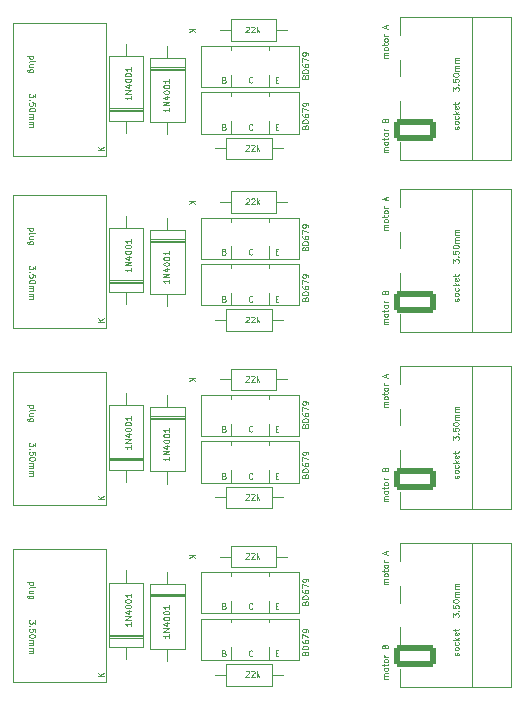
<source format=gbr>
%TF.GenerationSoftware,KiCad,Pcbnew,8.0.2*%
%TF.CreationDate,2025-01-21T19:49:39+01:00*%
%TF.ProjectId,wisselMotorExtension-THT,77697373-656c-44d6-9f74-6f7245787465,rev?*%
%TF.SameCoordinates,Original*%
%TF.FileFunction,Legend,Top*%
%TF.FilePolarity,Positive*%
%FSLAX46Y46*%
G04 Gerber Fmt 4.6, Leading zero omitted, Abs format (unit mm)*
G04 Created by KiCad (PCBNEW 8.0.2) date 2025-01-21 19:49:39*
%MOMM*%
%LPD*%
G01*
G04 APERTURE LIST*
G04 Aperture macros list*
%AMRoundRect*
0 Rectangle with rounded corners*
0 $1 Rounding radius*
0 $2 $3 $4 $5 $6 $7 $8 $9 X,Y pos of 4 corners*
0 Add a 4 corners polygon primitive as box body*
4,1,4,$2,$3,$4,$5,$6,$7,$8,$9,$2,$3,0*
0 Add four circle primitives for the rounded corners*
1,1,$1+$1,$2,$3*
1,1,$1+$1,$4,$5*
1,1,$1+$1,$6,$7*
1,1,$1+$1,$8,$9*
0 Add four rect primitives between the rounded corners*
20,1,$1+$1,$2,$3,$4,$5,0*
20,1,$1+$1,$4,$5,$6,$7,0*
20,1,$1+$1,$6,$7,$8,$9,0*
20,1,$1+$1,$8,$9,$2,$3,0*%
G04 Aperture macros list end*
%ADD10C,0.075000*%
%ADD11C,0.120000*%
%ADD12C,0.100000*%
%ADD13C,3.200000*%
%ADD14RoundRect,0.250000X1.550000X-0.650000X1.550000X0.650000X-1.550000X0.650000X-1.550000X-0.650000X0*%
%ADD15O,3.600000X1.800000*%
%ADD16C,1.400000*%
%ADD17O,1.400000X1.400000*%
%ADD18R,1.710000X1.800000*%
%ADD19O,1.710000X1.800000*%
%ADD20C,2.200000*%
%ADD21R,2.200000X2.200000*%
%ADD22O,2.200000X2.200000*%
G04 APERTURE END LIST*
D10*
X47434909Y-75124705D02*
X47434909Y-75410419D01*
X47434909Y-75267562D02*
X46934909Y-75267562D01*
X46934909Y-75267562D02*
X47006338Y-75315181D01*
X47006338Y-75315181D02*
X47053957Y-75362800D01*
X47053957Y-75362800D02*
X47077766Y-75410419D01*
X47434909Y-74910420D02*
X46934909Y-74910420D01*
X46934909Y-74910420D02*
X47434909Y-74624706D01*
X47434909Y-74624706D02*
X46934909Y-74624706D01*
X47101576Y-74172324D02*
X47434909Y-74172324D01*
X46911100Y-74291372D02*
X47268242Y-74410419D01*
X47268242Y-74410419D02*
X47268242Y-74100896D01*
X46934909Y-73815182D02*
X46934909Y-73767563D01*
X46934909Y-73767563D02*
X46958719Y-73719944D01*
X46958719Y-73719944D02*
X46982528Y-73696134D01*
X46982528Y-73696134D02*
X47030147Y-73672325D01*
X47030147Y-73672325D02*
X47125385Y-73648515D01*
X47125385Y-73648515D02*
X47244433Y-73648515D01*
X47244433Y-73648515D02*
X47339671Y-73672325D01*
X47339671Y-73672325D02*
X47387290Y-73696134D01*
X47387290Y-73696134D02*
X47411100Y-73719944D01*
X47411100Y-73719944D02*
X47434909Y-73767563D01*
X47434909Y-73767563D02*
X47434909Y-73815182D01*
X47434909Y-73815182D02*
X47411100Y-73862801D01*
X47411100Y-73862801D02*
X47387290Y-73886610D01*
X47387290Y-73886610D02*
X47339671Y-73910420D01*
X47339671Y-73910420D02*
X47244433Y-73934229D01*
X47244433Y-73934229D02*
X47125385Y-73934229D01*
X47125385Y-73934229D02*
X47030147Y-73910420D01*
X47030147Y-73910420D02*
X46982528Y-73886610D01*
X46982528Y-73886610D02*
X46958719Y-73862801D01*
X46958719Y-73862801D02*
X46934909Y-73815182D01*
X46934909Y-73338992D02*
X46934909Y-73291373D01*
X46934909Y-73291373D02*
X46958719Y-73243754D01*
X46958719Y-73243754D02*
X46982528Y-73219944D01*
X46982528Y-73219944D02*
X47030147Y-73196135D01*
X47030147Y-73196135D02*
X47125385Y-73172325D01*
X47125385Y-73172325D02*
X47244433Y-73172325D01*
X47244433Y-73172325D02*
X47339671Y-73196135D01*
X47339671Y-73196135D02*
X47387290Y-73219944D01*
X47387290Y-73219944D02*
X47411100Y-73243754D01*
X47411100Y-73243754D02*
X47434909Y-73291373D01*
X47434909Y-73291373D02*
X47434909Y-73338992D01*
X47434909Y-73338992D02*
X47411100Y-73386611D01*
X47411100Y-73386611D02*
X47387290Y-73410420D01*
X47387290Y-73410420D02*
X47339671Y-73434230D01*
X47339671Y-73434230D02*
X47244433Y-73458039D01*
X47244433Y-73458039D02*
X47125385Y-73458039D01*
X47125385Y-73458039D02*
X47030147Y-73434230D01*
X47030147Y-73434230D02*
X46982528Y-73410420D01*
X46982528Y-73410420D02*
X46958719Y-73386611D01*
X46958719Y-73386611D02*
X46934909Y-73338992D01*
X47434909Y-72696135D02*
X47434909Y-72981849D01*
X47434909Y-72838992D02*
X46934909Y-72838992D01*
X46934909Y-72838992D02*
X47006338Y-72886611D01*
X47006338Y-72886611D02*
X47053957Y-72934230D01*
X47053957Y-72934230D02*
X47077766Y-72981849D01*
X50684909Y-76124705D02*
X50684909Y-76410419D01*
X50684909Y-76267562D02*
X50184909Y-76267562D01*
X50184909Y-76267562D02*
X50256338Y-76315181D01*
X50256338Y-76315181D02*
X50303957Y-76362800D01*
X50303957Y-76362800D02*
X50327766Y-76410419D01*
X50684909Y-75910420D02*
X50184909Y-75910420D01*
X50184909Y-75910420D02*
X50684909Y-75624706D01*
X50684909Y-75624706D02*
X50184909Y-75624706D01*
X50351576Y-75172324D02*
X50684909Y-75172324D01*
X50161100Y-75291372D02*
X50518242Y-75410419D01*
X50518242Y-75410419D02*
X50518242Y-75100896D01*
X50184909Y-74815182D02*
X50184909Y-74767563D01*
X50184909Y-74767563D02*
X50208719Y-74719944D01*
X50208719Y-74719944D02*
X50232528Y-74696134D01*
X50232528Y-74696134D02*
X50280147Y-74672325D01*
X50280147Y-74672325D02*
X50375385Y-74648515D01*
X50375385Y-74648515D02*
X50494433Y-74648515D01*
X50494433Y-74648515D02*
X50589671Y-74672325D01*
X50589671Y-74672325D02*
X50637290Y-74696134D01*
X50637290Y-74696134D02*
X50661100Y-74719944D01*
X50661100Y-74719944D02*
X50684909Y-74767563D01*
X50684909Y-74767563D02*
X50684909Y-74815182D01*
X50684909Y-74815182D02*
X50661100Y-74862801D01*
X50661100Y-74862801D02*
X50637290Y-74886610D01*
X50637290Y-74886610D02*
X50589671Y-74910420D01*
X50589671Y-74910420D02*
X50494433Y-74934229D01*
X50494433Y-74934229D02*
X50375385Y-74934229D01*
X50375385Y-74934229D02*
X50280147Y-74910420D01*
X50280147Y-74910420D02*
X50232528Y-74886610D01*
X50232528Y-74886610D02*
X50208719Y-74862801D01*
X50208719Y-74862801D02*
X50184909Y-74815182D01*
X50184909Y-74338992D02*
X50184909Y-74291373D01*
X50184909Y-74291373D02*
X50208719Y-74243754D01*
X50208719Y-74243754D02*
X50232528Y-74219944D01*
X50232528Y-74219944D02*
X50280147Y-74196135D01*
X50280147Y-74196135D02*
X50375385Y-74172325D01*
X50375385Y-74172325D02*
X50494433Y-74172325D01*
X50494433Y-74172325D02*
X50589671Y-74196135D01*
X50589671Y-74196135D02*
X50637290Y-74219944D01*
X50637290Y-74219944D02*
X50661100Y-74243754D01*
X50661100Y-74243754D02*
X50684909Y-74291373D01*
X50684909Y-74291373D02*
X50684909Y-74338992D01*
X50684909Y-74338992D02*
X50661100Y-74386611D01*
X50661100Y-74386611D02*
X50637290Y-74410420D01*
X50637290Y-74410420D02*
X50589671Y-74434230D01*
X50589671Y-74434230D02*
X50494433Y-74458039D01*
X50494433Y-74458039D02*
X50375385Y-74458039D01*
X50375385Y-74458039D02*
X50280147Y-74434230D01*
X50280147Y-74434230D02*
X50232528Y-74410420D01*
X50232528Y-74410420D02*
X50208719Y-74386611D01*
X50208719Y-74386611D02*
X50184909Y-74338992D01*
X50684909Y-73696135D02*
X50684909Y-73981849D01*
X50684909Y-73838992D02*
X50184909Y-73838992D01*
X50184909Y-73838992D02*
X50256338Y-73886611D01*
X50256338Y-73886611D02*
X50303957Y-73934230D01*
X50303957Y-73934230D02*
X50327766Y-73981849D01*
X57144580Y-69287528D02*
X57168389Y-69263719D01*
X57168389Y-69263719D02*
X57216008Y-69239909D01*
X57216008Y-69239909D02*
X57335056Y-69239909D01*
X57335056Y-69239909D02*
X57382675Y-69263719D01*
X57382675Y-69263719D02*
X57406484Y-69287528D01*
X57406484Y-69287528D02*
X57430294Y-69335147D01*
X57430294Y-69335147D02*
X57430294Y-69382766D01*
X57430294Y-69382766D02*
X57406484Y-69454195D01*
X57406484Y-69454195D02*
X57120770Y-69739909D01*
X57120770Y-69739909D02*
X57430294Y-69739909D01*
X57620770Y-69287528D02*
X57644579Y-69263719D01*
X57644579Y-69263719D02*
X57692198Y-69239909D01*
X57692198Y-69239909D02*
X57811246Y-69239909D01*
X57811246Y-69239909D02*
X57858865Y-69263719D01*
X57858865Y-69263719D02*
X57882674Y-69287528D01*
X57882674Y-69287528D02*
X57906484Y-69335147D01*
X57906484Y-69335147D02*
X57906484Y-69382766D01*
X57906484Y-69382766D02*
X57882674Y-69454195D01*
X57882674Y-69454195D02*
X57596960Y-69739909D01*
X57596960Y-69739909D02*
X57906484Y-69739909D01*
X58120769Y-69739909D02*
X58120769Y-69239909D01*
X58168388Y-69549433D02*
X58311245Y-69739909D01*
X58311245Y-69406576D02*
X58120769Y-69597052D01*
X57144580Y-79287528D02*
X57168389Y-79263719D01*
X57168389Y-79263719D02*
X57216008Y-79239909D01*
X57216008Y-79239909D02*
X57335056Y-79239909D01*
X57335056Y-79239909D02*
X57382675Y-79263719D01*
X57382675Y-79263719D02*
X57406484Y-79287528D01*
X57406484Y-79287528D02*
X57430294Y-79335147D01*
X57430294Y-79335147D02*
X57430294Y-79382766D01*
X57430294Y-79382766D02*
X57406484Y-79454195D01*
X57406484Y-79454195D02*
X57120770Y-79739909D01*
X57120770Y-79739909D02*
X57430294Y-79739909D01*
X57620770Y-79287528D02*
X57644579Y-79263719D01*
X57644579Y-79263719D02*
X57692198Y-79239909D01*
X57692198Y-79239909D02*
X57811246Y-79239909D01*
X57811246Y-79239909D02*
X57858865Y-79263719D01*
X57858865Y-79263719D02*
X57882674Y-79287528D01*
X57882674Y-79287528D02*
X57906484Y-79335147D01*
X57906484Y-79335147D02*
X57906484Y-79382766D01*
X57906484Y-79382766D02*
X57882674Y-79454195D01*
X57882674Y-79454195D02*
X57596960Y-79739909D01*
X57596960Y-79739909D02*
X57906484Y-79739909D01*
X58120769Y-79739909D02*
X58120769Y-79239909D01*
X58168388Y-79549433D02*
X58311245Y-79739909D01*
X58311245Y-79406576D02*
X58120769Y-79597052D01*
X62173004Y-77719943D02*
X62196814Y-77648515D01*
X62196814Y-77648515D02*
X62220623Y-77624705D01*
X62220623Y-77624705D02*
X62268242Y-77600896D01*
X62268242Y-77600896D02*
X62339671Y-77600896D01*
X62339671Y-77600896D02*
X62387290Y-77624705D01*
X62387290Y-77624705D02*
X62411100Y-77648515D01*
X62411100Y-77648515D02*
X62434909Y-77696134D01*
X62434909Y-77696134D02*
X62434909Y-77886610D01*
X62434909Y-77886610D02*
X61934909Y-77886610D01*
X61934909Y-77886610D02*
X61934909Y-77719943D01*
X61934909Y-77719943D02*
X61958719Y-77672324D01*
X61958719Y-77672324D02*
X61982528Y-77648515D01*
X61982528Y-77648515D02*
X62030147Y-77624705D01*
X62030147Y-77624705D02*
X62077766Y-77624705D01*
X62077766Y-77624705D02*
X62125385Y-77648515D01*
X62125385Y-77648515D02*
X62149195Y-77672324D01*
X62149195Y-77672324D02*
X62173004Y-77719943D01*
X62173004Y-77719943D02*
X62173004Y-77886610D01*
X62434909Y-77386610D02*
X61934909Y-77386610D01*
X61934909Y-77386610D02*
X61934909Y-77267562D01*
X61934909Y-77267562D02*
X61958719Y-77196134D01*
X61958719Y-77196134D02*
X62006338Y-77148515D01*
X62006338Y-77148515D02*
X62053957Y-77124705D01*
X62053957Y-77124705D02*
X62149195Y-77100896D01*
X62149195Y-77100896D02*
X62220623Y-77100896D01*
X62220623Y-77100896D02*
X62315861Y-77124705D01*
X62315861Y-77124705D02*
X62363480Y-77148515D01*
X62363480Y-77148515D02*
X62411100Y-77196134D01*
X62411100Y-77196134D02*
X62434909Y-77267562D01*
X62434909Y-77267562D02*
X62434909Y-77386610D01*
X61934909Y-76672324D02*
X61934909Y-76767562D01*
X61934909Y-76767562D02*
X61958719Y-76815181D01*
X61958719Y-76815181D02*
X61982528Y-76838991D01*
X61982528Y-76838991D02*
X62053957Y-76886610D01*
X62053957Y-76886610D02*
X62149195Y-76910419D01*
X62149195Y-76910419D02*
X62339671Y-76910419D01*
X62339671Y-76910419D02*
X62387290Y-76886610D01*
X62387290Y-76886610D02*
X62411100Y-76862800D01*
X62411100Y-76862800D02*
X62434909Y-76815181D01*
X62434909Y-76815181D02*
X62434909Y-76719943D01*
X62434909Y-76719943D02*
X62411100Y-76672324D01*
X62411100Y-76672324D02*
X62387290Y-76648515D01*
X62387290Y-76648515D02*
X62339671Y-76624705D01*
X62339671Y-76624705D02*
X62220623Y-76624705D01*
X62220623Y-76624705D02*
X62173004Y-76648515D01*
X62173004Y-76648515D02*
X62149195Y-76672324D01*
X62149195Y-76672324D02*
X62125385Y-76719943D01*
X62125385Y-76719943D02*
X62125385Y-76815181D01*
X62125385Y-76815181D02*
X62149195Y-76862800D01*
X62149195Y-76862800D02*
X62173004Y-76886610D01*
X62173004Y-76886610D02*
X62220623Y-76910419D01*
X61934909Y-76458039D02*
X61934909Y-76124706D01*
X61934909Y-76124706D02*
X62434909Y-76338991D01*
X62434909Y-75910420D02*
X62434909Y-75815182D01*
X62434909Y-75815182D02*
X62411100Y-75767563D01*
X62411100Y-75767563D02*
X62387290Y-75743754D01*
X62387290Y-75743754D02*
X62315861Y-75696135D01*
X62315861Y-75696135D02*
X62220623Y-75672325D01*
X62220623Y-75672325D02*
X62030147Y-75672325D01*
X62030147Y-75672325D02*
X61982528Y-75696135D01*
X61982528Y-75696135D02*
X61958719Y-75719944D01*
X61958719Y-75719944D02*
X61934909Y-75767563D01*
X61934909Y-75767563D02*
X61934909Y-75862801D01*
X61934909Y-75862801D02*
X61958719Y-75910420D01*
X61958719Y-75910420D02*
X61982528Y-75934230D01*
X61982528Y-75934230D02*
X62030147Y-75958039D01*
X62030147Y-75958039D02*
X62149195Y-75958039D01*
X62149195Y-75958039D02*
X62196814Y-75934230D01*
X62196814Y-75934230D02*
X62220623Y-75910420D01*
X62220623Y-75910420D02*
X62244433Y-75862801D01*
X62244433Y-75862801D02*
X62244433Y-75767563D01*
X62244433Y-75767563D02*
X62220623Y-75719944D01*
X62220623Y-75719944D02*
X62196814Y-75696135D01*
X62196814Y-75696135D02*
X62149195Y-75672325D01*
X62173004Y-73469943D02*
X62196814Y-73398515D01*
X62196814Y-73398515D02*
X62220623Y-73374705D01*
X62220623Y-73374705D02*
X62268242Y-73350896D01*
X62268242Y-73350896D02*
X62339671Y-73350896D01*
X62339671Y-73350896D02*
X62387290Y-73374705D01*
X62387290Y-73374705D02*
X62411100Y-73398515D01*
X62411100Y-73398515D02*
X62434909Y-73446134D01*
X62434909Y-73446134D02*
X62434909Y-73636610D01*
X62434909Y-73636610D02*
X61934909Y-73636610D01*
X61934909Y-73636610D02*
X61934909Y-73469943D01*
X61934909Y-73469943D02*
X61958719Y-73422324D01*
X61958719Y-73422324D02*
X61982528Y-73398515D01*
X61982528Y-73398515D02*
X62030147Y-73374705D01*
X62030147Y-73374705D02*
X62077766Y-73374705D01*
X62077766Y-73374705D02*
X62125385Y-73398515D01*
X62125385Y-73398515D02*
X62149195Y-73422324D01*
X62149195Y-73422324D02*
X62173004Y-73469943D01*
X62173004Y-73469943D02*
X62173004Y-73636610D01*
X62434909Y-73136610D02*
X61934909Y-73136610D01*
X61934909Y-73136610D02*
X61934909Y-73017562D01*
X61934909Y-73017562D02*
X61958719Y-72946134D01*
X61958719Y-72946134D02*
X62006338Y-72898515D01*
X62006338Y-72898515D02*
X62053957Y-72874705D01*
X62053957Y-72874705D02*
X62149195Y-72850896D01*
X62149195Y-72850896D02*
X62220623Y-72850896D01*
X62220623Y-72850896D02*
X62315861Y-72874705D01*
X62315861Y-72874705D02*
X62363480Y-72898515D01*
X62363480Y-72898515D02*
X62411100Y-72946134D01*
X62411100Y-72946134D02*
X62434909Y-73017562D01*
X62434909Y-73017562D02*
X62434909Y-73136610D01*
X61934909Y-72422324D02*
X61934909Y-72517562D01*
X61934909Y-72517562D02*
X61958719Y-72565181D01*
X61958719Y-72565181D02*
X61982528Y-72588991D01*
X61982528Y-72588991D02*
X62053957Y-72636610D01*
X62053957Y-72636610D02*
X62149195Y-72660419D01*
X62149195Y-72660419D02*
X62339671Y-72660419D01*
X62339671Y-72660419D02*
X62387290Y-72636610D01*
X62387290Y-72636610D02*
X62411100Y-72612800D01*
X62411100Y-72612800D02*
X62434909Y-72565181D01*
X62434909Y-72565181D02*
X62434909Y-72469943D01*
X62434909Y-72469943D02*
X62411100Y-72422324D01*
X62411100Y-72422324D02*
X62387290Y-72398515D01*
X62387290Y-72398515D02*
X62339671Y-72374705D01*
X62339671Y-72374705D02*
X62220623Y-72374705D01*
X62220623Y-72374705D02*
X62173004Y-72398515D01*
X62173004Y-72398515D02*
X62149195Y-72422324D01*
X62149195Y-72422324D02*
X62125385Y-72469943D01*
X62125385Y-72469943D02*
X62125385Y-72565181D01*
X62125385Y-72565181D02*
X62149195Y-72612800D01*
X62149195Y-72612800D02*
X62173004Y-72636610D01*
X62173004Y-72636610D02*
X62220623Y-72660419D01*
X61934909Y-72208039D02*
X61934909Y-71874706D01*
X61934909Y-71874706D02*
X62434909Y-72088991D01*
X62434909Y-71660420D02*
X62434909Y-71565182D01*
X62434909Y-71565182D02*
X62411100Y-71517563D01*
X62411100Y-71517563D02*
X62387290Y-71493754D01*
X62387290Y-71493754D02*
X62315861Y-71446135D01*
X62315861Y-71446135D02*
X62220623Y-71422325D01*
X62220623Y-71422325D02*
X62030147Y-71422325D01*
X62030147Y-71422325D02*
X61982528Y-71446135D01*
X61982528Y-71446135D02*
X61958719Y-71469944D01*
X61958719Y-71469944D02*
X61934909Y-71517563D01*
X61934909Y-71517563D02*
X61934909Y-71612801D01*
X61934909Y-71612801D02*
X61958719Y-71660420D01*
X61958719Y-71660420D02*
X61982528Y-71684230D01*
X61982528Y-71684230D02*
X62030147Y-71708039D01*
X62030147Y-71708039D02*
X62149195Y-71708039D01*
X62149195Y-71708039D02*
X62196814Y-71684230D01*
X62196814Y-71684230D02*
X62220623Y-71660420D01*
X62220623Y-71660420D02*
X62244433Y-71612801D01*
X62244433Y-71612801D02*
X62244433Y-71517563D01*
X62244433Y-71517563D02*
X62220623Y-71469944D01*
X62220623Y-71469944D02*
X62196814Y-71446135D01*
X62196814Y-71446135D02*
X62149195Y-71422325D01*
X57704103Y-73942290D02*
X57680294Y-73966100D01*
X57680294Y-73966100D02*
X57608865Y-73989909D01*
X57608865Y-73989909D02*
X57561246Y-73989909D01*
X57561246Y-73989909D02*
X57489818Y-73966100D01*
X57489818Y-73966100D02*
X57442199Y-73918480D01*
X57442199Y-73918480D02*
X57418389Y-73870861D01*
X57418389Y-73870861D02*
X57394580Y-73775623D01*
X57394580Y-73775623D02*
X57394580Y-73704195D01*
X57394580Y-73704195D02*
X57418389Y-73608957D01*
X57418389Y-73608957D02*
X57442199Y-73561338D01*
X57442199Y-73561338D02*
X57489818Y-73513719D01*
X57489818Y-73513719D02*
X57561246Y-73489909D01*
X57561246Y-73489909D02*
X57608865Y-73489909D01*
X57608865Y-73489909D02*
X57680294Y-73513719D01*
X57680294Y-73513719D02*
X57704103Y-73537528D01*
X57704103Y-77942290D02*
X57680294Y-77966100D01*
X57680294Y-77966100D02*
X57608865Y-77989909D01*
X57608865Y-77989909D02*
X57561246Y-77989909D01*
X57561246Y-77989909D02*
X57489818Y-77966100D01*
X57489818Y-77966100D02*
X57442199Y-77918480D01*
X57442199Y-77918480D02*
X57418389Y-77870861D01*
X57418389Y-77870861D02*
X57394580Y-77775623D01*
X57394580Y-77775623D02*
X57394580Y-77704195D01*
X57394580Y-77704195D02*
X57418389Y-77608957D01*
X57418389Y-77608957D02*
X57442199Y-77561338D01*
X57442199Y-77561338D02*
X57489818Y-77513719D01*
X57489818Y-77513719D02*
X57561246Y-77489909D01*
X57561246Y-77489909D02*
X57608865Y-77489909D01*
X57608865Y-77489909D02*
X57680294Y-77513719D01*
X57680294Y-77513719D02*
X57704103Y-77537528D01*
X59668389Y-77728004D02*
X59835056Y-77728004D01*
X59906484Y-77989909D02*
X59668389Y-77989909D01*
X59668389Y-77989909D02*
X59668389Y-77489909D01*
X59668389Y-77489909D02*
X59906484Y-77489909D01*
X59668389Y-73728004D02*
X59835056Y-73728004D01*
X59906484Y-73989909D02*
X59668389Y-73989909D01*
X59668389Y-73989909D02*
X59668389Y-73489909D01*
X59668389Y-73489909D02*
X59906484Y-73489909D01*
X55335056Y-73728004D02*
X55406484Y-73751814D01*
X55406484Y-73751814D02*
X55430294Y-73775623D01*
X55430294Y-73775623D02*
X55454103Y-73823242D01*
X55454103Y-73823242D02*
X55454103Y-73894671D01*
X55454103Y-73894671D02*
X55430294Y-73942290D01*
X55430294Y-73942290D02*
X55406484Y-73966100D01*
X55406484Y-73966100D02*
X55358865Y-73989909D01*
X55358865Y-73989909D02*
X55168389Y-73989909D01*
X55168389Y-73989909D02*
X55168389Y-73489909D01*
X55168389Y-73489909D02*
X55335056Y-73489909D01*
X55335056Y-73489909D02*
X55382675Y-73513719D01*
X55382675Y-73513719D02*
X55406484Y-73537528D01*
X55406484Y-73537528D02*
X55430294Y-73585147D01*
X55430294Y-73585147D02*
X55430294Y-73632766D01*
X55430294Y-73632766D02*
X55406484Y-73680385D01*
X55406484Y-73680385D02*
X55382675Y-73704195D01*
X55382675Y-73704195D02*
X55335056Y-73728004D01*
X55335056Y-73728004D02*
X55168389Y-73728004D01*
X55335056Y-77728004D02*
X55406484Y-77751814D01*
X55406484Y-77751814D02*
X55430294Y-77775623D01*
X55430294Y-77775623D02*
X55454103Y-77823242D01*
X55454103Y-77823242D02*
X55454103Y-77894671D01*
X55454103Y-77894671D02*
X55430294Y-77942290D01*
X55430294Y-77942290D02*
X55406484Y-77966100D01*
X55406484Y-77966100D02*
X55358865Y-77989909D01*
X55358865Y-77989909D02*
X55168389Y-77989909D01*
X55168389Y-77989909D02*
X55168389Y-77489909D01*
X55168389Y-77489909D02*
X55335056Y-77489909D01*
X55335056Y-77489909D02*
X55382675Y-77513719D01*
X55382675Y-77513719D02*
X55406484Y-77537528D01*
X55406484Y-77537528D02*
X55430294Y-77585147D01*
X55430294Y-77585147D02*
X55430294Y-77632766D01*
X55430294Y-77632766D02*
X55406484Y-77680385D01*
X55406484Y-77680385D02*
X55382675Y-77704195D01*
X55382675Y-77704195D02*
X55335056Y-77728004D01*
X55335056Y-77728004D02*
X55168389Y-77728004D01*
X75161100Y-77910419D02*
X75184909Y-77862800D01*
X75184909Y-77862800D02*
X75184909Y-77767562D01*
X75184909Y-77767562D02*
X75161100Y-77719943D01*
X75161100Y-77719943D02*
X75113480Y-77696134D01*
X75113480Y-77696134D02*
X75089671Y-77696134D01*
X75089671Y-77696134D02*
X75042052Y-77719943D01*
X75042052Y-77719943D02*
X75018242Y-77767562D01*
X75018242Y-77767562D02*
X75018242Y-77838991D01*
X75018242Y-77838991D02*
X74994433Y-77886610D01*
X74994433Y-77886610D02*
X74946814Y-77910419D01*
X74946814Y-77910419D02*
X74923004Y-77910419D01*
X74923004Y-77910419D02*
X74875385Y-77886610D01*
X74875385Y-77886610D02*
X74851576Y-77838991D01*
X74851576Y-77838991D02*
X74851576Y-77767562D01*
X74851576Y-77767562D02*
X74875385Y-77719943D01*
X75184909Y-77410419D02*
X75161100Y-77458038D01*
X75161100Y-77458038D02*
X75137290Y-77481848D01*
X75137290Y-77481848D02*
X75089671Y-77505657D01*
X75089671Y-77505657D02*
X74946814Y-77505657D01*
X74946814Y-77505657D02*
X74899195Y-77481848D01*
X74899195Y-77481848D02*
X74875385Y-77458038D01*
X74875385Y-77458038D02*
X74851576Y-77410419D01*
X74851576Y-77410419D02*
X74851576Y-77338991D01*
X74851576Y-77338991D02*
X74875385Y-77291372D01*
X74875385Y-77291372D02*
X74899195Y-77267562D01*
X74899195Y-77267562D02*
X74946814Y-77243753D01*
X74946814Y-77243753D02*
X75089671Y-77243753D01*
X75089671Y-77243753D02*
X75137290Y-77267562D01*
X75137290Y-77267562D02*
X75161100Y-77291372D01*
X75161100Y-77291372D02*
X75184909Y-77338991D01*
X75184909Y-77338991D02*
X75184909Y-77410419D01*
X75161100Y-76815181D02*
X75184909Y-76862800D01*
X75184909Y-76862800D02*
X75184909Y-76958038D01*
X75184909Y-76958038D02*
X75161100Y-77005657D01*
X75161100Y-77005657D02*
X75137290Y-77029467D01*
X75137290Y-77029467D02*
X75089671Y-77053276D01*
X75089671Y-77053276D02*
X74946814Y-77053276D01*
X74946814Y-77053276D02*
X74899195Y-77029467D01*
X74899195Y-77029467D02*
X74875385Y-77005657D01*
X74875385Y-77005657D02*
X74851576Y-76958038D01*
X74851576Y-76958038D02*
X74851576Y-76862800D01*
X74851576Y-76862800D02*
X74875385Y-76815181D01*
X75184909Y-76600896D02*
X74684909Y-76600896D01*
X74994433Y-76553277D02*
X75184909Y-76410420D01*
X74851576Y-76410420D02*
X75042052Y-76600896D01*
X75161100Y-76005658D02*
X75184909Y-76053277D01*
X75184909Y-76053277D02*
X75184909Y-76148515D01*
X75184909Y-76148515D02*
X75161100Y-76196134D01*
X75161100Y-76196134D02*
X75113480Y-76219943D01*
X75113480Y-76219943D02*
X74923004Y-76219943D01*
X74923004Y-76219943D02*
X74875385Y-76196134D01*
X74875385Y-76196134D02*
X74851576Y-76148515D01*
X74851576Y-76148515D02*
X74851576Y-76053277D01*
X74851576Y-76053277D02*
X74875385Y-76005658D01*
X74875385Y-76005658D02*
X74923004Y-75981848D01*
X74923004Y-75981848D02*
X74970623Y-75981848D01*
X74970623Y-75981848D02*
X75018242Y-76219943D01*
X74851576Y-75838991D02*
X74851576Y-75648515D01*
X74684909Y-75767563D02*
X75113480Y-75767563D01*
X75113480Y-75767563D02*
X75161100Y-75743753D01*
X75161100Y-75743753D02*
X75184909Y-75696134D01*
X75184909Y-75696134D02*
X75184909Y-75648515D01*
X39148423Y-71723389D02*
X38648423Y-71723389D01*
X39124614Y-71723389D02*
X39148423Y-71771008D01*
X39148423Y-71771008D02*
X39148423Y-71866246D01*
X39148423Y-71866246D02*
X39124614Y-71913865D01*
X39124614Y-71913865D02*
X39100804Y-71937675D01*
X39100804Y-71937675D02*
X39053185Y-71961484D01*
X39053185Y-71961484D02*
X38910328Y-71961484D01*
X38910328Y-71961484D02*
X38862709Y-71937675D01*
X38862709Y-71937675D02*
X38838900Y-71913865D01*
X38838900Y-71913865D02*
X38815090Y-71866246D01*
X38815090Y-71866246D02*
X38815090Y-71771008D01*
X38815090Y-71771008D02*
X38838900Y-71723389D01*
X38815090Y-72247199D02*
X38838900Y-72199580D01*
X38838900Y-72199580D02*
X38886519Y-72175770D01*
X38886519Y-72175770D02*
X39315090Y-72175770D01*
X39148423Y-72651961D02*
X38815090Y-72651961D01*
X39148423Y-72437675D02*
X38886519Y-72437675D01*
X38886519Y-72437675D02*
X38838900Y-72461485D01*
X38838900Y-72461485D02*
X38815090Y-72509104D01*
X38815090Y-72509104D02*
X38815090Y-72580532D01*
X38815090Y-72580532D02*
X38838900Y-72628151D01*
X38838900Y-72628151D02*
X38862709Y-72651961D01*
X39148423Y-73104342D02*
X38743661Y-73104342D01*
X38743661Y-73104342D02*
X38696042Y-73080532D01*
X38696042Y-73080532D02*
X38672233Y-73056723D01*
X38672233Y-73056723D02*
X38648423Y-73009104D01*
X38648423Y-73009104D02*
X38648423Y-72937675D01*
X38648423Y-72937675D02*
X38672233Y-72890056D01*
X38838900Y-73104342D02*
X38815090Y-73056723D01*
X38815090Y-73056723D02*
X38815090Y-72961485D01*
X38815090Y-72961485D02*
X38838900Y-72913866D01*
X38838900Y-72913866D02*
X38862709Y-72890056D01*
X38862709Y-72890056D02*
X38910328Y-72866247D01*
X38910328Y-72866247D02*
X39053185Y-72866247D01*
X39053185Y-72866247D02*
X39100804Y-72890056D01*
X39100804Y-72890056D02*
X39124614Y-72913866D01*
X39124614Y-72913866D02*
X39148423Y-72961485D01*
X39148423Y-72961485D02*
X39148423Y-73056723D01*
X39148423Y-73056723D02*
X39124614Y-73104342D01*
X39315090Y-74925770D02*
X39315090Y-75235294D01*
X39315090Y-75235294D02*
X39124614Y-75068627D01*
X39124614Y-75068627D02*
X39124614Y-75140056D01*
X39124614Y-75140056D02*
X39100804Y-75187675D01*
X39100804Y-75187675D02*
X39076995Y-75211484D01*
X39076995Y-75211484D02*
X39029376Y-75235294D01*
X39029376Y-75235294D02*
X38910328Y-75235294D01*
X38910328Y-75235294D02*
X38862709Y-75211484D01*
X38862709Y-75211484D02*
X38838900Y-75187675D01*
X38838900Y-75187675D02*
X38815090Y-75140056D01*
X38815090Y-75140056D02*
X38815090Y-74997199D01*
X38815090Y-74997199D02*
X38838900Y-74949580D01*
X38838900Y-74949580D02*
X38862709Y-74925770D01*
X38862709Y-75449579D02*
X38838900Y-75473389D01*
X38838900Y-75473389D02*
X38815090Y-75449579D01*
X38815090Y-75449579D02*
X38838900Y-75425770D01*
X38838900Y-75425770D02*
X38862709Y-75449579D01*
X38862709Y-75449579D02*
X38815090Y-75449579D01*
X39315090Y-75925769D02*
X39315090Y-75687674D01*
X39315090Y-75687674D02*
X39076995Y-75663865D01*
X39076995Y-75663865D02*
X39100804Y-75687674D01*
X39100804Y-75687674D02*
X39124614Y-75735293D01*
X39124614Y-75735293D02*
X39124614Y-75854341D01*
X39124614Y-75854341D02*
X39100804Y-75901960D01*
X39100804Y-75901960D02*
X39076995Y-75925769D01*
X39076995Y-75925769D02*
X39029376Y-75949579D01*
X39029376Y-75949579D02*
X38910328Y-75949579D01*
X38910328Y-75949579D02*
X38862709Y-75925769D01*
X38862709Y-75925769D02*
X38838900Y-75901960D01*
X38838900Y-75901960D02*
X38815090Y-75854341D01*
X38815090Y-75854341D02*
X38815090Y-75735293D01*
X38815090Y-75735293D02*
X38838900Y-75687674D01*
X38838900Y-75687674D02*
X38862709Y-75663865D01*
X39315090Y-76259102D02*
X39315090Y-76306721D01*
X39315090Y-76306721D02*
X39291280Y-76354340D01*
X39291280Y-76354340D02*
X39267471Y-76378150D01*
X39267471Y-76378150D02*
X39219852Y-76401959D01*
X39219852Y-76401959D02*
X39124614Y-76425769D01*
X39124614Y-76425769D02*
X39005566Y-76425769D01*
X39005566Y-76425769D02*
X38910328Y-76401959D01*
X38910328Y-76401959D02*
X38862709Y-76378150D01*
X38862709Y-76378150D02*
X38838900Y-76354340D01*
X38838900Y-76354340D02*
X38815090Y-76306721D01*
X38815090Y-76306721D02*
X38815090Y-76259102D01*
X38815090Y-76259102D02*
X38838900Y-76211483D01*
X38838900Y-76211483D02*
X38862709Y-76187674D01*
X38862709Y-76187674D02*
X38910328Y-76163864D01*
X38910328Y-76163864D02*
X39005566Y-76140055D01*
X39005566Y-76140055D02*
X39124614Y-76140055D01*
X39124614Y-76140055D02*
X39219852Y-76163864D01*
X39219852Y-76163864D02*
X39267471Y-76187674D01*
X39267471Y-76187674D02*
X39291280Y-76211483D01*
X39291280Y-76211483D02*
X39315090Y-76259102D01*
X38815090Y-76640054D02*
X39148423Y-76640054D01*
X39100804Y-76640054D02*
X39124614Y-76663864D01*
X39124614Y-76663864D02*
X39148423Y-76711483D01*
X39148423Y-76711483D02*
X39148423Y-76782911D01*
X39148423Y-76782911D02*
X39124614Y-76830530D01*
X39124614Y-76830530D02*
X39076995Y-76854340D01*
X39076995Y-76854340D02*
X38815090Y-76854340D01*
X39076995Y-76854340D02*
X39124614Y-76878149D01*
X39124614Y-76878149D02*
X39148423Y-76925768D01*
X39148423Y-76925768D02*
X39148423Y-76997197D01*
X39148423Y-76997197D02*
X39124614Y-77044816D01*
X39124614Y-77044816D02*
X39076995Y-77068626D01*
X39076995Y-77068626D02*
X38815090Y-77068626D01*
X38815090Y-77306721D02*
X39148423Y-77306721D01*
X39100804Y-77306721D02*
X39124614Y-77330531D01*
X39124614Y-77330531D02*
X39148423Y-77378150D01*
X39148423Y-77378150D02*
X39148423Y-77449578D01*
X39148423Y-77449578D02*
X39124614Y-77497197D01*
X39124614Y-77497197D02*
X39076995Y-77521007D01*
X39076995Y-77521007D02*
X38815090Y-77521007D01*
X39076995Y-77521007D02*
X39124614Y-77544816D01*
X39124614Y-77544816D02*
X39148423Y-77592435D01*
X39148423Y-77592435D02*
X39148423Y-77663864D01*
X39148423Y-77663864D02*
X39124614Y-77711483D01*
X39124614Y-77711483D02*
X39076995Y-77735293D01*
X39076995Y-77735293D02*
X38815090Y-77735293D01*
X74684909Y-74684229D02*
X74684909Y-74374705D01*
X74684909Y-74374705D02*
X74875385Y-74541372D01*
X74875385Y-74541372D02*
X74875385Y-74469943D01*
X74875385Y-74469943D02*
X74899195Y-74422324D01*
X74899195Y-74422324D02*
X74923004Y-74398515D01*
X74923004Y-74398515D02*
X74970623Y-74374705D01*
X74970623Y-74374705D02*
X75089671Y-74374705D01*
X75089671Y-74374705D02*
X75137290Y-74398515D01*
X75137290Y-74398515D02*
X75161100Y-74422324D01*
X75161100Y-74422324D02*
X75184909Y-74469943D01*
X75184909Y-74469943D02*
X75184909Y-74612800D01*
X75184909Y-74612800D02*
X75161100Y-74660419D01*
X75161100Y-74660419D02*
X75137290Y-74684229D01*
X75137290Y-74160420D02*
X75161100Y-74136610D01*
X75161100Y-74136610D02*
X75184909Y-74160420D01*
X75184909Y-74160420D02*
X75161100Y-74184229D01*
X75161100Y-74184229D02*
X75137290Y-74160420D01*
X75137290Y-74160420D02*
X75184909Y-74160420D01*
X74684909Y-73684230D02*
X74684909Y-73922325D01*
X74684909Y-73922325D02*
X74923004Y-73946134D01*
X74923004Y-73946134D02*
X74899195Y-73922325D01*
X74899195Y-73922325D02*
X74875385Y-73874706D01*
X74875385Y-73874706D02*
X74875385Y-73755658D01*
X74875385Y-73755658D02*
X74899195Y-73708039D01*
X74899195Y-73708039D02*
X74923004Y-73684230D01*
X74923004Y-73684230D02*
X74970623Y-73660420D01*
X74970623Y-73660420D02*
X75089671Y-73660420D01*
X75089671Y-73660420D02*
X75137290Y-73684230D01*
X75137290Y-73684230D02*
X75161100Y-73708039D01*
X75161100Y-73708039D02*
X75184909Y-73755658D01*
X75184909Y-73755658D02*
X75184909Y-73874706D01*
X75184909Y-73874706D02*
X75161100Y-73922325D01*
X75161100Y-73922325D02*
X75137290Y-73946134D01*
X74684909Y-73350897D02*
X74684909Y-73303278D01*
X74684909Y-73303278D02*
X74708719Y-73255659D01*
X74708719Y-73255659D02*
X74732528Y-73231849D01*
X74732528Y-73231849D02*
X74780147Y-73208040D01*
X74780147Y-73208040D02*
X74875385Y-73184230D01*
X74875385Y-73184230D02*
X74994433Y-73184230D01*
X74994433Y-73184230D02*
X75089671Y-73208040D01*
X75089671Y-73208040D02*
X75137290Y-73231849D01*
X75137290Y-73231849D02*
X75161100Y-73255659D01*
X75161100Y-73255659D02*
X75184909Y-73303278D01*
X75184909Y-73303278D02*
X75184909Y-73350897D01*
X75184909Y-73350897D02*
X75161100Y-73398516D01*
X75161100Y-73398516D02*
X75137290Y-73422325D01*
X75137290Y-73422325D02*
X75089671Y-73446135D01*
X75089671Y-73446135D02*
X74994433Y-73469944D01*
X74994433Y-73469944D02*
X74875385Y-73469944D01*
X74875385Y-73469944D02*
X74780147Y-73446135D01*
X74780147Y-73446135D02*
X74732528Y-73422325D01*
X74732528Y-73422325D02*
X74708719Y-73398516D01*
X74708719Y-73398516D02*
X74684909Y-73350897D01*
X75184909Y-72969945D02*
X74851576Y-72969945D01*
X74899195Y-72969945D02*
X74875385Y-72946135D01*
X74875385Y-72946135D02*
X74851576Y-72898516D01*
X74851576Y-72898516D02*
X74851576Y-72827088D01*
X74851576Y-72827088D02*
X74875385Y-72779469D01*
X74875385Y-72779469D02*
X74923004Y-72755659D01*
X74923004Y-72755659D02*
X75184909Y-72755659D01*
X74923004Y-72755659D02*
X74875385Y-72731850D01*
X74875385Y-72731850D02*
X74851576Y-72684231D01*
X74851576Y-72684231D02*
X74851576Y-72612802D01*
X74851576Y-72612802D02*
X74875385Y-72565183D01*
X74875385Y-72565183D02*
X74923004Y-72541373D01*
X74923004Y-72541373D02*
X75184909Y-72541373D01*
X75184909Y-72303278D02*
X74851576Y-72303278D01*
X74899195Y-72303278D02*
X74875385Y-72279468D01*
X74875385Y-72279468D02*
X74851576Y-72231849D01*
X74851576Y-72231849D02*
X74851576Y-72160421D01*
X74851576Y-72160421D02*
X74875385Y-72112802D01*
X74875385Y-72112802D02*
X74923004Y-72088992D01*
X74923004Y-72088992D02*
X75184909Y-72088992D01*
X74923004Y-72088992D02*
X74875385Y-72065183D01*
X74875385Y-72065183D02*
X74851576Y-72017564D01*
X74851576Y-72017564D02*
X74851576Y-71946135D01*
X74851576Y-71946135D02*
X74875385Y-71898516D01*
X74875385Y-71898516D02*
X74923004Y-71874706D01*
X74923004Y-71874706D02*
X75184909Y-71874706D01*
X69184909Y-71886610D02*
X68851576Y-71886610D01*
X68899195Y-71886610D02*
X68875385Y-71862800D01*
X68875385Y-71862800D02*
X68851576Y-71815181D01*
X68851576Y-71815181D02*
X68851576Y-71743753D01*
X68851576Y-71743753D02*
X68875385Y-71696134D01*
X68875385Y-71696134D02*
X68923004Y-71672324D01*
X68923004Y-71672324D02*
X69184909Y-71672324D01*
X68923004Y-71672324D02*
X68875385Y-71648515D01*
X68875385Y-71648515D02*
X68851576Y-71600896D01*
X68851576Y-71600896D02*
X68851576Y-71529467D01*
X68851576Y-71529467D02*
X68875385Y-71481848D01*
X68875385Y-71481848D02*
X68923004Y-71458038D01*
X68923004Y-71458038D02*
X69184909Y-71458038D01*
X69184909Y-71148514D02*
X69161100Y-71196133D01*
X69161100Y-71196133D02*
X69137290Y-71219943D01*
X69137290Y-71219943D02*
X69089671Y-71243752D01*
X69089671Y-71243752D02*
X68946814Y-71243752D01*
X68946814Y-71243752D02*
X68899195Y-71219943D01*
X68899195Y-71219943D02*
X68875385Y-71196133D01*
X68875385Y-71196133D02*
X68851576Y-71148514D01*
X68851576Y-71148514D02*
X68851576Y-71077086D01*
X68851576Y-71077086D02*
X68875385Y-71029467D01*
X68875385Y-71029467D02*
X68899195Y-71005657D01*
X68899195Y-71005657D02*
X68946814Y-70981848D01*
X68946814Y-70981848D02*
X69089671Y-70981848D01*
X69089671Y-70981848D02*
X69137290Y-71005657D01*
X69137290Y-71005657D02*
X69161100Y-71029467D01*
X69161100Y-71029467D02*
X69184909Y-71077086D01*
X69184909Y-71077086D02*
X69184909Y-71148514D01*
X68851576Y-70838990D02*
X68851576Y-70648514D01*
X68684909Y-70767562D02*
X69113480Y-70767562D01*
X69113480Y-70767562D02*
X69161100Y-70743752D01*
X69161100Y-70743752D02*
X69184909Y-70696133D01*
X69184909Y-70696133D02*
X69184909Y-70648514D01*
X69184909Y-70410419D02*
X69161100Y-70458038D01*
X69161100Y-70458038D02*
X69137290Y-70481848D01*
X69137290Y-70481848D02*
X69089671Y-70505657D01*
X69089671Y-70505657D02*
X68946814Y-70505657D01*
X68946814Y-70505657D02*
X68899195Y-70481848D01*
X68899195Y-70481848D02*
X68875385Y-70458038D01*
X68875385Y-70458038D02*
X68851576Y-70410419D01*
X68851576Y-70410419D02*
X68851576Y-70338991D01*
X68851576Y-70338991D02*
X68875385Y-70291372D01*
X68875385Y-70291372D02*
X68899195Y-70267562D01*
X68899195Y-70267562D02*
X68946814Y-70243753D01*
X68946814Y-70243753D02*
X69089671Y-70243753D01*
X69089671Y-70243753D02*
X69137290Y-70267562D01*
X69137290Y-70267562D02*
X69161100Y-70291372D01*
X69161100Y-70291372D02*
X69184909Y-70338991D01*
X69184909Y-70338991D02*
X69184909Y-70410419D01*
X69184909Y-70029467D02*
X68851576Y-70029467D01*
X68946814Y-70029467D02*
X68899195Y-70005657D01*
X68899195Y-70005657D02*
X68875385Y-69981848D01*
X68875385Y-69981848D02*
X68851576Y-69934229D01*
X68851576Y-69934229D02*
X68851576Y-69886610D01*
X69042052Y-69362800D02*
X69042052Y-69124705D01*
X69184909Y-69410419D02*
X68684909Y-69243753D01*
X68684909Y-69243753D02*
X69184909Y-69077086D01*
X69184909Y-79886610D02*
X68851576Y-79886610D01*
X68899195Y-79886610D02*
X68875385Y-79862800D01*
X68875385Y-79862800D02*
X68851576Y-79815181D01*
X68851576Y-79815181D02*
X68851576Y-79743753D01*
X68851576Y-79743753D02*
X68875385Y-79696134D01*
X68875385Y-79696134D02*
X68923004Y-79672324D01*
X68923004Y-79672324D02*
X69184909Y-79672324D01*
X68923004Y-79672324D02*
X68875385Y-79648515D01*
X68875385Y-79648515D02*
X68851576Y-79600896D01*
X68851576Y-79600896D02*
X68851576Y-79529467D01*
X68851576Y-79529467D02*
X68875385Y-79481848D01*
X68875385Y-79481848D02*
X68923004Y-79458038D01*
X68923004Y-79458038D02*
X69184909Y-79458038D01*
X69184909Y-79148514D02*
X69161100Y-79196133D01*
X69161100Y-79196133D02*
X69137290Y-79219943D01*
X69137290Y-79219943D02*
X69089671Y-79243752D01*
X69089671Y-79243752D02*
X68946814Y-79243752D01*
X68946814Y-79243752D02*
X68899195Y-79219943D01*
X68899195Y-79219943D02*
X68875385Y-79196133D01*
X68875385Y-79196133D02*
X68851576Y-79148514D01*
X68851576Y-79148514D02*
X68851576Y-79077086D01*
X68851576Y-79077086D02*
X68875385Y-79029467D01*
X68875385Y-79029467D02*
X68899195Y-79005657D01*
X68899195Y-79005657D02*
X68946814Y-78981848D01*
X68946814Y-78981848D02*
X69089671Y-78981848D01*
X69089671Y-78981848D02*
X69137290Y-79005657D01*
X69137290Y-79005657D02*
X69161100Y-79029467D01*
X69161100Y-79029467D02*
X69184909Y-79077086D01*
X69184909Y-79077086D02*
X69184909Y-79148514D01*
X68851576Y-78838990D02*
X68851576Y-78648514D01*
X68684909Y-78767562D02*
X69113480Y-78767562D01*
X69113480Y-78767562D02*
X69161100Y-78743752D01*
X69161100Y-78743752D02*
X69184909Y-78696133D01*
X69184909Y-78696133D02*
X69184909Y-78648514D01*
X69184909Y-78410419D02*
X69161100Y-78458038D01*
X69161100Y-78458038D02*
X69137290Y-78481848D01*
X69137290Y-78481848D02*
X69089671Y-78505657D01*
X69089671Y-78505657D02*
X68946814Y-78505657D01*
X68946814Y-78505657D02*
X68899195Y-78481848D01*
X68899195Y-78481848D02*
X68875385Y-78458038D01*
X68875385Y-78458038D02*
X68851576Y-78410419D01*
X68851576Y-78410419D02*
X68851576Y-78338991D01*
X68851576Y-78338991D02*
X68875385Y-78291372D01*
X68875385Y-78291372D02*
X68899195Y-78267562D01*
X68899195Y-78267562D02*
X68946814Y-78243753D01*
X68946814Y-78243753D02*
X69089671Y-78243753D01*
X69089671Y-78243753D02*
X69137290Y-78267562D01*
X69137290Y-78267562D02*
X69161100Y-78291372D01*
X69161100Y-78291372D02*
X69184909Y-78338991D01*
X69184909Y-78338991D02*
X69184909Y-78410419D01*
X69184909Y-78029467D02*
X68851576Y-78029467D01*
X68946814Y-78029467D02*
X68899195Y-78005657D01*
X68899195Y-78005657D02*
X68875385Y-77981848D01*
X68875385Y-77981848D02*
X68851576Y-77934229D01*
X68851576Y-77934229D02*
X68851576Y-77886610D01*
X68923004Y-77172324D02*
X68946814Y-77100896D01*
X68946814Y-77100896D02*
X68970623Y-77077086D01*
X68970623Y-77077086D02*
X69018242Y-77053277D01*
X69018242Y-77053277D02*
X69089671Y-77053277D01*
X69089671Y-77053277D02*
X69137290Y-77077086D01*
X69137290Y-77077086D02*
X69161100Y-77100896D01*
X69161100Y-77100896D02*
X69184909Y-77148515D01*
X69184909Y-77148515D02*
X69184909Y-77338991D01*
X69184909Y-77338991D02*
X68684909Y-77338991D01*
X68684909Y-77338991D02*
X68684909Y-77172324D01*
X68684909Y-77172324D02*
X68708719Y-77124705D01*
X68708719Y-77124705D02*
X68732528Y-77100896D01*
X68732528Y-77100896D02*
X68780147Y-77077086D01*
X68780147Y-77077086D02*
X68827766Y-77077086D01*
X68827766Y-77077086D02*
X68875385Y-77100896D01*
X68875385Y-77100896D02*
X68899195Y-77124705D01*
X68899195Y-77124705D02*
X68923004Y-77172324D01*
X68923004Y-77172324D02*
X68923004Y-77338991D01*
X47434909Y-60124705D02*
X47434909Y-60410419D01*
X47434909Y-60267562D02*
X46934909Y-60267562D01*
X46934909Y-60267562D02*
X47006338Y-60315181D01*
X47006338Y-60315181D02*
X47053957Y-60362800D01*
X47053957Y-60362800D02*
X47077766Y-60410419D01*
X47434909Y-59910420D02*
X46934909Y-59910420D01*
X46934909Y-59910420D02*
X47434909Y-59624706D01*
X47434909Y-59624706D02*
X46934909Y-59624706D01*
X47101576Y-59172324D02*
X47434909Y-59172324D01*
X46911100Y-59291372D02*
X47268242Y-59410419D01*
X47268242Y-59410419D02*
X47268242Y-59100896D01*
X46934909Y-58815182D02*
X46934909Y-58767563D01*
X46934909Y-58767563D02*
X46958719Y-58719944D01*
X46958719Y-58719944D02*
X46982528Y-58696134D01*
X46982528Y-58696134D02*
X47030147Y-58672325D01*
X47030147Y-58672325D02*
X47125385Y-58648515D01*
X47125385Y-58648515D02*
X47244433Y-58648515D01*
X47244433Y-58648515D02*
X47339671Y-58672325D01*
X47339671Y-58672325D02*
X47387290Y-58696134D01*
X47387290Y-58696134D02*
X47411100Y-58719944D01*
X47411100Y-58719944D02*
X47434909Y-58767563D01*
X47434909Y-58767563D02*
X47434909Y-58815182D01*
X47434909Y-58815182D02*
X47411100Y-58862801D01*
X47411100Y-58862801D02*
X47387290Y-58886610D01*
X47387290Y-58886610D02*
X47339671Y-58910420D01*
X47339671Y-58910420D02*
X47244433Y-58934229D01*
X47244433Y-58934229D02*
X47125385Y-58934229D01*
X47125385Y-58934229D02*
X47030147Y-58910420D01*
X47030147Y-58910420D02*
X46982528Y-58886610D01*
X46982528Y-58886610D02*
X46958719Y-58862801D01*
X46958719Y-58862801D02*
X46934909Y-58815182D01*
X46934909Y-58338992D02*
X46934909Y-58291373D01*
X46934909Y-58291373D02*
X46958719Y-58243754D01*
X46958719Y-58243754D02*
X46982528Y-58219944D01*
X46982528Y-58219944D02*
X47030147Y-58196135D01*
X47030147Y-58196135D02*
X47125385Y-58172325D01*
X47125385Y-58172325D02*
X47244433Y-58172325D01*
X47244433Y-58172325D02*
X47339671Y-58196135D01*
X47339671Y-58196135D02*
X47387290Y-58219944D01*
X47387290Y-58219944D02*
X47411100Y-58243754D01*
X47411100Y-58243754D02*
X47434909Y-58291373D01*
X47434909Y-58291373D02*
X47434909Y-58338992D01*
X47434909Y-58338992D02*
X47411100Y-58386611D01*
X47411100Y-58386611D02*
X47387290Y-58410420D01*
X47387290Y-58410420D02*
X47339671Y-58434230D01*
X47339671Y-58434230D02*
X47244433Y-58458039D01*
X47244433Y-58458039D02*
X47125385Y-58458039D01*
X47125385Y-58458039D02*
X47030147Y-58434230D01*
X47030147Y-58434230D02*
X46982528Y-58410420D01*
X46982528Y-58410420D02*
X46958719Y-58386611D01*
X46958719Y-58386611D02*
X46934909Y-58338992D01*
X47434909Y-57696135D02*
X47434909Y-57981849D01*
X47434909Y-57838992D02*
X46934909Y-57838992D01*
X46934909Y-57838992D02*
X47006338Y-57886611D01*
X47006338Y-57886611D02*
X47053957Y-57934230D01*
X47053957Y-57934230D02*
X47077766Y-57981849D01*
X50684909Y-61124705D02*
X50684909Y-61410419D01*
X50684909Y-61267562D02*
X50184909Y-61267562D01*
X50184909Y-61267562D02*
X50256338Y-61315181D01*
X50256338Y-61315181D02*
X50303957Y-61362800D01*
X50303957Y-61362800D02*
X50327766Y-61410419D01*
X50684909Y-60910420D02*
X50184909Y-60910420D01*
X50184909Y-60910420D02*
X50684909Y-60624706D01*
X50684909Y-60624706D02*
X50184909Y-60624706D01*
X50351576Y-60172324D02*
X50684909Y-60172324D01*
X50161100Y-60291372D02*
X50518242Y-60410419D01*
X50518242Y-60410419D02*
X50518242Y-60100896D01*
X50184909Y-59815182D02*
X50184909Y-59767563D01*
X50184909Y-59767563D02*
X50208719Y-59719944D01*
X50208719Y-59719944D02*
X50232528Y-59696134D01*
X50232528Y-59696134D02*
X50280147Y-59672325D01*
X50280147Y-59672325D02*
X50375385Y-59648515D01*
X50375385Y-59648515D02*
X50494433Y-59648515D01*
X50494433Y-59648515D02*
X50589671Y-59672325D01*
X50589671Y-59672325D02*
X50637290Y-59696134D01*
X50637290Y-59696134D02*
X50661100Y-59719944D01*
X50661100Y-59719944D02*
X50684909Y-59767563D01*
X50684909Y-59767563D02*
X50684909Y-59815182D01*
X50684909Y-59815182D02*
X50661100Y-59862801D01*
X50661100Y-59862801D02*
X50637290Y-59886610D01*
X50637290Y-59886610D02*
X50589671Y-59910420D01*
X50589671Y-59910420D02*
X50494433Y-59934229D01*
X50494433Y-59934229D02*
X50375385Y-59934229D01*
X50375385Y-59934229D02*
X50280147Y-59910420D01*
X50280147Y-59910420D02*
X50232528Y-59886610D01*
X50232528Y-59886610D02*
X50208719Y-59862801D01*
X50208719Y-59862801D02*
X50184909Y-59815182D01*
X50184909Y-59338992D02*
X50184909Y-59291373D01*
X50184909Y-59291373D02*
X50208719Y-59243754D01*
X50208719Y-59243754D02*
X50232528Y-59219944D01*
X50232528Y-59219944D02*
X50280147Y-59196135D01*
X50280147Y-59196135D02*
X50375385Y-59172325D01*
X50375385Y-59172325D02*
X50494433Y-59172325D01*
X50494433Y-59172325D02*
X50589671Y-59196135D01*
X50589671Y-59196135D02*
X50637290Y-59219944D01*
X50637290Y-59219944D02*
X50661100Y-59243754D01*
X50661100Y-59243754D02*
X50684909Y-59291373D01*
X50684909Y-59291373D02*
X50684909Y-59338992D01*
X50684909Y-59338992D02*
X50661100Y-59386611D01*
X50661100Y-59386611D02*
X50637290Y-59410420D01*
X50637290Y-59410420D02*
X50589671Y-59434230D01*
X50589671Y-59434230D02*
X50494433Y-59458039D01*
X50494433Y-59458039D02*
X50375385Y-59458039D01*
X50375385Y-59458039D02*
X50280147Y-59434230D01*
X50280147Y-59434230D02*
X50232528Y-59410420D01*
X50232528Y-59410420D02*
X50208719Y-59386611D01*
X50208719Y-59386611D02*
X50184909Y-59338992D01*
X50684909Y-58696135D02*
X50684909Y-58981849D01*
X50684909Y-58838992D02*
X50184909Y-58838992D01*
X50184909Y-58838992D02*
X50256338Y-58886611D01*
X50256338Y-58886611D02*
X50303957Y-58934230D01*
X50303957Y-58934230D02*
X50327766Y-58981849D01*
X57144580Y-54287528D02*
X57168389Y-54263719D01*
X57168389Y-54263719D02*
X57216008Y-54239909D01*
X57216008Y-54239909D02*
X57335056Y-54239909D01*
X57335056Y-54239909D02*
X57382675Y-54263719D01*
X57382675Y-54263719D02*
X57406484Y-54287528D01*
X57406484Y-54287528D02*
X57430294Y-54335147D01*
X57430294Y-54335147D02*
X57430294Y-54382766D01*
X57430294Y-54382766D02*
X57406484Y-54454195D01*
X57406484Y-54454195D02*
X57120770Y-54739909D01*
X57120770Y-54739909D02*
X57430294Y-54739909D01*
X57620770Y-54287528D02*
X57644579Y-54263719D01*
X57644579Y-54263719D02*
X57692198Y-54239909D01*
X57692198Y-54239909D02*
X57811246Y-54239909D01*
X57811246Y-54239909D02*
X57858865Y-54263719D01*
X57858865Y-54263719D02*
X57882674Y-54287528D01*
X57882674Y-54287528D02*
X57906484Y-54335147D01*
X57906484Y-54335147D02*
X57906484Y-54382766D01*
X57906484Y-54382766D02*
X57882674Y-54454195D01*
X57882674Y-54454195D02*
X57596960Y-54739909D01*
X57596960Y-54739909D02*
X57906484Y-54739909D01*
X58120769Y-54739909D02*
X58120769Y-54239909D01*
X58168388Y-54549433D02*
X58311245Y-54739909D01*
X58311245Y-54406576D02*
X58120769Y-54597052D01*
X57144580Y-64287528D02*
X57168389Y-64263719D01*
X57168389Y-64263719D02*
X57216008Y-64239909D01*
X57216008Y-64239909D02*
X57335056Y-64239909D01*
X57335056Y-64239909D02*
X57382675Y-64263719D01*
X57382675Y-64263719D02*
X57406484Y-64287528D01*
X57406484Y-64287528D02*
X57430294Y-64335147D01*
X57430294Y-64335147D02*
X57430294Y-64382766D01*
X57430294Y-64382766D02*
X57406484Y-64454195D01*
X57406484Y-64454195D02*
X57120770Y-64739909D01*
X57120770Y-64739909D02*
X57430294Y-64739909D01*
X57620770Y-64287528D02*
X57644579Y-64263719D01*
X57644579Y-64263719D02*
X57692198Y-64239909D01*
X57692198Y-64239909D02*
X57811246Y-64239909D01*
X57811246Y-64239909D02*
X57858865Y-64263719D01*
X57858865Y-64263719D02*
X57882674Y-64287528D01*
X57882674Y-64287528D02*
X57906484Y-64335147D01*
X57906484Y-64335147D02*
X57906484Y-64382766D01*
X57906484Y-64382766D02*
X57882674Y-64454195D01*
X57882674Y-64454195D02*
X57596960Y-64739909D01*
X57596960Y-64739909D02*
X57906484Y-64739909D01*
X58120769Y-64739909D02*
X58120769Y-64239909D01*
X58168388Y-64549433D02*
X58311245Y-64739909D01*
X58311245Y-64406576D02*
X58120769Y-64597052D01*
X62173004Y-62719943D02*
X62196814Y-62648515D01*
X62196814Y-62648515D02*
X62220623Y-62624705D01*
X62220623Y-62624705D02*
X62268242Y-62600896D01*
X62268242Y-62600896D02*
X62339671Y-62600896D01*
X62339671Y-62600896D02*
X62387290Y-62624705D01*
X62387290Y-62624705D02*
X62411100Y-62648515D01*
X62411100Y-62648515D02*
X62434909Y-62696134D01*
X62434909Y-62696134D02*
X62434909Y-62886610D01*
X62434909Y-62886610D02*
X61934909Y-62886610D01*
X61934909Y-62886610D02*
X61934909Y-62719943D01*
X61934909Y-62719943D02*
X61958719Y-62672324D01*
X61958719Y-62672324D02*
X61982528Y-62648515D01*
X61982528Y-62648515D02*
X62030147Y-62624705D01*
X62030147Y-62624705D02*
X62077766Y-62624705D01*
X62077766Y-62624705D02*
X62125385Y-62648515D01*
X62125385Y-62648515D02*
X62149195Y-62672324D01*
X62149195Y-62672324D02*
X62173004Y-62719943D01*
X62173004Y-62719943D02*
X62173004Y-62886610D01*
X62434909Y-62386610D02*
X61934909Y-62386610D01*
X61934909Y-62386610D02*
X61934909Y-62267562D01*
X61934909Y-62267562D02*
X61958719Y-62196134D01*
X61958719Y-62196134D02*
X62006338Y-62148515D01*
X62006338Y-62148515D02*
X62053957Y-62124705D01*
X62053957Y-62124705D02*
X62149195Y-62100896D01*
X62149195Y-62100896D02*
X62220623Y-62100896D01*
X62220623Y-62100896D02*
X62315861Y-62124705D01*
X62315861Y-62124705D02*
X62363480Y-62148515D01*
X62363480Y-62148515D02*
X62411100Y-62196134D01*
X62411100Y-62196134D02*
X62434909Y-62267562D01*
X62434909Y-62267562D02*
X62434909Y-62386610D01*
X61934909Y-61672324D02*
X61934909Y-61767562D01*
X61934909Y-61767562D02*
X61958719Y-61815181D01*
X61958719Y-61815181D02*
X61982528Y-61838991D01*
X61982528Y-61838991D02*
X62053957Y-61886610D01*
X62053957Y-61886610D02*
X62149195Y-61910419D01*
X62149195Y-61910419D02*
X62339671Y-61910419D01*
X62339671Y-61910419D02*
X62387290Y-61886610D01*
X62387290Y-61886610D02*
X62411100Y-61862800D01*
X62411100Y-61862800D02*
X62434909Y-61815181D01*
X62434909Y-61815181D02*
X62434909Y-61719943D01*
X62434909Y-61719943D02*
X62411100Y-61672324D01*
X62411100Y-61672324D02*
X62387290Y-61648515D01*
X62387290Y-61648515D02*
X62339671Y-61624705D01*
X62339671Y-61624705D02*
X62220623Y-61624705D01*
X62220623Y-61624705D02*
X62173004Y-61648515D01*
X62173004Y-61648515D02*
X62149195Y-61672324D01*
X62149195Y-61672324D02*
X62125385Y-61719943D01*
X62125385Y-61719943D02*
X62125385Y-61815181D01*
X62125385Y-61815181D02*
X62149195Y-61862800D01*
X62149195Y-61862800D02*
X62173004Y-61886610D01*
X62173004Y-61886610D02*
X62220623Y-61910419D01*
X61934909Y-61458039D02*
X61934909Y-61124706D01*
X61934909Y-61124706D02*
X62434909Y-61338991D01*
X62434909Y-60910420D02*
X62434909Y-60815182D01*
X62434909Y-60815182D02*
X62411100Y-60767563D01*
X62411100Y-60767563D02*
X62387290Y-60743754D01*
X62387290Y-60743754D02*
X62315861Y-60696135D01*
X62315861Y-60696135D02*
X62220623Y-60672325D01*
X62220623Y-60672325D02*
X62030147Y-60672325D01*
X62030147Y-60672325D02*
X61982528Y-60696135D01*
X61982528Y-60696135D02*
X61958719Y-60719944D01*
X61958719Y-60719944D02*
X61934909Y-60767563D01*
X61934909Y-60767563D02*
X61934909Y-60862801D01*
X61934909Y-60862801D02*
X61958719Y-60910420D01*
X61958719Y-60910420D02*
X61982528Y-60934230D01*
X61982528Y-60934230D02*
X62030147Y-60958039D01*
X62030147Y-60958039D02*
X62149195Y-60958039D01*
X62149195Y-60958039D02*
X62196814Y-60934230D01*
X62196814Y-60934230D02*
X62220623Y-60910420D01*
X62220623Y-60910420D02*
X62244433Y-60862801D01*
X62244433Y-60862801D02*
X62244433Y-60767563D01*
X62244433Y-60767563D02*
X62220623Y-60719944D01*
X62220623Y-60719944D02*
X62196814Y-60696135D01*
X62196814Y-60696135D02*
X62149195Y-60672325D01*
X62173004Y-58469943D02*
X62196814Y-58398515D01*
X62196814Y-58398515D02*
X62220623Y-58374705D01*
X62220623Y-58374705D02*
X62268242Y-58350896D01*
X62268242Y-58350896D02*
X62339671Y-58350896D01*
X62339671Y-58350896D02*
X62387290Y-58374705D01*
X62387290Y-58374705D02*
X62411100Y-58398515D01*
X62411100Y-58398515D02*
X62434909Y-58446134D01*
X62434909Y-58446134D02*
X62434909Y-58636610D01*
X62434909Y-58636610D02*
X61934909Y-58636610D01*
X61934909Y-58636610D02*
X61934909Y-58469943D01*
X61934909Y-58469943D02*
X61958719Y-58422324D01*
X61958719Y-58422324D02*
X61982528Y-58398515D01*
X61982528Y-58398515D02*
X62030147Y-58374705D01*
X62030147Y-58374705D02*
X62077766Y-58374705D01*
X62077766Y-58374705D02*
X62125385Y-58398515D01*
X62125385Y-58398515D02*
X62149195Y-58422324D01*
X62149195Y-58422324D02*
X62173004Y-58469943D01*
X62173004Y-58469943D02*
X62173004Y-58636610D01*
X62434909Y-58136610D02*
X61934909Y-58136610D01*
X61934909Y-58136610D02*
X61934909Y-58017562D01*
X61934909Y-58017562D02*
X61958719Y-57946134D01*
X61958719Y-57946134D02*
X62006338Y-57898515D01*
X62006338Y-57898515D02*
X62053957Y-57874705D01*
X62053957Y-57874705D02*
X62149195Y-57850896D01*
X62149195Y-57850896D02*
X62220623Y-57850896D01*
X62220623Y-57850896D02*
X62315861Y-57874705D01*
X62315861Y-57874705D02*
X62363480Y-57898515D01*
X62363480Y-57898515D02*
X62411100Y-57946134D01*
X62411100Y-57946134D02*
X62434909Y-58017562D01*
X62434909Y-58017562D02*
X62434909Y-58136610D01*
X61934909Y-57422324D02*
X61934909Y-57517562D01*
X61934909Y-57517562D02*
X61958719Y-57565181D01*
X61958719Y-57565181D02*
X61982528Y-57588991D01*
X61982528Y-57588991D02*
X62053957Y-57636610D01*
X62053957Y-57636610D02*
X62149195Y-57660419D01*
X62149195Y-57660419D02*
X62339671Y-57660419D01*
X62339671Y-57660419D02*
X62387290Y-57636610D01*
X62387290Y-57636610D02*
X62411100Y-57612800D01*
X62411100Y-57612800D02*
X62434909Y-57565181D01*
X62434909Y-57565181D02*
X62434909Y-57469943D01*
X62434909Y-57469943D02*
X62411100Y-57422324D01*
X62411100Y-57422324D02*
X62387290Y-57398515D01*
X62387290Y-57398515D02*
X62339671Y-57374705D01*
X62339671Y-57374705D02*
X62220623Y-57374705D01*
X62220623Y-57374705D02*
X62173004Y-57398515D01*
X62173004Y-57398515D02*
X62149195Y-57422324D01*
X62149195Y-57422324D02*
X62125385Y-57469943D01*
X62125385Y-57469943D02*
X62125385Y-57565181D01*
X62125385Y-57565181D02*
X62149195Y-57612800D01*
X62149195Y-57612800D02*
X62173004Y-57636610D01*
X62173004Y-57636610D02*
X62220623Y-57660419D01*
X61934909Y-57208039D02*
X61934909Y-56874706D01*
X61934909Y-56874706D02*
X62434909Y-57088991D01*
X62434909Y-56660420D02*
X62434909Y-56565182D01*
X62434909Y-56565182D02*
X62411100Y-56517563D01*
X62411100Y-56517563D02*
X62387290Y-56493754D01*
X62387290Y-56493754D02*
X62315861Y-56446135D01*
X62315861Y-56446135D02*
X62220623Y-56422325D01*
X62220623Y-56422325D02*
X62030147Y-56422325D01*
X62030147Y-56422325D02*
X61982528Y-56446135D01*
X61982528Y-56446135D02*
X61958719Y-56469944D01*
X61958719Y-56469944D02*
X61934909Y-56517563D01*
X61934909Y-56517563D02*
X61934909Y-56612801D01*
X61934909Y-56612801D02*
X61958719Y-56660420D01*
X61958719Y-56660420D02*
X61982528Y-56684230D01*
X61982528Y-56684230D02*
X62030147Y-56708039D01*
X62030147Y-56708039D02*
X62149195Y-56708039D01*
X62149195Y-56708039D02*
X62196814Y-56684230D01*
X62196814Y-56684230D02*
X62220623Y-56660420D01*
X62220623Y-56660420D02*
X62244433Y-56612801D01*
X62244433Y-56612801D02*
X62244433Y-56517563D01*
X62244433Y-56517563D02*
X62220623Y-56469944D01*
X62220623Y-56469944D02*
X62196814Y-56446135D01*
X62196814Y-56446135D02*
X62149195Y-56422325D01*
X57704103Y-58942290D02*
X57680294Y-58966100D01*
X57680294Y-58966100D02*
X57608865Y-58989909D01*
X57608865Y-58989909D02*
X57561246Y-58989909D01*
X57561246Y-58989909D02*
X57489818Y-58966100D01*
X57489818Y-58966100D02*
X57442199Y-58918480D01*
X57442199Y-58918480D02*
X57418389Y-58870861D01*
X57418389Y-58870861D02*
X57394580Y-58775623D01*
X57394580Y-58775623D02*
X57394580Y-58704195D01*
X57394580Y-58704195D02*
X57418389Y-58608957D01*
X57418389Y-58608957D02*
X57442199Y-58561338D01*
X57442199Y-58561338D02*
X57489818Y-58513719D01*
X57489818Y-58513719D02*
X57561246Y-58489909D01*
X57561246Y-58489909D02*
X57608865Y-58489909D01*
X57608865Y-58489909D02*
X57680294Y-58513719D01*
X57680294Y-58513719D02*
X57704103Y-58537528D01*
X57704103Y-62942290D02*
X57680294Y-62966100D01*
X57680294Y-62966100D02*
X57608865Y-62989909D01*
X57608865Y-62989909D02*
X57561246Y-62989909D01*
X57561246Y-62989909D02*
X57489818Y-62966100D01*
X57489818Y-62966100D02*
X57442199Y-62918480D01*
X57442199Y-62918480D02*
X57418389Y-62870861D01*
X57418389Y-62870861D02*
X57394580Y-62775623D01*
X57394580Y-62775623D02*
X57394580Y-62704195D01*
X57394580Y-62704195D02*
X57418389Y-62608957D01*
X57418389Y-62608957D02*
X57442199Y-62561338D01*
X57442199Y-62561338D02*
X57489818Y-62513719D01*
X57489818Y-62513719D02*
X57561246Y-62489909D01*
X57561246Y-62489909D02*
X57608865Y-62489909D01*
X57608865Y-62489909D02*
X57680294Y-62513719D01*
X57680294Y-62513719D02*
X57704103Y-62537528D01*
X59668389Y-62728004D02*
X59835056Y-62728004D01*
X59906484Y-62989909D02*
X59668389Y-62989909D01*
X59668389Y-62989909D02*
X59668389Y-62489909D01*
X59668389Y-62489909D02*
X59906484Y-62489909D01*
X59668389Y-58728004D02*
X59835056Y-58728004D01*
X59906484Y-58989909D02*
X59668389Y-58989909D01*
X59668389Y-58989909D02*
X59668389Y-58489909D01*
X59668389Y-58489909D02*
X59906484Y-58489909D01*
X55335056Y-58728004D02*
X55406484Y-58751814D01*
X55406484Y-58751814D02*
X55430294Y-58775623D01*
X55430294Y-58775623D02*
X55454103Y-58823242D01*
X55454103Y-58823242D02*
X55454103Y-58894671D01*
X55454103Y-58894671D02*
X55430294Y-58942290D01*
X55430294Y-58942290D02*
X55406484Y-58966100D01*
X55406484Y-58966100D02*
X55358865Y-58989909D01*
X55358865Y-58989909D02*
X55168389Y-58989909D01*
X55168389Y-58989909D02*
X55168389Y-58489909D01*
X55168389Y-58489909D02*
X55335056Y-58489909D01*
X55335056Y-58489909D02*
X55382675Y-58513719D01*
X55382675Y-58513719D02*
X55406484Y-58537528D01*
X55406484Y-58537528D02*
X55430294Y-58585147D01*
X55430294Y-58585147D02*
X55430294Y-58632766D01*
X55430294Y-58632766D02*
X55406484Y-58680385D01*
X55406484Y-58680385D02*
X55382675Y-58704195D01*
X55382675Y-58704195D02*
X55335056Y-58728004D01*
X55335056Y-58728004D02*
X55168389Y-58728004D01*
X55335056Y-62728004D02*
X55406484Y-62751814D01*
X55406484Y-62751814D02*
X55430294Y-62775623D01*
X55430294Y-62775623D02*
X55454103Y-62823242D01*
X55454103Y-62823242D02*
X55454103Y-62894671D01*
X55454103Y-62894671D02*
X55430294Y-62942290D01*
X55430294Y-62942290D02*
X55406484Y-62966100D01*
X55406484Y-62966100D02*
X55358865Y-62989909D01*
X55358865Y-62989909D02*
X55168389Y-62989909D01*
X55168389Y-62989909D02*
X55168389Y-62489909D01*
X55168389Y-62489909D02*
X55335056Y-62489909D01*
X55335056Y-62489909D02*
X55382675Y-62513719D01*
X55382675Y-62513719D02*
X55406484Y-62537528D01*
X55406484Y-62537528D02*
X55430294Y-62585147D01*
X55430294Y-62585147D02*
X55430294Y-62632766D01*
X55430294Y-62632766D02*
X55406484Y-62680385D01*
X55406484Y-62680385D02*
X55382675Y-62704195D01*
X55382675Y-62704195D02*
X55335056Y-62728004D01*
X55335056Y-62728004D02*
X55168389Y-62728004D01*
X75161100Y-62910419D02*
X75184909Y-62862800D01*
X75184909Y-62862800D02*
X75184909Y-62767562D01*
X75184909Y-62767562D02*
X75161100Y-62719943D01*
X75161100Y-62719943D02*
X75113480Y-62696134D01*
X75113480Y-62696134D02*
X75089671Y-62696134D01*
X75089671Y-62696134D02*
X75042052Y-62719943D01*
X75042052Y-62719943D02*
X75018242Y-62767562D01*
X75018242Y-62767562D02*
X75018242Y-62838991D01*
X75018242Y-62838991D02*
X74994433Y-62886610D01*
X74994433Y-62886610D02*
X74946814Y-62910419D01*
X74946814Y-62910419D02*
X74923004Y-62910419D01*
X74923004Y-62910419D02*
X74875385Y-62886610D01*
X74875385Y-62886610D02*
X74851576Y-62838991D01*
X74851576Y-62838991D02*
X74851576Y-62767562D01*
X74851576Y-62767562D02*
X74875385Y-62719943D01*
X75184909Y-62410419D02*
X75161100Y-62458038D01*
X75161100Y-62458038D02*
X75137290Y-62481848D01*
X75137290Y-62481848D02*
X75089671Y-62505657D01*
X75089671Y-62505657D02*
X74946814Y-62505657D01*
X74946814Y-62505657D02*
X74899195Y-62481848D01*
X74899195Y-62481848D02*
X74875385Y-62458038D01*
X74875385Y-62458038D02*
X74851576Y-62410419D01*
X74851576Y-62410419D02*
X74851576Y-62338991D01*
X74851576Y-62338991D02*
X74875385Y-62291372D01*
X74875385Y-62291372D02*
X74899195Y-62267562D01*
X74899195Y-62267562D02*
X74946814Y-62243753D01*
X74946814Y-62243753D02*
X75089671Y-62243753D01*
X75089671Y-62243753D02*
X75137290Y-62267562D01*
X75137290Y-62267562D02*
X75161100Y-62291372D01*
X75161100Y-62291372D02*
X75184909Y-62338991D01*
X75184909Y-62338991D02*
X75184909Y-62410419D01*
X75161100Y-61815181D02*
X75184909Y-61862800D01*
X75184909Y-61862800D02*
X75184909Y-61958038D01*
X75184909Y-61958038D02*
X75161100Y-62005657D01*
X75161100Y-62005657D02*
X75137290Y-62029467D01*
X75137290Y-62029467D02*
X75089671Y-62053276D01*
X75089671Y-62053276D02*
X74946814Y-62053276D01*
X74946814Y-62053276D02*
X74899195Y-62029467D01*
X74899195Y-62029467D02*
X74875385Y-62005657D01*
X74875385Y-62005657D02*
X74851576Y-61958038D01*
X74851576Y-61958038D02*
X74851576Y-61862800D01*
X74851576Y-61862800D02*
X74875385Y-61815181D01*
X75184909Y-61600896D02*
X74684909Y-61600896D01*
X74994433Y-61553277D02*
X75184909Y-61410420D01*
X74851576Y-61410420D02*
X75042052Y-61600896D01*
X75161100Y-61005658D02*
X75184909Y-61053277D01*
X75184909Y-61053277D02*
X75184909Y-61148515D01*
X75184909Y-61148515D02*
X75161100Y-61196134D01*
X75161100Y-61196134D02*
X75113480Y-61219943D01*
X75113480Y-61219943D02*
X74923004Y-61219943D01*
X74923004Y-61219943D02*
X74875385Y-61196134D01*
X74875385Y-61196134D02*
X74851576Y-61148515D01*
X74851576Y-61148515D02*
X74851576Y-61053277D01*
X74851576Y-61053277D02*
X74875385Y-61005658D01*
X74875385Y-61005658D02*
X74923004Y-60981848D01*
X74923004Y-60981848D02*
X74970623Y-60981848D01*
X74970623Y-60981848D02*
X75018242Y-61219943D01*
X74851576Y-60838991D02*
X74851576Y-60648515D01*
X74684909Y-60767563D02*
X75113480Y-60767563D01*
X75113480Y-60767563D02*
X75161100Y-60743753D01*
X75161100Y-60743753D02*
X75184909Y-60696134D01*
X75184909Y-60696134D02*
X75184909Y-60648515D01*
X39148423Y-56723389D02*
X38648423Y-56723389D01*
X39124614Y-56723389D02*
X39148423Y-56771008D01*
X39148423Y-56771008D02*
X39148423Y-56866246D01*
X39148423Y-56866246D02*
X39124614Y-56913865D01*
X39124614Y-56913865D02*
X39100804Y-56937675D01*
X39100804Y-56937675D02*
X39053185Y-56961484D01*
X39053185Y-56961484D02*
X38910328Y-56961484D01*
X38910328Y-56961484D02*
X38862709Y-56937675D01*
X38862709Y-56937675D02*
X38838900Y-56913865D01*
X38838900Y-56913865D02*
X38815090Y-56866246D01*
X38815090Y-56866246D02*
X38815090Y-56771008D01*
X38815090Y-56771008D02*
X38838900Y-56723389D01*
X38815090Y-57247199D02*
X38838900Y-57199580D01*
X38838900Y-57199580D02*
X38886519Y-57175770D01*
X38886519Y-57175770D02*
X39315090Y-57175770D01*
X39148423Y-57651961D02*
X38815090Y-57651961D01*
X39148423Y-57437675D02*
X38886519Y-57437675D01*
X38886519Y-57437675D02*
X38838900Y-57461485D01*
X38838900Y-57461485D02*
X38815090Y-57509104D01*
X38815090Y-57509104D02*
X38815090Y-57580532D01*
X38815090Y-57580532D02*
X38838900Y-57628151D01*
X38838900Y-57628151D02*
X38862709Y-57651961D01*
X39148423Y-58104342D02*
X38743661Y-58104342D01*
X38743661Y-58104342D02*
X38696042Y-58080532D01*
X38696042Y-58080532D02*
X38672233Y-58056723D01*
X38672233Y-58056723D02*
X38648423Y-58009104D01*
X38648423Y-58009104D02*
X38648423Y-57937675D01*
X38648423Y-57937675D02*
X38672233Y-57890056D01*
X38838900Y-58104342D02*
X38815090Y-58056723D01*
X38815090Y-58056723D02*
X38815090Y-57961485D01*
X38815090Y-57961485D02*
X38838900Y-57913866D01*
X38838900Y-57913866D02*
X38862709Y-57890056D01*
X38862709Y-57890056D02*
X38910328Y-57866247D01*
X38910328Y-57866247D02*
X39053185Y-57866247D01*
X39053185Y-57866247D02*
X39100804Y-57890056D01*
X39100804Y-57890056D02*
X39124614Y-57913866D01*
X39124614Y-57913866D02*
X39148423Y-57961485D01*
X39148423Y-57961485D02*
X39148423Y-58056723D01*
X39148423Y-58056723D02*
X39124614Y-58104342D01*
X39315090Y-59925770D02*
X39315090Y-60235294D01*
X39315090Y-60235294D02*
X39124614Y-60068627D01*
X39124614Y-60068627D02*
X39124614Y-60140056D01*
X39124614Y-60140056D02*
X39100804Y-60187675D01*
X39100804Y-60187675D02*
X39076995Y-60211484D01*
X39076995Y-60211484D02*
X39029376Y-60235294D01*
X39029376Y-60235294D02*
X38910328Y-60235294D01*
X38910328Y-60235294D02*
X38862709Y-60211484D01*
X38862709Y-60211484D02*
X38838900Y-60187675D01*
X38838900Y-60187675D02*
X38815090Y-60140056D01*
X38815090Y-60140056D02*
X38815090Y-59997199D01*
X38815090Y-59997199D02*
X38838900Y-59949580D01*
X38838900Y-59949580D02*
X38862709Y-59925770D01*
X38862709Y-60449579D02*
X38838900Y-60473389D01*
X38838900Y-60473389D02*
X38815090Y-60449579D01*
X38815090Y-60449579D02*
X38838900Y-60425770D01*
X38838900Y-60425770D02*
X38862709Y-60449579D01*
X38862709Y-60449579D02*
X38815090Y-60449579D01*
X39315090Y-60925769D02*
X39315090Y-60687674D01*
X39315090Y-60687674D02*
X39076995Y-60663865D01*
X39076995Y-60663865D02*
X39100804Y-60687674D01*
X39100804Y-60687674D02*
X39124614Y-60735293D01*
X39124614Y-60735293D02*
X39124614Y-60854341D01*
X39124614Y-60854341D02*
X39100804Y-60901960D01*
X39100804Y-60901960D02*
X39076995Y-60925769D01*
X39076995Y-60925769D02*
X39029376Y-60949579D01*
X39029376Y-60949579D02*
X38910328Y-60949579D01*
X38910328Y-60949579D02*
X38862709Y-60925769D01*
X38862709Y-60925769D02*
X38838900Y-60901960D01*
X38838900Y-60901960D02*
X38815090Y-60854341D01*
X38815090Y-60854341D02*
X38815090Y-60735293D01*
X38815090Y-60735293D02*
X38838900Y-60687674D01*
X38838900Y-60687674D02*
X38862709Y-60663865D01*
X39315090Y-61259102D02*
X39315090Y-61306721D01*
X39315090Y-61306721D02*
X39291280Y-61354340D01*
X39291280Y-61354340D02*
X39267471Y-61378150D01*
X39267471Y-61378150D02*
X39219852Y-61401959D01*
X39219852Y-61401959D02*
X39124614Y-61425769D01*
X39124614Y-61425769D02*
X39005566Y-61425769D01*
X39005566Y-61425769D02*
X38910328Y-61401959D01*
X38910328Y-61401959D02*
X38862709Y-61378150D01*
X38862709Y-61378150D02*
X38838900Y-61354340D01*
X38838900Y-61354340D02*
X38815090Y-61306721D01*
X38815090Y-61306721D02*
X38815090Y-61259102D01*
X38815090Y-61259102D02*
X38838900Y-61211483D01*
X38838900Y-61211483D02*
X38862709Y-61187674D01*
X38862709Y-61187674D02*
X38910328Y-61163864D01*
X38910328Y-61163864D02*
X39005566Y-61140055D01*
X39005566Y-61140055D02*
X39124614Y-61140055D01*
X39124614Y-61140055D02*
X39219852Y-61163864D01*
X39219852Y-61163864D02*
X39267471Y-61187674D01*
X39267471Y-61187674D02*
X39291280Y-61211483D01*
X39291280Y-61211483D02*
X39315090Y-61259102D01*
X38815090Y-61640054D02*
X39148423Y-61640054D01*
X39100804Y-61640054D02*
X39124614Y-61663864D01*
X39124614Y-61663864D02*
X39148423Y-61711483D01*
X39148423Y-61711483D02*
X39148423Y-61782911D01*
X39148423Y-61782911D02*
X39124614Y-61830530D01*
X39124614Y-61830530D02*
X39076995Y-61854340D01*
X39076995Y-61854340D02*
X38815090Y-61854340D01*
X39076995Y-61854340D02*
X39124614Y-61878149D01*
X39124614Y-61878149D02*
X39148423Y-61925768D01*
X39148423Y-61925768D02*
X39148423Y-61997197D01*
X39148423Y-61997197D02*
X39124614Y-62044816D01*
X39124614Y-62044816D02*
X39076995Y-62068626D01*
X39076995Y-62068626D02*
X38815090Y-62068626D01*
X38815090Y-62306721D02*
X39148423Y-62306721D01*
X39100804Y-62306721D02*
X39124614Y-62330531D01*
X39124614Y-62330531D02*
X39148423Y-62378150D01*
X39148423Y-62378150D02*
X39148423Y-62449578D01*
X39148423Y-62449578D02*
X39124614Y-62497197D01*
X39124614Y-62497197D02*
X39076995Y-62521007D01*
X39076995Y-62521007D02*
X38815090Y-62521007D01*
X39076995Y-62521007D02*
X39124614Y-62544816D01*
X39124614Y-62544816D02*
X39148423Y-62592435D01*
X39148423Y-62592435D02*
X39148423Y-62663864D01*
X39148423Y-62663864D02*
X39124614Y-62711483D01*
X39124614Y-62711483D02*
X39076995Y-62735293D01*
X39076995Y-62735293D02*
X38815090Y-62735293D01*
X74684909Y-59684229D02*
X74684909Y-59374705D01*
X74684909Y-59374705D02*
X74875385Y-59541372D01*
X74875385Y-59541372D02*
X74875385Y-59469943D01*
X74875385Y-59469943D02*
X74899195Y-59422324D01*
X74899195Y-59422324D02*
X74923004Y-59398515D01*
X74923004Y-59398515D02*
X74970623Y-59374705D01*
X74970623Y-59374705D02*
X75089671Y-59374705D01*
X75089671Y-59374705D02*
X75137290Y-59398515D01*
X75137290Y-59398515D02*
X75161100Y-59422324D01*
X75161100Y-59422324D02*
X75184909Y-59469943D01*
X75184909Y-59469943D02*
X75184909Y-59612800D01*
X75184909Y-59612800D02*
X75161100Y-59660419D01*
X75161100Y-59660419D02*
X75137290Y-59684229D01*
X75137290Y-59160420D02*
X75161100Y-59136610D01*
X75161100Y-59136610D02*
X75184909Y-59160420D01*
X75184909Y-59160420D02*
X75161100Y-59184229D01*
X75161100Y-59184229D02*
X75137290Y-59160420D01*
X75137290Y-59160420D02*
X75184909Y-59160420D01*
X74684909Y-58684230D02*
X74684909Y-58922325D01*
X74684909Y-58922325D02*
X74923004Y-58946134D01*
X74923004Y-58946134D02*
X74899195Y-58922325D01*
X74899195Y-58922325D02*
X74875385Y-58874706D01*
X74875385Y-58874706D02*
X74875385Y-58755658D01*
X74875385Y-58755658D02*
X74899195Y-58708039D01*
X74899195Y-58708039D02*
X74923004Y-58684230D01*
X74923004Y-58684230D02*
X74970623Y-58660420D01*
X74970623Y-58660420D02*
X75089671Y-58660420D01*
X75089671Y-58660420D02*
X75137290Y-58684230D01*
X75137290Y-58684230D02*
X75161100Y-58708039D01*
X75161100Y-58708039D02*
X75184909Y-58755658D01*
X75184909Y-58755658D02*
X75184909Y-58874706D01*
X75184909Y-58874706D02*
X75161100Y-58922325D01*
X75161100Y-58922325D02*
X75137290Y-58946134D01*
X74684909Y-58350897D02*
X74684909Y-58303278D01*
X74684909Y-58303278D02*
X74708719Y-58255659D01*
X74708719Y-58255659D02*
X74732528Y-58231849D01*
X74732528Y-58231849D02*
X74780147Y-58208040D01*
X74780147Y-58208040D02*
X74875385Y-58184230D01*
X74875385Y-58184230D02*
X74994433Y-58184230D01*
X74994433Y-58184230D02*
X75089671Y-58208040D01*
X75089671Y-58208040D02*
X75137290Y-58231849D01*
X75137290Y-58231849D02*
X75161100Y-58255659D01*
X75161100Y-58255659D02*
X75184909Y-58303278D01*
X75184909Y-58303278D02*
X75184909Y-58350897D01*
X75184909Y-58350897D02*
X75161100Y-58398516D01*
X75161100Y-58398516D02*
X75137290Y-58422325D01*
X75137290Y-58422325D02*
X75089671Y-58446135D01*
X75089671Y-58446135D02*
X74994433Y-58469944D01*
X74994433Y-58469944D02*
X74875385Y-58469944D01*
X74875385Y-58469944D02*
X74780147Y-58446135D01*
X74780147Y-58446135D02*
X74732528Y-58422325D01*
X74732528Y-58422325D02*
X74708719Y-58398516D01*
X74708719Y-58398516D02*
X74684909Y-58350897D01*
X75184909Y-57969945D02*
X74851576Y-57969945D01*
X74899195Y-57969945D02*
X74875385Y-57946135D01*
X74875385Y-57946135D02*
X74851576Y-57898516D01*
X74851576Y-57898516D02*
X74851576Y-57827088D01*
X74851576Y-57827088D02*
X74875385Y-57779469D01*
X74875385Y-57779469D02*
X74923004Y-57755659D01*
X74923004Y-57755659D02*
X75184909Y-57755659D01*
X74923004Y-57755659D02*
X74875385Y-57731850D01*
X74875385Y-57731850D02*
X74851576Y-57684231D01*
X74851576Y-57684231D02*
X74851576Y-57612802D01*
X74851576Y-57612802D02*
X74875385Y-57565183D01*
X74875385Y-57565183D02*
X74923004Y-57541373D01*
X74923004Y-57541373D02*
X75184909Y-57541373D01*
X75184909Y-57303278D02*
X74851576Y-57303278D01*
X74899195Y-57303278D02*
X74875385Y-57279468D01*
X74875385Y-57279468D02*
X74851576Y-57231849D01*
X74851576Y-57231849D02*
X74851576Y-57160421D01*
X74851576Y-57160421D02*
X74875385Y-57112802D01*
X74875385Y-57112802D02*
X74923004Y-57088992D01*
X74923004Y-57088992D02*
X75184909Y-57088992D01*
X74923004Y-57088992D02*
X74875385Y-57065183D01*
X74875385Y-57065183D02*
X74851576Y-57017564D01*
X74851576Y-57017564D02*
X74851576Y-56946135D01*
X74851576Y-56946135D02*
X74875385Y-56898516D01*
X74875385Y-56898516D02*
X74923004Y-56874706D01*
X74923004Y-56874706D02*
X75184909Y-56874706D01*
X69184909Y-56886610D02*
X68851576Y-56886610D01*
X68899195Y-56886610D02*
X68875385Y-56862800D01*
X68875385Y-56862800D02*
X68851576Y-56815181D01*
X68851576Y-56815181D02*
X68851576Y-56743753D01*
X68851576Y-56743753D02*
X68875385Y-56696134D01*
X68875385Y-56696134D02*
X68923004Y-56672324D01*
X68923004Y-56672324D02*
X69184909Y-56672324D01*
X68923004Y-56672324D02*
X68875385Y-56648515D01*
X68875385Y-56648515D02*
X68851576Y-56600896D01*
X68851576Y-56600896D02*
X68851576Y-56529467D01*
X68851576Y-56529467D02*
X68875385Y-56481848D01*
X68875385Y-56481848D02*
X68923004Y-56458038D01*
X68923004Y-56458038D02*
X69184909Y-56458038D01*
X69184909Y-56148514D02*
X69161100Y-56196133D01*
X69161100Y-56196133D02*
X69137290Y-56219943D01*
X69137290Y-56219943D02*
X69089671Y-56243752D01*
X69089671Y-56243752D02*
X68946814Y-56243752D01*
X68946814Y-56243752D02*
X68899195Y-56219943D01*
X68899195Y-56219943D02*
X68875385Y-56196133D01*
X68875385Y-56196133D02*
X68851576Y-56148514D01*
X68851576Y-56148514D02*
X68851576Y-56077086D01*
X68851576Y-56077086D02*
X68875385Y-56029467D01*
X68875385Y-56029467D02*
X68899195Y-56005657D01*
X68899195Y-56005657D02*
X68946814Y-55981848D01*
X68946814Y-55981848D02*
X69089671Y-55981848D01*
X69089671Y-55981848D02*
X69137290Y-56005657D01*
X69137290Y-56005657D02*
X69161100Y-56029467D01*
X69161100Y-56029467D02*
X69184909Y-56077086D01*
X69184909Y-56077086D02*
X69184909Y-56148514D01*
X68851576Y-55838990D02*
X68851576Y-55648514D01*
X68684909Y-55767562D02*
X69113480Y-55767562D01*
X69113480Y-55767562D02*
X69161100Y-55743752D01*
X69161100Y-55743752D02*
X69184909Y-55696133D01*
X69184909Y-55696133D02*
X69184909Y-55648514D01*
X69184909Y-55410419D02*
X69161100Y-55458038D01*
X69161100Y-55458038D02*
X69137290Y-55481848D01*
X69137290Y-55481848D02*
X69089671Y-55505657D01*
X69089671Y-55505657D02*
X68946814Y-55505657D01*
X68946814Y-55505657D02*
X68899195Y-55481848D01*
X68899195Y-55481848D02*
X68875385Y-55458038D01*
X68875385Y-55458038D02*
X68851576Y-55410419D01*
X68851576Y-55410419D02*
X68851576Y-55338991D01*
X68851576Y-55338991D02*
X68875385Y-55291372D01*
X68875385Y-55291372D02*
X68899195Y-55267562D01*
X68899195Y-55267562D02*
X68946814Y-55243753D01*
X68946814Y-55243753D02*
X69089671Y-55243753D01*
X69089671Y-55243753D02*
X69137290Y-55267562D01*
X69137290Y-55267562D02*
X69161100Y-55291372D01*
X69161100Y-55291372D02*
X69184909Y-55338991D01*
X69184909Y-55338991D02*
X69184909Y-55410419D01*
X69184909Y-55029467D02*
X68851576Y-55029467D01*
X68946814Y-55029467D02*
X68899195Y-55005657D01*
X68899195Y-55005657D02*
X68875385Y-54981848D01*
X68875385Y-54981848D02*
X68851576Y-54934229D01*
X68851576Y-54934229D02*
X68851576Y-54886610D01*
X69042052Y-54362800D02*
X69042052Y-54124705D01*
X69184909Y-54410419D02*
X68684909Y-54243753D01*
X68684909Y-54243753D02*
X69184909Y-54077086D01*
X69184909Y-64886610D02*
X68851576Y-64886610D01*
X68899195Y-64886610D02*
X68875385Y-64862800D01*
X68875385Y-64862800D02*
X68851576Y-64815181D01*
X68851576Y-64815181D02*
X68851576Y-64743753D01*
X68851576Y-64743753D02*
X68875385Y-64696134D01*
X68875385Y-64696134D02*
X68923004Y-64672324D01*
X68923004Y-64672324D02*
X69184909Y-64672324D01*
X68923004Y-64672324D02*
X68875385Y-64648515D01*
X68875385Y-64648515D02*
X68851576Y-64600896D01*
X68851576Y-64600896D02*
X68851576Y-64529467D01*
X68851576Y-64529467D02*
X68875385Y-64481848D01*
X68875385Y-64481848D02*
X68923004Y-64458038D01*
X68923004Y-64458038D02*
X69184909Y-64458038D01*
X69184909Y-64148514D02*
X69161100Y-64196133D01*
X69161100Y-64196133D02*
X69137290Y-64219943D01*
X69137290Y-64219943D02*
X69089671Y-64243752D01*
X69089671Y-64243752D02*
X68946814Y-64243752D01*
X68946814Y-64243752D02*
X68899195Y-64219943D01*
X68899195Y-64219943D02*
X68875385Y-64196133D01*
X68875385Y-64196133D02*
X68851576Y-64148514D01*
X68851576Y-64148514D02*
X68851576Y-64077086D01*
X68851576Y-64077086D02*
X68875385Y-64029467D01*
X68875385Y-64029467D02*
X68899195Y-64005657D01*
X68899195Y-64005657D02*
X68946814Y-63981848D01*
X68946814Y-63981848D02*
X69089671Y-63981848D01*
X69089671Y-63981848D02*
X69137290Y-64005657D01*
X69137290Y-64005657D02*
X69161100Y-64029467D01*
X69161100Y-64029467D02*
X69184909Y-64077086D01*
X69184909Y-64077086D02*
X69184909Y-64148514D01*
X68851576Y-63838990D02*
X68851576Y-63648514D01*
X68684909Y-63767562D02*
X69113480Y-63767562D01*
X69113480Y-63767562D02*
X69161100Y-63743752D01*
X69161100Y-63743752D02*
X69184909Y-63696133D01*
X69184909Y-63696133D02*
X69184909Y-63648514D01*
X69184909Y-63410419D02*
X69161100Y-63458038D01*
X69161100Y-63458038D02*
X69137290Y-63481848D01*
X69137290Y-63481848D02*
X69089671Y-63505657D01*
X69089671Y-63505657D02*
X68946814Y-63505657D01*
X68946814Y-63505657D02*
X68899195Y-63481848D01*
X68899195Y-63481848D02*
X68875385Y-63458038D01*
X68875385Y-63458038D02*
X68851576Y-63410419D01*
X68851576Y-63410419D02*
X68851576Y-63338991D01*
X68851576Y-63338991D02*
X68875385Y-63291372D01*
X68875385Y-63291372D02*
X68899195Y-63267562D01*
X68899195Y-63267562D02*
X68946814Y-63243753D01*
X68946814Y-63243753D02*
X69089671Y-63243753D01*
X69089671Y-63243753D02*
X69137290Y-63267562D01*
X69137290Y-63267562D02*
X69161100Y-63291372D01*
X69161100Y-63291372D02*
X69184909Y-63338991D01*
X69184909Y-63338991D02*
X69184909Y-63410419D01*
X69184909Y-63029467D02*
X68851576Y-63029467D01*
X68946814Y-63029467D02*
X68899195Y-63005657D01*
X68899195Y-63005657D02*
X68875385Y-62981848D01*
X68875385Y-62981848D02*
X68851576Y-62934229D01*
X68851576Y-62934229D02*
X68851576Y-62886610D01*
X68923004Y-62172324D02*
X68946814Y-62100896D01*
X68946814Y-62100896D02*
X68970623Y-62077086D01*
X68970623Y-62077086D02*
X69018242Y-62053277D01*
X69018242Y-62053277D02*
X69089671Y-62053277D01*
X69089671Y-62053277D02*
X69137290Y-62077086D01*
X69137290Y-62077086D02*
X69161100Y-62100896D01*
X69161100Y-62100896D02*
X69184909Y-62148515D01*
X69184909Y-62148515D02*
X69184909Y-62338991D01*
X69184909Y-62338991D02*
X68684909Y-62338991D01*
X68684909Y-62338991D02*
X68684909Y-62172324D01*
X68684909Y-62172324D02*
X68708719Y-62124705D01*
X68708719Y-62124705D02*
X68732528Y-62100896D01*
X68732528Y-62100896D02*
X68780147Y-62077086D01*
X68780147Y-62077086D02*
X68827766Y-62077086D01*
X68827766Y-62077086D02*
X68875385Y-62100896D01*
X68875385Y-62100896D02*
X68899195Y-62124705D01*
X68899195Y-62124705D02*
X68923004Y-62172324D01*
X68923004Y-62172324D02*
X68923004Y-62338991D01*
X47434909Y-45124705D02*
X47434909Y-45410419D01*
X47434909Y-45267562D02*
X46934909Y-45267562D01*
X46934909Y-45267562D02*
X47006338Y-45315181D01*
X47006338Y-45315181D02*
X47053957Y-45362800D01*
X47053957Y-45362800D02*
X47077766Y-45410419D01*
X47434909Y-44910420D02*
X46934909Y-44910420D01*
X46934909Y-44910420D02*
X47434909Y-44624706D01*
X47434909Y-44624706D02*
X46934909Y-44624706D01*
X47101576Y-44172324D02*
X47434909Y-44172324D01*
X46911100Y-44291372D02*
X47268242Y-44410419D01*
X47268242Y-44410419D02*
X47268242Y-44100896D01*
X46934909Y-43815182D02*
X46934909Y-43767563D01*
X46934909Y-43767563D02*
X46958719Y-43719944D01*
X46958719Y-43719944D02*
X46982528Y-43696134D01*
X46982528Y-43696134D02*
X47030147Y-43672325D01*
X47030147Y-43672325D02*
X47125385Y-43648515D01*
X47125385Y-43648515D02*
X47244433Y-43648515D01*
X47244433Y-43648515D02*
X47339671Y-43672325D01*
X47339671Y-43672325D02*
X47387290Y-43696134D01*
X47387290Y-43696134D02*
X47411100Y-43719944D01*
X47411100Y-43719944D02*
X47434909Y-43767563D01*
X47434909Y-43767563D02*
X47434909Y-43815182D01*
X47434909Y-43815182D02*
X47411100Y-43862801D01*
X47411100Y-43862801D02*
X47387290Y-43886610D01*
X47387290Y-43886610D02*
X47339671Y-43910420D01*
X47339671Y-43910420D02*
X47244433Y-43934229D01*
X47244433Y-43934229D02*
X47125385Y-43934229D01*
X47125385Y-43934229D02*
X47030147Y-43910420D01*
X47030147Y-43910420D02*
X46982528Y-43886610D01*
X46982528Y-43886610D02*
X46958719Y-43862801D01*
X46958719Y-43862801D02*
X46934909Y-43815182D01*
X46934909Y-43338992D02*
X46934909Y-43291373D01*
X46934909Y-43291373D02*
X46958719Y-43243754D01*
X46958719Y-43243754D02*
X46982528Y-43219944D01*
X46982528Y-43219944D02*
X47030147Y-43196135D01*
X47030147Y-43196135D02*
X47125385Y-43172325D01*
X47125385Y-43172325D02*
X47244433Y-43172325D01*
X47244433Y-43172325D02*
X47339671Y-43196135D01*
X47339671Y-43196135D02*
X47387290Y-43219944D01*
X47387290Y-43219944D02*
X47411100Y-43243754D01*
X47411100Y-43243754D02*
X47434909Y-43291373D01*
X47434909Y-43291373D02*
X47434909Y-43338992D01*
X47434909Y-43338992D02*
X47411100Y-43386611D01*
X47411100Y-43386611D02*
X47387290Y-43410420D01*
X47387290Y-43410420D02*
X47339671Y-43434230D01*
X47339671Y-43434230D02*
X47244433Y-43458039D01*
X47244433Y-43458039D02*
X47125385Y-43458039D01*
X47125385Y-43458039D02*
X47030147Y-43434230D01*
X47030147Y-43434230D02*
X46982528Y-43410420D01*
X46982528Y-43410420D02*
X46958719Y-43386611D01*
X46958719Y-43386611D02*
X46934909Y-43338992D01*
X47434909Y-42696135D02*
X47434909Y-42981849D01*
X47434909Y-42838992D02*
X46934909Y-42838992D01*
X46934909Y-42838992D02*
X47006338Y-42886611D01*
X47006338Y-42886611D02*
X47053957Y-42934230D01*
X47053957Y-42934230D02*
X47077766Y-42981849D01*
X50684909Y-46124705D02*
X50684909Y-46410419D01*
X50684909Y-46267562D02*
X50184909Y-46267562D01*
X50184909Y-46267562D02*
X50256338Y-46315181D01*
X50256338Y-46315181D02*
X50303957Y-46362800D01*
X50303957Y-46362800D02*
X50327766Y-46410419D01*
X50684909Y-45910420D02*
X50184909Y-45910420D01*
X50184909Y-45910420D02*
X50684909Y-45624706D01*
X50684909Y-45624706D02*
X50184909Y-45624706D01*
X50351576Y-45172324D02*
X50684909Y-45172324D01*
X50161100Y-45291372D02*
X50518242Y-45410419D01*
X50518242Y-45410419D02*
X50518242Y-45100896D01*
X50184909Y-44815182D02*
X50184909Y-44767563D01*
X50184909Y-44767563D02*
X50208719Y-44719944D01*
X50208719Y-44719944D02*
X50232528Y-44696134D01*
X50232528Y-44696134D02*
X50280147Y-44672325D01*
X50280147Y-44672325D02*
X50375385Y-44648515D01*
X50375385Y-44648515D02*
X50494433Y-44648515D01*
X50494433Y-44648515D02*
X50589671Y-44672325D01*
X50589671Y-44672325D02*
X50637290Y-44696134D01*
X50637290Y-44696134D02*
X50661100Y-44719944D01*
X50661100Y-44719944D02*
X50684909Y-44767563D01*
X50684909Y-44767563D02*
X50684909Y-44815182D01*
X50684909Y-44815182D02*
X50661100Y-44862801D01*
X50661100Y-44862801D02*
X50637290Y-44886610D01*
X50637290Y-44886610D02*
X50589671Y-44910420D01*
X50589671Y-44910420D02*
X50494433Y-44934229D01*
X50494433Y-44934229D02*
X50375385Y-44934229D01*
X50375385Y-44934229D02*
X50280147Y-44910420D01*
X50280147Y-44910420D02*
X50232528Y-44886610D01*
X50232528Y-44886610D02*
X50208719Y-44862801D01*
X50208719Y-44862801D02*
X50184909Y-44815182D01*
X50184909Y-44338992D02*
X50184909Y-44291373D01*
X50184909Y-44291373D02*
X50208719Y-44243754D01*
X50208719Y-44243754D02*
X50232528Y-44219944D01*
X50232528Y-44219944D02*
X50280147Y-44196135D01*
X50280147Y-44196135D02*
X50375385Y-44172325D01*
X50375385Y-44172325D02*
X50494433Y-44172325D01*
X50494433Y-44172325D02*
X50589671Y-44196135D01*
X50589671Y-44196135D02*
X50637290Y-44219944D01*
X50637290Y-44219944D02*
X50661100Y-44243754D01*
X50661100Y-44243754D02*
X50684909Y-44291373D01*
X50684909Y-44291373D02*
X50684909Y-44338992D01*
X50684909Y-44338992D02*
X50661100Y-44386611D01*
X50661100Y-44386611D02*
X50637290Y-44410420D01*
X50637290Y-44410420D02*
X50589671Y-44434230D01*
X50589671Y-44434230D02*
X50494433Y-44458039D01*
X50494433Y-44458039D02*
X50375385Y-44458039D01*
X50375385Y-44458039D02*
X50280147Y-44434230D01*
X50280147Y-44434230D02*
X50232528Y-44410420D01*
X50232528Y-44410420D02*
X50208719Y-44386611D01*
X50208719Y-44386611D02*
X50184909Y-44338992D01*
X50684909Y-43696135D02*
X50684909Y-43981849D01*
X50684909Y-43838992D02*
X50184909Y-43838992D01*
X50184909Y-43838992D02*
X50256338Y-43886611D01*
X50256338Y-43886611D02*
X50303957Y-43934230D01*
X50303957Y-43934230D02*
X50327766Y-43981849D01*
X57144580Y-39287528D02*
X57168389Y-39263719D01*
X57168389Y-39263719D02*
X57216008Y-39239909D01*
X57216008Y-39239909D02*
X57335056Y-39239909D01*
X57335056Y-39239909D02*
X57382675Y-39263719D01*
X57382675Y-39263719D02*
X57406484Y-39287528D01*
X57406484Y-39287528D02*
X57430294Y-39335147D01*
X57430294Y-39335147D02*
X57430294Y-39382766D01*
X57430294Y-39382766D02*
X57406484Y-39454195D01*
X57406484Y-39454195D02*
X57120770Y-39739909D01*
X57120770Y-39739909D02*
X57430294Y-39739909D01*
X57620770Y-39287528D02*
X57644579Y-39263719D01*
X57644579Y-39263719D02*
X57692198Y-39239909D01*
X57692198Y-39239909D02*
X57811246Y-39239909D01*
X57811246Y-39239909D02*
X57858865Y-39263719D01*
X57858865Y-39263719D02*
X57882674Y-39287528D01*
X57882674Y-39287528D02*
X57906484Y-39335147D01*
X57906484Y-39335147D02*
X57906484Y-39382766D01*
X57906484Y-39382766D02*
X57882674Y-39454195D01*
X57882674Y-39454195D02*
X57596960Y-39739909D01*
X57596960Y-39739909D02*
X57906484Y-39739909D01*
X58120769Y-39739909D02*
X58120769Y-39239909D01*
X58168388Y-39549433D02*
X58311245Y-39739909D01*
X58311245Y-39406576D02*
X58120769Y-39597052D01*
X57144580Y-49287528D02*
X57168389Y-49263719D01*
X57168389Y-49263719D02*
X57216008Y-49239909D01*
X57216008Y-49239909D02*
X57335056Y-49239909D01*
X57335056Y-49239909D02*
X57382675Y-49263719D01*
X57382675Y-49263719D02*
X57406484Y-49287528D01*
X57406484Y-49287528D02*
X57430294Y-49335147D01*
X57430294Y-49335147D02*
X57430294Y-49382766D01*
X57430294Y-49382766D02*
X57406484Y-49454195D01*
X57406484Y-49454195D02*
X57120770Y-49739909D01*
X57120770Y-49739909D02*
X57430294Y-49739909D01*
X57620770Y-49287528D02*
X57644579Y-49263719D01*
X57644579Y-49263719D02*
X57692198Y-49239909D01*
X57692198Y-49239909D02*
X57811246Y-49239909D01*
X57811246Y-49239909D02*
X57858865Y-49263719D01*
X57858865Y-49263719D02*
X57882674Y-49287528D01*
X57882674Y-49287528D02*
X57906484Y-49335147D01*
X57906484Y-49335147D02*
X57906484Y-49382766D01*
X57906484Y-49382766D02*
X57882674Y-49454195D01*
X57882674Y-49454195D02*
X57596960Y-49739909D01*
X57596960Y-49739909D02*
X57906484Y-49739909D01*
X58120769Y-49739909D02*
X58120769Y-49239909D01*
X58168388Y-49549433D02*
X58311245Y-49739909D01*
X58311245Y-49406576D02*
X58120769Y-49597052D01*
X62173004Y-47719943D02*
X62196814Y-47648515D01*
X62196814Y-47648515D02*
X62220623Y-47624705D01*
X62220623Y-47624705D02*
X62268242Y-47600896D01*
X62268242Y-47600896D02*
X62339671Y-47600896D01*
X62339671Y-47600896D02*
X62387290Y-47624705D01*
X62387290Y-47624705D02*
X62411100Y-47648515D01*
X62411100Y-47648515D02*
X62434909Y-47696134D01*
X62434909Y-47696134D02*
X62434909Y-47886610D01*
X62434909Y-47886610D02*
X61934909Y-47886610D01*
X61934909Y-47886610D02*
X61934909Y-47719943D01*
X61934909Y-47719943D02*
X61958719Y-47672324D01*
X61958719Y-47672324D02*
X61982528Y-47648515D01*
X61982528Y-47648515D02*
X62030147Y-47624705D01*
X62030147Y-47624705D02*
X62077766Y-47624705D01*
X62077766Y-47624705D02*
X62125385Y-47648515D01*
X62125385Y-47648515D02*
X62149195Y-47672324D01*
X62149195Y-47672324D02*
X62173004Y-47719943D01*
X62173004Y-47719943D02*
X62173004Y-47886610D01*
X62434909Y-47386610D02*
X61934909Y-47386610D01*
X61934909Y-47386610D02*
X61934909Y-47267562D01*
X61934909Y-47267562D02*
X61958719Y-47196134D01*
X61958719Y-47196134D02*
X62006338Y-47148515D01*
X62006338Y-47148515D02*
X62053957Y-47124705D01*
X62053957Y-47124705D02*
X62149195Y-47100896D01*
X62149195Y-47100896D02*
X62220623Y-47100896D01*
X62220623Y-47100896D02*
X62315861Y-47124705D01*
X62315861Y-47124705D02*
X62363480Y-47148515D01*
X62363480Y-47148515D02*
X62411100Y-47196134D01*
X62411100Y-47196134D02*
X62434909Y-47267562D01*
X62434909Y-47267562D02*
X62434909Y-47386610D01*
X61934909Y-46672324D02*
X61934909Y-46767562D01*
X61934909Y-46767562D02*
X61958719Y-46815181D01*
X61958719Y-46815181D02*
X61982528Y-46838991D01*
X61982528Y-46838991D02*
X62053957Y-46886610D01*
X62053957Y-46886610D02*
X62149195Y-46910419D01*
X62149195Y-46910419D02*
X62339671Y-46910419D01*
X62339671Y-46910419D02*
X62387290Y-46886610D01*
X62387290Y-46886610D02*
X62411100Y-46862800D01*
X62411100Y-46862800D02*
X62434909Y-46815181D01*
X62434909Y-46815181D02*
X62434909Y-46719943D01*
X62434909Y-46719943D02*
X62411100Y-46672324D01*
X62411100Y-46672324D02*
X62387290Y-46648515D01*
X62387290Y-46648515D02*
X62339671Y-46624705D01*
X62339671Y-46624705D02*
X62220623Y-46624705D01*
X62220623Y-46624705D02*
X62173004Y-46648515D01*
X62173004Y-46648515D02*
X62149195Y-46672324D01*
X62149195Y-46672324D02*
X62125385Y-46719943D01*
X62125385Y-46719943D02*
X62125385Y-46815181D01*
X62125385Y-46815181D02*
X62149195Y-46862800D01*
X62149195Y-46862800D02*
X62173004Y-46886610D01*
X62173004Y-46886610D02*
X62220623Y-46910419D01*
X61934909Y-46458039D02*
X61934909Y-46124706D01*
X61934909Y-46124706D02*
X62434909Y-46338991D01*
X62434909Y-45910420D02*
X62434909Y-45815182D01*
X62434909Y-45815182D02*
X62411100Y-45767563D01*
X62411100Y-45767563D02*
X62387290Y-45743754D01*
X62387290Y-45743754D02*
X62315861Y-45696135D01*
X62315861Y-45696135D02*
X62220623Y-45672325D01*
X62220623Y-45672325D02*
X62030147Y-45672325D01*
X62030147Y-45672325D02*
X61982528Y-45696135D01*
X61982528Y-45696135D02*
X61958719Y-45719944D01*
X61958719Y-45719944D02*
X61934909Y-45767563D01*
X61934909Y-45767563D02*
X61934909Y-45862801D01*
X61934909Y-45862801D02*
X61958719Y-45910420D01*
X61958719Y-45910420D02*
X61982528Y-45934230D01*
X61982528Y-45934230D02*
X62030147Y-45958039D01*
X62030147Y-45958039D02*
X62149195Y-45958039D01*
X62149195Y-45958039D02*
X62196814Y-45934230D01*
X62196814Y-45934230D02*
X62220623Y-45910420D01*
X62220623Y-45910420D02*
X62244433Y-45862801D01*
X62244433Y-45862801D02*
X62244433Y-45767563D01*
X62244433Y-45767563D02*
X62220623Y-45719944D01*
X62220623Y-45719944D02*
X62196814Y-45696135D01*
X62196814Y-45696135D02*
X62149195Y-45672325D01*
X62173004Y-43469943D02*
X62196814Y-43398515D01*
X62196814Y-43398515D02*
X62220623Y-43374705D01*
X62220623Y-43374705D02*
X62268242Y-43350896D01*
X62268242Y-43350896D02*
X62339671Y-43350896D01*
X62339671Y-43350896D02*
X62387290Y-43374705D01*
X62387290Y-43374705D02*
X62411100Y-43398515D01*
X62411100Y-43398515D02*
X62434909Y-43446134D01*
X62434909Y-43446134D02*
X62434909Y-43636610D01*
X62434909Y-43636610D02*
X61934909Y-43636610D01*
X61934909Y-43636610D02*
X61934909Y-43469943D01*
X61934909Y-43469943D02*
X61958719Y-43422324D01*
X61958719Y-43422324D02*
X61982528Y-43398515D01*
X61982528Y-43398515D02*
X62030147Y-43374705D01*
X62030147Y-43374705D02*
X62077766Y-43374705D01*
X62077766Y-43374705D02*
X62125385Y-43398515D01*
X62125385Y-43398515D02*
X62149195Y-43422324D01*
X62149195Y-43422324D02*
X62173004Y-43469943D01*
X62173004Y-43469943D02*
X62173004Y-43636610D01*
X62434909Y-43136610D02*
X61934909Y-43136610D01*
X61934909Y-43136610D02*
X61934909Y-43017562D01*
X61934909Y-43017562D02*
X61958719Y-42946134D01*
X61958719Y-42946134D02*
X62006338Y-42898515D01*
X62006338Y-42898515D02*
X62053957Y-42874705D01*
X62053957Y-42874705D02*
X62149195Y-42850896D01*
X62149195Y-42850896D02*
X62220623Y-42850896D01*
X62220623Y-42850896D02*
X62315861Y-42874705D01*
X62315861Y-42874705D02*
X62363480Y-42898515D01*
X62363480Y-42898515D02*
X62411100Y-42946134D01*
X62411100Y-42946134D02*
X62434909Y-43017562D01*
X62434909Y-43017562D02*
X62434909Y-43136610D01*
X61934909Y-42422324D02*
X61934909Y-42517562D01*
X61934909Y-42517562D02*
X61958719Y-42565181D01*
X61958719Y-42565181D02*
X61982528Y-42588991D01*
X61982528Y-42588991D02*
X62053957Y-42636610D01*
X62053957Y-42636610D02*
X62149195Y-42660419D01*
X62149195Y-42660419D02*
X62339671Y-42660419D01*
X62339671Y-42660419D02*
X62387290Y-42636610D01*
X62387290Y-42636610D02*
X62411100Y-42612800D01*
X62411100Y-42612800D02*
X62434909Y-42565181D01*
X62434909Y-42565181D02*
X62434909Y-42469943D01*
X62434909Y-42469943D02*
X62411100Y-42422324D01*
X62411100Y-42422324D02*
X62387290Y-42398515D01*
X62387290Y-42398515D02*
X62339671Y-42374705D01*
X62339671Y-42374705D02*
X62220623Y-42374705D01*
X62220623Y-42374705D02*
X62173004Y-42398515D01*
X62173004Y-42398515D02*
X62149195Y-42422324D01*
X62149195Y-42422324D02*
X62125385Y-42469943D01*
X62125385Y-42469943D02*
X62125385Y-42565181D01*
X62125385Y-42565181D02*
X62149195Y-42612800D01*
X62149195Y-42612800D02*
X62173004Y-42636610D01*
X62173004Y-42636610D02*
X62220623Y-42660419D01*
X61934909Y-42208039D02*
X61934909Y-41874706D01*
X61934909Y-41874706D02*
X62434909Y-42088991D01*
X62434909Y-41660420D02*
X62434909Y-41565182D01*
X62434909Y-41565182D02*
X62411100Y-41517563D01*
X62411100Y-41517563D02*
X62387290Y-41493754D01*
X62387290Y-41493754D02*
X62315861Y-41446135D01*
X62315861Y-41446135D02*
X62220623Y-41422325D01*
X62220623Y-41422325D02*
X62030147Y-41422325D01*
X62030147Y-41422325D02*
X61982528Y-41446135D01*
X61982528Y-41446135D02*
X61958719Y-41469944D01*
X61958719Y-41469944D02*
X61934909Y-41517563D01*
X61934909Y-41517563D02*
X61934909Y-41612801D01*
X61934909Y-41612801D02*
X61958719Y-41660420D01*
X61958719Y-41660420D02*
X61982528Y-41684230D01*
X61982528Y-41684230D02*
X62030147Y-41708039D01*
X62030147Y-41708039D02*
X62149195Y-41708039D01*
X62149195Y-41708039D02*
X62196814Y-41684230D01*
X62196814Y-41684230D02*
X62220623Y-41660420D01*
X62220623Y-41660420D02*
X62244433Y-41612801D01*
X62244433Y-41612801D02*
X62244433Y-41517563D01*
X62244433Y-41517563D02*
X62220623Y-41469944D01*
X62220623Y-41469944D02*
X62196814Y-41446135D01*
X62196814Y-41446135D02*
X62149195Y-41422325D01*
X57704103Y-43942290D02*
X57680294Y-43966100D01*
X57680294Y-43966100D02*
X57608865Y-43989909D01*
X57608865Y-43989909D02*
X57561246Y-43989909D01*
X57561246Y-43989909D02*
X57489818Y-43966100D01*
X57489818Y-43966100D02*
X57442199Y-43918480D01*
X57442199Y-43918480D02*
X57418389Y-43870861D01*
X57418389Y-43870861D02*
X57394580Y-43775623D01*
X57394580Y-43775623D02*
X57394580Y-43704195D01*
X57394580Y-43704195D02*
X57418389Y-43608957D01*
X57418389Y-43608957D02*
X57442199Y-43561338D01*
X57442199Y-43561338D02*
X57489818Y-43513719D01*
X57489818Y-43513719D02*
X57561246Y-43489909D01*
X57561246Y-43489909D02*
X57608865Y-43489909D01*
X57608865Y-43489909D02*
X57680294Y-43513719D01*
X57680294Y-43513719D02*
X57704103Y-43537528D01*
X57704103Y-47942290D02*
X57680294Y-47966100D01*
X57680294Y-47966100D02*
X57608865Y-47989909D01*
X57608865Y-47989909D02*
X57561246Y-47989909D01*
X57561246Y-47989909D02*
X57489818Y-47966100D01*
X57489818Y-47966100D02*
X57442199Y-47918480D01*
X57442199Y-47918480D02*
X57418389Y-47870861D01*
X57418389Y-47870861D02*
X57394580Y-47775623D01*
X57394580Y-47775623D02*
X57394580Y-47704195D01*
X57394580Y-47704195D02*
X57418389Y-47608957D01*
X57418389Y-47608957D02*
X57442199Y-47561338D01*
X57442199Y-47561338D02*
X57489818Y-47513719D01*
X57489818Y-47513719D02*
X57561246Y-47489909D01*
X57561246Y-47489909D02*
X57608865Y-47489909D01*
X57608865Y-47489909D02*
X57680294Y-47513719D01*
X57680294Y-47513719D02*
X57704103Y-47537528D01*
X59668389Y-47728004D02*
X59835056Y-47728004D01*
X59906484Y-47989909D02*
X59668389Y-47989909D01*
X59668389Y-47989909D02*
X59668389Y-47489909D01*
X59668389Y-47489909D02*
X59906484Y-47489909D01*
X59668389Y-43728004D02*
X59835056Y-43728004D01*
X59906484Y-43989909D02*
X59668389Y-43989909D01*
X59668389Y-43989909D02*
X59668389Y-43489909D01*
X59668389Y-43489909D02*
X59906484Y-43489909D01*
X55335056Y-43728004D02*
X55406484Y-43751814D01*
X55406484Y-43751814D02*
X55430294Y-43775623D01*
X55430294Y-43775623D02*
X55454103Y-43823242D01*
X55454103Y-43823242D02*
X55454103Y-43894671D01*
X55454103Y-43894671D02*
X55430294Y-43942290D01*
X55430294Y-43942290D02*
X55406484Y-43966100D01*
X55406484Y-43966100D02*
X55358865Y-43989909D01*
X55358865Y-43989909D02*
X55168389Y-43989909D01*
X55168389Y-43989909D02*
X55168389Y-43489909D01*
X55168389Y-43489909D02*
X55335056Y-43489909D01*
X55335056Y-43489909D02*
X55382675Y-43513719D01*
X55382675Y-43513719D02*
X55406484Y-43537528D01*
X55406484Y-43537528D02*
X55430294Y-43585147D01*
X55430294Y-43585147D02*
X55430294Y-43632766D01*
X55430294Y-43632766D02*
X55406484Y-43680385D01*
X55406484Y-43680385D02*
X55382675Y-43704195D01*
X55382675Y-43704195D02*
X55335056Y-43728004D01*
X55335056Y-43728004D02*
X55168389Y-43728004D01*
X55335056Y-47728004D02*
X55406484Y-47751814D01*
X55406484Y-47751814D02*
X55430294Y-47775623D01*
X55430294Y-47775623D02*
X55454103Y-47823242D01*
X55454103Y-47823242D02*
X55454103Y-47894671D01*
X55454103Y-47894671D02*
X55430294Y-47942290D01*
X55430294Y-47942290D02*
X55406484Y-47966100D01*
X55406484Y-47966100D02*
X55358865Y-47989909D01*
X55358865Y-47989909D02*
X55168389Y-47989909D01*
X55168389Y-47989909D02*
X55168389Y-47489909D01*
X55168389Y-47489909D02*
X55335056Y-47489909D01*
X55335056Y-47489909D02*
X55382675Y-47513719D01*
X55382675Y-47513719D02*
X55406484Y-47537528D01*
X55406484Y-47537528D02*
X55430294Y-47585147D01*
X55430294Y-47585147D02*
X55430294Y-47632766D01*
X55430294Y-47632766D02*
X55406484Y-47680385D01*
X55406484Y-47680385D02*
X55382675Y-47704195D01*
X55382675Y-47704195D02*
X55335056Y-47728004D01*
X55335056Y-47728004D02*
X55168389Y-47728004D01*
X75161100Y-47910419D02*
X75184909Y-47862800D01*
X75184909Y-47862800D02*
X75184909Y-47767562D01*
X75184909Y-47767562D02*
X75161100Y-47719943D01*
X75161100Y-47719943D02*
X75113480Y-47696134D01*
X75113480Y-47696134D02*
X75089671Y-47696134D01*
X75089671Y-47696134D02*
X75042052Y-47719943D01*
X75042052Y-47719943D02*
X75018242Y-47767562D01*
X75018242Y-47767562D02*
X75018242Y-47838991D01*
X75018242Y-47838991D02*
X74994433Y-47886610D01*
X74994433Y-47886610D02*
X74946814Y-47910419D01*
X74946814Y-47910419D02*
X74923004Y-47910419D01*
X74923004Y-47910419D02*
X74875385Y-47886610D01*
X74875385Y-47886610D02*
X74851576Y-47838991D01*
X74851576Y-47838991D02*
X74851576Y-47767562D01*
X74851576Y-47767562D02*
X74875385Y-47719943D01*
X75184909Y-47410419D02*
X75161100Y-47458038D01*
X75161100Y-47458038D02*
X75137290Y-47481848D01*
X75137290Y-47481848D02*
X75089671Y-47505657D01*
X75089671Y-47505657D02*
X74946814Y-47505657D01*
X74946814Y-47505657D02*
X74899195Y-47481848D01*
X74899195Y-47481848D02*
X74875385Y-47458038D01*
X74875385Y-47458038D02*
X74851576Y-47410419D01*
X74851576Y-47410419D02*
X74851576Y-47338991D01*
X74851576Y-47338991D02*
X74875385Y-47291372D01*
X74875385Y-47291372D02*
X74899195Y-47267562D01*
X74899195Y-47267562D02*
X74946814Y-47243753D01*
X74946814Y-47243753D02*
X75089671Y-47243753D01*
X75089671Y-47243753D02*
X75137290Y-47267562D01*
X75137290Y-47267562D02*
X75161100Y-47291372D01*
X75161100Y-47291372D02*
X75184909Y-47338991D01*
X75184909Y-47338991D02*
X75184909Y-47410419D01*
X75161100Y-46815181D02*
X75184909Y-46862800D01*
X75184909Y-46862800D02*
X75184909Y-46958038D01*
X75184909Y-46958038D02*
X75161100Y-47005657D01*
X75161100Y-47005657D02*
X75137290Y-47029467D01*
X75137290Y-47029467D02*
X75089671Y-47053276D01*
X75089671Y-47053276D02*
X74946814Y-47053276D01*
X74946814Y-47053276D02*
X74899195Y-47029467D01*
X74899195Y-47029467D02*
X74875385Y-47005657D01*
X74875385Y-47005657D02*
X74851576Y-46958038D01*
X74851576Y-46958038D02*
X74851576Y-46862800D01*
X74851576Y-46862800D02*
X74875385Y-46815181D01*
X75184909Y-46600896D02*
X74684909Y-46600896D01*
X74994433Y-46553277D02*
X75184909Y-46410420D01*
X74851576Y-46410420D02*
X75042052Y-46600896D01*
X75161100Y-46005658D02*
X75184909Y-46053277D01*
X75184909Y-46053277D02*
X75184909Y-46148515D01*
X75184909Y-46148515D02*
X75161100Y-46196134D01*
X75161100Y-46196134D02*
X75113480Y-46219943D01*
X75113480Y-46219943D02*
X74923004Y-46219943D01*
X74923004Y-46219943D02*
X74875385Y-46196134D01*
X74875385Y-46196134D02*
X74851576Y-46148515D01*
X74851576Y-46148515D02*
X74851576Y-46053277D01*
X74851576Y-46053277D02*
X74875385Y-46005658D01*
X74875385Y-46005658D02*
X74923004Y-45981848D01*
X74923004Y-45981848D02*
X74970623Y-45981848D01*
X74970623Y-45981848D02*
X75018242Y-46219943D01*
X74851576Y-45838991D02*
X74851576Y-45648515D01*
X74684909Y-45767563D02*
X75113480Y-45767563D01*
X75113480Y-45767563D02*
X75161100Y-45743753D01*
X75161100Y-45743753D02*
X75184909Y-45696134D01*
X75184909Y-45696134D02*
X75184909Y-45648515D01*
X39148423Y-41723389D02*
X38648423Y-41723389D01*
X39124614Y-41723389D02*
X39148423Y-41771008D01*
X39148423Y-41771008D02*
X39148423Y-41866246D01*
X39148423Y-41866246D02*
X39124614Y-41913865D01*
X39124614Y-41913865D02*
X39100804Y-41937675D01*
X39100804Y-41937675D02*
X39053185Y-41961484D01*
X39053185Y-41961484D02*
X38910328Y-41961484D01*
X38910328Y-41961484D02*
X38862709Y-41937675D01*
X38862709Y-41937675D02*
X38838900Y-41913865D01*
X38838900Y-41913865D02*
X38815090Y-41866246D01*
X38815090Y-41866246D02*
X38815090Y-41771008D01*
X38815090Y-41771008D02*
X38838900Y-41723389D01*
X38815090Y-42247199D02*
X38838900Y-42199580D01*
X38838900Y-42199580D02*
X38886519Y-42175770D01*
X38886519Y-42175770D02*
X39315090Y-42175770D01*
X39148423Y-42651961D02*
X38815090Y-42651961D01*
X39148423Y-42437675D02*
X38886519Y-42437675D01*
X38886519Y-42437675D02*
X38838900Y-42461485D01*
X38838900Y-42461485D02*
X38815090Y-42509104D01*
X38815090Y-42509104D02*
X38815090Y-42580532D01*
X38815090Y-42580532D02*
X38838900Y-42628151D01*
X38838900Y-42628151D02*
X38862709Y-42651961D01*
X39148423Y-43104342D02*
X38743661Y-43104342D01*
X38743661Y-43104342D02*
X38696042Y-43080532D01*
X38696042Y-43080532D02*
X38672233Y-43056723D01*
X38672233Y-43056723D02*
X38648423Y-43009104D01*
X38648423Y-43009104D02*
X38648423Y-42937675D01*
X38648423Y-42937675D02*
X38672233Y-42890056D01*
X38838900Y-43104342D02*
X38815090Y-43056723D01*
X38815090Y-43056723D02*
X38815090Y-42961485D01*
X38815090Y-42961485D02*
X38838900Y-42913866D01*
X38838900Y-42913866D02*
X38862709Y-42890056D01*
X38862709Y-42890056D02*
X38910328Y-42866247D01*
X38910328Y-42866247D02*
X39053185Y-42866247D01*
X39053185Y-42866247D02*
X39100804Y-42890056D01*
X39100804Y-42890056D02*
X39124614Y-42913866D01*
X39124614Y-42913866D02*
X39148423Y-42961485D01*
X39148423Y-42961485D02*
X39148423Y-43056723D01*
X39148423Y-43056723D02*
X39124614Y-43104342D01*
X39315090Y-44925770D02*
X39315090Y-45235294D01*
X39315090Y-45235294D02*
X39124614Y-45068627D01*
X39124614Y-45068627D02*
X39124614Y-45140056D01*
X39124614Y-45140056D02*
X39100804Y-45187675D01*
X39100804Y-45187675D02*
X39076995Y-45211484D01*
X39076995Y-45211484D02*
X39029376Y-45235294D01*
X39029376Y-45235294D02*
X38910328Y-45235294D01*
X38910328Y-45235294D02*
X38862709Y-45211484D01*
X38862709Y-45211484D02*
X38838900Y-45187675D01*
X38838900Y-45187675D02*
X38815090Y-45140056D01*
X38815090Y-45140056D02*
X38815090Y-44997199D01*
X38815090Y-44997199D02*
X38838900Y-44949580D01*
X38838900Y-44949580D02*
X38862709Y-44925770D01*
X38862709Y-45449579D02*
X38838900Y-45473389D01*
X38838900Y-45473389D02*
X38815090Y-45449579D01*
X38815090Y-45449579D02*
X38838900Y-45425770D01*
X38838900Y-45425770D02*
X38862709Y-45449579D01*
X38862709Y-45449579D02*
X38815090Y-45449579D01*
X39315090Y-45925769D02*
X39315090Y-45687674D01*
X39315090Y-45687674D02*
X39076995Y-45663865D01*
X39076995Y-45663865D02*
X39100804Y-45687674D01*
X39100804Y-45687674D02*
X39124614Y-45735293D01*
X39124614Y-45735293D02*
X39124614Y-45854341D01*
X39124614Y-45854341D02*
X39100804Y-45901960D01*
X39100804Y-45901960D02*
X39076995Y-45925769D01*
X39076995Y-45925769D02*
X39029376Y-45949579D01*
X39029376Y-45949579D02*
X38910328Y-45949579D01*
X38910328Y-45949579D02*
X38862709Y-45925769D01*
X38862709Y-45925769D02*
X38838900Y-45901960D01*
X38838900Y-45901960D02*
X38815090Y-45854341D01*
X38815090Y-45854341D02*
X38815090Y-45735293D01*
X38815090Y-45735293D02*
X38838900Y-45687674D01*
X38838900Y-45687674D02*
X38862709Y-45663865D01*
X39315090Y-46259102D02*
X39315090Y-46306721D01*
X39315090Y-46306721D02*
X39291280Y-46354340D01*
X39291280Y-46354340D02*
X39267471Y-46378150D01*
X39267471Y-46378150D02*
X39219852Y-46401959D01*
X39219852Y-46401959D02*
X39124614Y-46425769D01*
X39124614Y-46425769D02*
X39005566Y-46425769D01*
X39005566Y-46425769D02*
X38910328Y-46401959D01*
X38910328Y-46401959D02*
X38862709Y-46378150D01*
X38862709Y-46378150D02*
X38838900Y-46354340D01*
X38838900Y-46354340D02*
X38815090Y-46306721D01*
X38815090Y-46306721D02*
X38815090Y-46259102D01*
X38815090Y-46259102D02*
X38838900Y-46211483D01*
X38838900Y-46211483D02*
X38862709Y-46187674D01*
X38862709Y-46187674D02*
X38910328Y-46163864D01*
X38910328Y-46163864D02*
X39005566Y-46140055D01*
X39005566Y-46140055D02*
X39124614Y-46140055D01*
X39124614Y-46140055D02*
X39219852Y-46163864D01*
X39219852Y-46163864D02*
X39267471Y-46187674D01*
X39267471Y-46187674D02*
X39291280Y-46211483D01*
X39291280Y-46211483D02*
X39315090Y-46259102D01*
X38815090Y-46640054D02*
X39148423Y-46640054D01*
X39100804Y-46640054D02*
X39124614Y-46663864D01*
X39124614Y-46663864D02*
X39148423Y-46711483D01*
X39148423Y-46711483D02*
X39148423Y-46782911D01*
X39148423Y-46782911D02*
X39124614Y-46830530D01*
X39124614Y-46830530D02*
X39076995Y-46854340D01*
X39076995Y-46854340D02*
X38815090Y-46854340D01*
X39076995Y-46854340D02*
X39124614Y-46878149D01*
X39124614Y-46878149D02*
X39148423Y-46925768D01*
X39148423Y-46925768D02*
X39148423Y-46997197D01*
X39148423Y-46997197D02*
X39124614Y-47044816D01*
X39124614Y-47044816D02*
X39076995Y-47068626D01*
X39076995Y-47068626D02*
X38815090Y-47068626D01*
X38815090Y-47306721D02*
X39148423Y-47306721D01*
X39100804Y-47306721D02*
X39124614Y-47330531D01*
X39124614Y-47330531D02*
X39148423Y-47378150D01*
X39148423Y-47378150D02*
X39148423Y-47449578D01*
X39148423Y-47449578D02*
X39124614Y-47497197D01*
X39124614Y-47497197D02*
X39076995Y-47521007D01*
X39076995Y-47521007D02*
X38815090Y-47521007D01*
X39076995Y-47521007D02*
X39124614Y-47544816D01*
X39124614Y-47544816D02*
X39148423Y-47592435D01*
X39148423Y-47592435D02*
X39148423Y-47663864D01*
X39148423Y-47663864D02*
X39124614Y-47711483D01*
X39124614Y-47711483D02*
X39076995Y-47735293D01*
X39076995Y-47735293D02*
X38815090Y-47735293D01*
X74684909Y-44684229D02*
X74684909Y-44374705D01*
X74684909Y-44374705D02*
X74875385Y-44541372D01*
X74875385Y-44541372D02*
X74875385Y-44469943D01*
X74875385Y-44469943D02*
X74899195Y-44422324D01*
X74899195Y-44422324D02*
X74923004Y-44398515D01*
X74923004Y-44398515D02*
X74970623Y-44374705D01*
X74970623Y-44374705D02*
X75089671Y-44374705D01*
X75089671Y-44374705D02*
X75137290Y-44398515D01*
X75137290Y-44398515D02*
X75161100Y-44422324D01*
X75161100Y-44422324D02*
X75184909Y-44469943D01*
X75184909Y-44469943D02*
X75184909Y-44612800D01*
X75184909Y-44612800D02*
X75161100Y-44660419D01*
X75161100Y-44660419D02*
X75137290Y-44684229D01*
X75137290Y-44160420D02*
X75161100Y-44136610D01*
X75161100Y-44136610D02*
X75184909Y-44160420D01*
X75184909Y-44160420D02*
X75161100Y-44184229D01*
X75161100Y-44184229D02*
X75137290Y-44160420D01*
X75137290Y-44160420D02*
X75184909Y-44160420D01*
X74684909Y-43684230D02*
X74684909Y-43922325D01*
X74684909Y-43922325D02*
X74923004Y-43946134D01*
X74923004Y-43946134D02*
X74899195Y-43922325D01*
X74899195Y-43922325D02*
X74875385Y-43874706D01*
X74875385Y-43874706D02*
X74875385Y-43755658D01*
X74875385Y-43755658D02*
X74899195Y-43708039D01*
X74899195Y-43708039D02*
X74923004Y-43684230D01*
X74923004Y-43684230D02*
X74970623Y-43660420D01*
X74970623Y-43660420D02*
X75089671Y-43660420D01*
X75089671Y-43660420D02*
X75137290Y-43684230D01*
X75137290Y-43684230D02*
X75161100Y-43708039D01*
X75161100Y-43708039D02*
X75184909Y-43755658D01*
X75184909Y-43755658D02*
X75184909Y-43874706D01*
X75184909Y-43874706D02*
X75161100Y-43922325D01*
X75161100Y-43922325D02*
X75137290Y-43946134D01*
X74684909Y-43350897D02*
X74684909Y-43303278D01*
X74684909Y-43303278D02*
X74708719Y-43255659D01*
X74708719Y-43255659D02*
X74732528Y-43231849D01*
X74732528Y-43231849D02*
X74780147Y-43208040D01*
X74780147Y-43208040D02*
X74875385Y-43184230D01*
X74875385Y-43184230D02*
X74994433Y-43184230D01*
X74994433Y-43184230D02*
X75089671Y-43208040D01*
X75089671Y-43208040D02*
X75137290Y-43231849D01*
X75137290Y-43231849D02*
X75161100Y-43255659D01*
X75161100Y-43255659D02*
X75184909Y-43303278D01*
X75184909Y-43303278D02*
X75184909Y-43350897D01*
X75184909Y-43350897D02*
X75161100Y-43398516D01*
X75161100Y-43398516D02*
X75137290Y-43422325D01*
X75137290Y-43422325D02*
X75089671Y-43446135D01*
X75089671Y-43446135D02*
X74994433Y-43469944D01*
X74994433Y-43469944D02*
X74875385Y-43469944D01*
X74875385Y-43469944D02*
X74780147Y-43446135D01*
X74780147Y-43446135D02*
X74732528Y-43422325D01*
X74732528Y-43422325D02*
X74708719Y-43398516D01*
X74708719Y-43398516D02*
X74684909Y-43350897D01*
X75184909Y-42969945D02*
X74851576Y-42969945D01*
X74899195Y-42969945D02*
X74875385Y-42946135D01*
X74875385Y-42946135D02*
X74851576Y-42898516D01*
X74851576Y-42898516D02*
X74851576Y-42827088D01*
X74851576Y-42827088D02*
X74875385Y-42779469D01*
X74875385Y-42779469D02*
X74923004Y-42755659D01*
X74923004Y-42755659D02*
X75184909Y-42755659D01*
X74923004Y-42755659D02*
X74875385Y-42731850D01*
X74875385Y-42731850D02*
X74851576Y-42684231D01*
X74851576Y-42684231D02*
X74851576Y-42612802D01*
X74851576Y-42612802D02*
X74875385Y-42565183D01*
X74875385Y-42565183D02*
X74923004Y-42541373D01*
X74923004Y-42541373D02*
X75184909Y-42541373D01*
X75184909Y-42303278D02*
X74851576Y-42303278D01*
X74899195Y-42303278D02*
X74875385Y-42279468D01*
X74875385Y-42279468D02*
X74851576Y-42231849D01*
X74851576Y-42231849D02*
X74851576Y-42160421D01*
X74851576Y-42160421D02*
X74875385Y-42112802D01*
X74875385Y-42112802D02*
X74923004Y-42088992D01*
X74923004Y-42088992D02*
X75184909Y-42088992D01*
X74923004Y-42088992D02*
X74875385Y-42065183D01*
X74875385Y-42065183D02*
X74851576Y-42017564D01*
X74851576Y-42017564D02*
X74851576Y-41946135D01*
X74851576Y-41946135D02*
X74875385Y-41898516D01*
X74875385Y-41898516D02*
X74923004Y-41874706D01*
X74923004Y-41874706D02*
X75184909Y-41874706D01*
X69184909Y-41886610D02*
X68851576Y-41886610D01*
X68899195Y-41886610D02*
X68875385Y-41862800D01*
X68875385Y-41862800D02*
X68851576Y-41815181D01*
X68851576Y-41815181D02*
X68851576Y-41743753D01*
X68851576Y-41743753D02*
X68875385Y-41696134D01*
X68875385Y-41696134D02*
X68923004Y-41672324D01*
X68923004Y-41672324D02*
X69184909Y-41672324D01*
X68923004Y-41672324D02*
X68875385Y-41648515D01*
X68875385Y-41648515D02*
X68851576Y-41600896D01*
X68851576Y-41600896D02*
X68851576Y-41529467D01*
X68851576Y-41529467D02*
X68875385Y-41481848D01*
X68875385Y-41481848D02*
X68923004Y-41458038D01*
X68923004Y-41458038D02*
X69184909Y-41458038D01*
X69184909Y-41148514D02*
X69161100Y-41196133D01*
X69161100Y-41196133D02*
X69137290Y-41219943D01*
X69137290Y-41219943D02*
X69089671Y-41243752D01*
X69089671Y-41243752D02*
X68946814Y-41243752D01*
X68946814Y-41243752D02*
X68899195Y-41219943D01*
X68899195Y-41219943D02*
X68875385Y-41196133D01*
X68875385Y-41196133D02*
X68851576Y-41148514D01*
X68851576Y-41148514D02*
X68851576Y-41077086D01*
X68851576Y-41077086D02*
X68875385Y-41029467D01*
X68875385Y-41029467D02*
X68899195Y-41005657D01*
X68899195Y-41005657D02*
X68946814Y-40981848D01*
X68946814Y-40981848D02*
X69089671Y-40981848D01*
X69089671Y-40981848D02*
X69137290Y-41005657D01*
X69137290Y-41005657D02*
X69161100Y-41029467D01*
X69161100Y-41029467D02*
X69184909Y-41077086D01*
X69184909Y-41077086D02*
X69184909Y-41148514D01*
X68851576Y-40838990D02*
X68851576Y-40648514D01*
X68684909Y-40767562D02*
X69113480Y-40767562D01*
X69113480Y-40767562D02*
X69161100Y-40743752D01*
X69161100Y-40743752D02*
X69184909Y-40696133D01*
X69184909Y-40696133D02*
X69184909Y-40648514D01*
X69184909Y-40410419D02*
X69161100Y-40458038D01*
X69161100Y-40458038D02*
X69137290Y-40481848D01*
X69137290Y-40481848D02*
X69089671Y-40505657D01*
X69089671Y-40505657D02*
X68946814Y-40505657D01*
X68946814Y-40505657D02*
X68899195Y-40481848D01*
X68899195Y-40481848D02*
X68875385Y-40458038D01*
X68875385Y-40458038D02*
X68851576Y-40410419D01*
X68851576Y-40410419D02*
X68851576Y-40338991D01*
X68851576Y-40338991D02*
X68875385Y-40291372D01*
X68875385Y-40291372D02*
X68899195Y-40267562D01*
X68899195Y-40267562D02*
X68946814Y-40243753D01*
X68946814Y-40243753D02*
X69089671Y-40243753D01*
X69089671Y-40243753D02*
X69137290Y-40267562D01*
X69137290Y-40267562D02*
X69161100Y-40291372D01*
X69161100Y-40291372D02*
X69184909Y-40338991D01*
X69184909Y-40338991D02*
X69184909Y-40410419D01*
X69184909Y-40029467D02*
X68851576Y-40029467D01*
X68946814Y-40029467D02*
X68899195Y-40005657D01*
X68899195Y-40005657D02*
X68875385Y-39981848D01*
X68875385Y-39981848D02*
X68851576Y-39934229D01*
X68851576Y-39934229D02*
X68851576Y-39886610D01*
X69042052Y-39362800D02*
X69042052Y-39124705D01*
X69184909Y-39410419D02*
X68684909Y-39243753D01*
X68684909Y-39243753D02*
X69184909Y-39077086D01*
X69184909Y-49886610D02*
X68851576Y-49886610D01*
X68899195Y-49886610D02*
X68875385Y-49862800D01*
X68875385Y-49862800D02*
X68851576Y-49815181D01*
X68851576Y-49815181D02*
X68851576Y-49743753D01*
X68851576Y-49743753D02*
X68875385Y-49696134D01*
X68875385Y-49696134D02*
X68923004Y-49672324D01*
X68923004Y-49672324D02*
X69184909Y-49672324D01*
X68923004Y-49672324D02*
X68875385Y-49648515D01*
X68875385Y-49648515D02*
X68851576Y-49600896D01*
X68851576Y-49600896D02*
X68851576Y-49529467D01*
X68851576Y-49529467D02*
X68875385Y-49481848D01*
X68875385Y-49481848D02*
X68923004Y-49458038D01*
X68923004Y-49458038D02*
X69184909Y-49458038D01*
X69184909Y-49148514D02*
X69161100Y-49196133D01*
X69161100Y-49196133D02*
X69137290Y-49219943D01*
X69137290Y-49219943D02*
X69089671Y-49243752D01*
X69089671Y-49243752D02*
X68946814Y-49243752D01*
X68946814Y-49243752D02*
X68899195Y-49219943D01*
X68899195Y-49219943D02*
X68875385Y-49196133D01*
X68875385Y-49196133D02*
X68851576Y-49148514D01*
X68851576Y-49148514D02*
X68851576Y-49077086D01*
X68851576Y-49077086D02*
X68875385Y-49029467D01*
X68875385Y-49029467D02*
X68899195Y-49005657D01*
X68899195Y-49005657D02*
X68946814Y-48981848D01*
X68946814Y-48981848D02*
X69089671Y-48981848D01*
X69089671Y-48981848D02*
X69137290Y-49005657D01*
X69137290Y-49005657D02*
X69161100Y-49029467D01*
X69161100Y-49029467D02*
X69184909Y-49077086D01*
X69184909Y-49077086D02*
X69184909Y-49148514D01*
X68851576Y-48838990D02*
X68851576Y-48648514D01*
X68684909Y-48767562D02*
X69113480Y-48767562D01*
X69113480Y-48767562D02*
X69161100Y-48743752D01*
X69161100Y-48743752D02*
X69184909Y-48696133D01*
X69184909Y-48696133D02*
X69184909Y-48648514D01*
X69184909Y-48410419D02*
X69161100Y-48458038D01*
X69161100Y-48458038D02*
X69137290Y-48481848D01*
X69137290Y-48481848D02*
X69089671Y-48505657D01*
X69089671Y-48505657D02*
X68946814Y-48505657D01*
X68946814Y-48505657D02*
X68899195Y-48481848D01*
X68899195Y-48481848D02*
X68875385Y-48458038D01*
X68875385Y-48458038D02*
X68851576Y-48410419D01*
X68851576Y-48410419D02*
X68851576Y-48338991D01*
X68851576Y-48338991D02*
X68875385Y-48291372D01*
X68875385Y-48291372D02*
X68899195Y-48267562D01*
X68899195Y-48267562D02*
X68946814Y-48243753D01*
X68946814Y-48243753D02*
X69089671Y-48243753D01*
X69089671Y-48243753D02*
X69137290Y-48267562D01*
X69137290Y-48267562D02*
X69161100Y-48291372D01*
X69161100Y-48291372D02*
X69184909Y-48338991D01*
X69184909Y-48338991D02*
X69184909Y-48410419D01*
X69184909Y-48029467D02*
X68851576Y-48029467D01*
X68946814Y-48029467D02*
X68899195Y-48005657D01*
X68899195Y-48005657D02*
X68875385Y-47981848D01*
X68875385Y-47981848D02*
X68851576Y-47934229D01*
X68851576Y-47934229D02*
X68851576Y-47886610D01*
X68923004Y-47172324D02*
X68946814Y-47100896D01*
X68946814Y-47100896D02*
X68970623Y-47077086D01*
X68970623Y-47077086D02*
X69018242Y-47053277D01*
X69018242Y-47053277D02*
X69089671Y-47053277D01*
X69089671Y-47053277D02*
X69137290Y-47077086D01*
X69137290Y-47077086D02*
X69161100Y-47100896D01*
X69161100Y-47100896D02*
X69184909Y-47148515D01*
X69184909Y-47148515D02*
X69184909Y-47338991D01*
X69184909Y-47338991D02*
X68684909Y-47338991D01*
X68684909Y-47338991D02*
X68684909Y-47172324D01*
X68684909Y-47172324D02*
X68708719Y-47124705D01*
X68708719Y-47124705D02*
X68732528Y-47100896D01*
X68732528Y-47100896D02*
X68780147Y-47077086D01*
X68780147Y-47077086D02*
X68827766Y-47077086D01*
X68827766Y-47077086D02*
X68875385Y-47100896D01*
X68875385Y-47100896D02*
X68899195Y-47124705D01*
X68899195Y-47124705D02*
X68923004Y-47172324D01*
X68923004Y-47172324D02*
X68923004Y-47338991D01*
X69184909Y-35331610D02*
X68851576Y-35331610D01*
X68899195Y-35331610D02*
X68875385Y-35307800D01*
X68875385Y-35307800D02*
X68851576Y-35260181D01*
X68851576Y-35260181D02*
X68851576Y-35188753D01*
X68851576Y-35188753D02*
X68875385Y-35141134D01*
X68875385Y-35141134D02*
X68923004Y-35117324D01*
X68923004Y-35117324D02*
X69184909Y-35117324D01*
X68923004Y-35117324D02*
X68875385Y-35093515D01*
X68875385Y-35093515D02*
X68851576Y-35045896D01*
X68851576Y-35045896D02*
X68851576Y-34974467D01*
X68851576Y-34974467D02*
X68875385Y-34926848D01*
X68875385Y-34926848D02*
X68923004Y-34903038D01*
X68923004Y-34903038D02*
X69184909Y-34903038D01*
X69184909Y-34593514D02*
X69161100Y-34641133D01*
X69161100Y-34641133D02*
X69137290Y-34664943D01*
X69137290Y-34664943D02*
X69089671Y-34688752D01*
X69089671Y-34688752D02*
X68946814Y-34688752D01*
X68946814Y-34688752D02*
X68899195Y-34664943D01*
X68899195Y-34664943D02*
X68875385Y-34641133D01*
X68875385Y-34641133D02*
X68851576Y-34593514D01*
X68851576Y-34593514D02*
X68851576Y-34522086D01*
X68851576Y-34522086D02*
X68875385Y-34474467D01*
X68875385Y-34474467D02*
X68899195Y-34450657D01*
X68899195Y-34450657D02*
X68946814Y-34426848D01*
X68946814Y-34426848D02*
X69089671Y-34426848D01*
X69089671Y-34426848D02*
X69137290Y-34450657D01*
X69137290Y-34450657D02*
X69161100Y-34474467D01*
X69161100Y-34474467D02*
X69184909Y-34522086D01*
X69184909Y-34522086D02*
X69184909Y-34593514D01*
X68851576Y-34283990D02*
X68851576Y-34093514D01*
X68684909Y-34212562D02*
X69113480Y-34212562D01*
X69113480Y-34212562D02*
X69161100Y-34188752D01*
X69161100Y-34188752D02*
X69184909Y-34141133D01*
X69184909Y-34141133D02*
X69184909Y-34093514D01*
X69184909Y-33855419D02*
X69161100Y-33903038D01*
X69161100Y-33903038D02*
X69137290Y-33926848D01*
X69137290Y-33926848D02*
X69089671Y-33950657D01*
X69089671Y-33950657D02*
X68946814Y-33950657D01*
X68946814Y-33950657D02*
X68899195Y-33926848D01*
X68899195Y-33926848D02*
X68875385Y-33903038D01*
X68875385Y-33903038D02*
X68851576Y-33855419D01*
X68851576Y-33855419D02*
X68851576Y-33783991D01*
X68851576Y-33783991D02*
X68875385Y-33736372D01*
X68875385Y-33736372D02*
X68899195Y-33712562D01*
X68899195Y-33712562D02*
X68946814Y-33688753D01*
X68946814Y-33688753D02*
X69089671Y-33688753D01*
X69089671Y-33688753D02*
X69137290Y-33712562D01*
X69137290Y-33712562D02*
X69161100Y-33736372D01*
X69161100Y-33736372D02*
X69184909Y-33783991D01*
X69184909Y-33783991D02*
X69184909Y-33855419D01*
X69184909Y-33474467D02*
X68851576Y-33474467D01*
X68946814Y-33474467D02*
X68899195Y-33450657D01*
X68899195Y-33450657D02*
X68875385Y-33426848D01*
X68875385Y-33426848D02*
X68851576Y-33379229D01*
X68851576Y-33379229D02*
X68851576Y-33331610D01*
X68923004Y-32617324D02*
X68946814Y-32545896D01*
X68946814Y-32545896D02*
X68970623Y-32522086D01*
X68970623Y-32522086D02*
X69018242Y-32498277D01*
X69018242Y-32498277D02*
X69089671Y-32498277D01*
X69089671Y-32498277D02*
X69137290Y-32522086D01*
X69137290Y-32522086D02*
X69161100Y-32545896D01*
X69161100Y-32545896D02*
X69184909Y-32593515D01*
X69184909Y-32593515D02*
X69184909Y-32783991D01*
X69184909Y-32783991D02*
X68684909Y-32783991D01*
X68684909Y-32783991D02*
X68684909Y-32617324D01*
X68684909Y-32617324D02*
X68708719Y-32569705D01*
X68708719Y-32569705D02*
X68732528Y-32545896D01*
X68732528Y-32545896D02*
X68780147Y-32522086D01*
X68780147Y-32522086D02*
X68827766Y-32522086D01*
X68827766Y-32522086D02*
X68875385Y-32545896D01*
X68875385Y-32545896D02*
X68899195Y-32569705D01*
X68899195Y-32569705D02*
X68923004Y-32617324D01*
X68923004Y-32617324D02*
X68923004Y-32783991D01*
X69184909Y-27331610D02*
X68851576Y-27331610D01*
X68899195Y-27331610D02*
X68875385Y-27307800D01*
X68875385Y-27307800D02*
X68851576Y-27260181D01*
X68851576Y-27260181D02*
X68851576Y-27188753D01*
X68851576Y-27188753D02*
X68875385Y-27141134D01*
X68875385Y-27141134D02*
X68923004Y-27117324D01*
X68923004Y-27117324D02*
X69184909Y-27117324D01*
X68923004Y-27117324D02*
X68875385Y-27093515D01*
X68875385Y-27093515D02*
X68851576Y-27045896D01*
X68851576Y-27045896D02*
X68851576Y-26974467D01*
X68851576Y-26974467D02*
X68875385Y-26926848D01*
X68875385Y-26926848D02*
X68923004Y-26903038D01*
X68923004Y-26903038D02*
X69184909Y-26903038D01*
X69184909Y-26593514D02*
X69161100Y-26641133D01*
X69161100Y-26641133D02*
X69137290Y-26664943D01*
X69137290Y-26664943D02*
X69089671Y-26688752D01*
X69089671Y-26688752D02*
X68946814Y-26688752D01*
X68946814Y-26688752D02*
X68899195Y-26664943D01*
X68899195Y-26664943D02*
X68875385Y-26641133D01*
X68875385Y-26641133D02*
X68851576Y-26593514D01*
X68851576Y-26593514D02*
X68851576Y-26522086D01*
X68851576Y-26522086D02*
X68875385Y-26474467D01*
X68875385Y-26474467D02*
X68899195Y-26450657D01*
X68899195Y-26450657D02*
X68946814Y-26426848D01*
X68946814Y-26426848D02*
X69089671Y-26426848D01*
X69089671Y-26426848D02*
X69137290Y-26450657D01*
X69137290Y-26450657D02*
X69161100Y-26474467D01*
X69161100Y-26474467D02*
X69184909Y-26522086D01*
X69184909Y-26522086D02*
X69184909Y-26593514D01*
X68851576Y-26283990D02*
X68851576Y-26093514D01*
X68684909Y-26212562D02*
X69113480Y-26212562D01*
X69113480Y-26212562D02*
X69161100Y-26188752D01*
X69161100Y-26188752D02*
X69184909Y-26141133D01*
X69184909Y-26141133D02*
X69184909Y-26093514D01*
X69184909Y-25855419D02*
X69161100Y-25903038D01*
X69161100Y-25903038D02*
X69137290Y-25926848D01*
X69137290Y-25926848D02*
X69089671Y-25950657D01*
X69089671Y-25950657D02*
X68946814Y-25950657D01*
X68946814Y-25950657D02*
X68899195Y-25926848D01*
X68899195Y-25926848D02*
X68875385Y-25903038D01*
X68875385Y-25903038D02*
X68851576Y-25855419D01*
X68851576Y-25855419D02*
X68851576Y-25783991D01*
X68851576Y-25783991D02*
X68875385Y-25736372D01*
X68875385Y-25736372D02*
X68899195Y-25712562D01*
X68899195Y-25712562D02*
X68946814Y-25688753D01*
X68946814Y-25688753D02*
X69089671Y-25688753D01*
X69089671Y-25688753D02*
X69137290Y-25712562D01*
X69137290Y-25712562D02*
X69161100Y-25736372D01*
X69161100Y-25736372D02*
X69184909Y-25783991D01*
X69184909Y-25783991D02*
X69184909Y-25855419D01*
X69184909Y-25474467D02*
X68851576Y-25474467D01*
X68946814Y-25474467D02*
X68899195Y-25450657D01*
X68899195Y-25450657D02*
X68875385Y-25426848D01*
X68875385Y-25426848D02*
X68851576Y-25379229D01*
X68851576Y-25379229D02*
X68851576Y-25331610D01*
X69042052Y-24807800D02*
X69042052Y-24569705D01*
X69184909Y-24855419D02*
X68684909Y-24688753D01*
X68684909Y-24688753D02*
X69184909Y-24522086D01*
X74684909Y-30129229D02*
X74684909Y-29819705D01*
X74684909Y-29819705D02*
X74875385Y-29986372D01*
X74875385Y-29986372D02*
X74875385Y-29914943D01*
X74875385Y-29914943D02*
X74899195Y-29867324D01*
X74899195Y-29867324D02*
X74923004Y-29843515D01*
X74923004Y-29843515D02*
X74970623Y-29819705D01*
X74970623Y-29819705D02*
X75089671Y-29819705D01*
X75089671Y-29819705D02*
X75137290Y-29843515D01*
X75137290Y-29843515D02*
X75161100Y-29867324D01*
X75161100Y-29867324D02*
X75184909Y-29914943D01*
X75184909Y-29914943D02*
X75184909Y-30057800D01*
X75184909Y-30057800D02*
X75161100Y-30105419D01*
X75161100Y-30105419D02*
X75137290Y-30129229D01*
X75137290Y-29605420D02*
X75161100Y-29581610D01*
X75161100Y-29581610D02*
X75184909Y-29605420D01*
X75184909Y-29605420D02*
X75161100Y-29629229D01*
X75161100Y-29629229D02*
X75137290Y-29605420D01*
X75137290Y-29605420D02*
X75184909Y-29605420D01*
X74684909Y-29129230D02*
X74684909Y-29367325D01*
X74684909Y-29367325D02*
X74923004Y-29391134D01*
X74923004Y-29391134D02*
X74899195Y-29367325D01*
X74899195Y-29367325D02*
X74875385Y-29319706D01*
X74875385Y-29319706D02*
X74875385Y-29200658D01*
X74875385Y-29200658D02*
X74899195Y-29153039D01*
X74899195Y-29153039D02*
X74923004Y-29129230D01*
X74923004Y-29129230D02*
X74970623Y-29105420D01*
X74970623Y-29105420D02*
X75089671Y-29105420D01*
X75089671Y-29105420D02*
X75137290Y-29129230D01*
X75137290Y-29129230D02*
X75161100Y-29153039D01*
X75161100Y-29153039D02*
X75184909Y-29200658D01*
X75184909Y-29200658D02*
X75184909Y-29319706D01*
X75184909Y-29319706D02*
X75161100Y-29367325D01*
X75161100Y-29367325D02*
X75137290Y-29391134D01*
X74684909Y-28795897D02*
X74684909Y-28748278D01*
X74684909Y-28748278D02*
X74708719Y-28700659D01*
X74708719Y-28700659D02*
X74732528Y-28676849D01*
X74732528Y-28676849D02*
X74780147Y-28653040D01*
X74780147Y-28653040D02*
X74875385Y-28629230D01*
X74875385Y-28629230D02*
X74994433Y-28629230D01*
X74994433Y-28629230D02*
X75089671Y-28653040D01*
X75089671Y-28653040D02*
X75137290Y-28676849D01*
X75137290Y-28676849D02*
X75161100Y-28700659D01*
X75161100Y-28700659D02*
X75184909Y-28748278D01*
X75184909Y-28748278D02*
X75184909Y-28795897D01*
X75184909Y-28795897D02*
X75161100Y-28843516D01*
X75161100Y-28843516D02*
X75137290Y-28867325D01*
X75137290Y-28867325D02*
X75089671Y-28891135D01*
X75089671Y-28891135D02*
X74994433Y-28914944D01*
X74994433Y-28914944D02*
X74875385Y-28914944D01*
X74875385Y-28914944D02*
X74780147Y-28891135D01*
X74780147Y-28891135D02*
X74732528Y-28867325D01*
X74732528Y-28867325D02*
X74708719Y-28843516D01*
X74708719Y-28843516D02*
X74684909Y-28795897D01*
X75184909Y-28414945D02*
X74851576Y-28414945D01*
X74899195Y-28414945D02*
X74875385Y-28391135D01*
X74875385Y-28391135D02*
X74851576Y-28343516D01*
X74851576Y-28343516D02*
X74851576Y-28272088D01*
X74851576Y-28272088D02*
X74875385Y-28224469D01*
X74875385Y-28224469D02*
X74923004Y-28200659D01*
X74923004Y-28200659D02*
X75184909Y-28200659D01*
X74923004Y-28200659D02*
X74875385Y-28176850D01*
X74875385Y-28176850D02*
X74851576Y-28129231D01*
X74851576Y-28129231D02*
X74851576Y-28057802D01*
X74851576Y-28057802D02*
X74875385Y-28010183D01*
X74875385Y-28010183D02*
X74923004Y-27986373D01*
X74923004Y-27986373D02*
X75184909Y-27986373D01*
X75184909Y-27748278D02*
X74851576Y-27748278D01*
X74899195Y-27748278D02*
X74875385Y-27724468D01*
X74875385Y-27724468D02*
X74851576Y-27676849D01*
X74851576Y-27676849D02*
X74851576Y-27605421D01*
X74851576Y-27605421D02*
X74875385Y-27557802D01*
X74875385Y-27557802D02*
X74923004Y-27533992D01*
X74923004Y-27533992D02*
X75184909Y-27533992D01*
X74923004Y-27533992D02*
X74875385Y-27510183D01*
X74875385Y-27510183D02*
X74851576Y-27462564D01*
X74851576Y-27462564D02*
X74851576Y-27391135D01*
X74851576Y-27391135D02*
X74875385Y-27343516D01*
X74875385Y-27343516D02*
X74923004Y-27319706D01*
X74923004Y-27319706D02*
X75184909Y-27319706D01*
X39315090Y-30370770D02*
X39315090Y-30680294D01*
X39315090Y-30680294D02*
X39124614Y-30513627D01*
X39124614Y-30513627D02*
X39124614Y-30585056D01*
X39124614Y-30585056D02*
X39100804Y-30632675D01*
X39100804Y-30632675D02*
X39076995Y-30656484D01*
X39076995Y-30656484D02*
X39029376Y-30680294D01*
X39029376Y-30680294D02*
X38910328Y-30680294D01*
X38910328Y-30680294D02*
X38862709Y-30656484D01*
X38862709Y-30656484D02*
X38838900Y-30632675D01*
X38838900Y-30632675D02*
X38815090Y-30585056D01*
X38815090Y-30585056D02*
X38815090Y-30442199D01*
X38815090Y-30442199D02*
X38838900Y-30394580D01*
X38838900Y-30394580D02*
X38862709Y-30370770D01*
X38862709Y-30894579D02*
X38838900Y-30918389D01*
X38838900Y-30918389D02*
X38815090Y-30894579D01*
X38815090Y-30894579D02*
X38838900Y-30870770D01*
X38838900Y-30870770D02*
X38862709Y-30894579D01*
X38862709Y-30894579D02*
X38815090Y-30894579D01*
X39315090Y-31370769D02*
X39315090Y-31132674D01*
X39315090Y-31132674D02*
X39076995Y-31108865D01*
X39076995Y-31108865D02*
X39100804Y-31132674D01*
X39100804Y-31132674D02*
X39124614Y-31180293D01*
X39124614Y-31180293D02*
X39124614Y-31299341D01*
X39124614Y-31299341D02*
X39100804Y-31346960D01*
X39100804Y-31346960D02*
X39076995Y-31370769D01*
X39076995Y-31370769D02*
X39029376Y-31394579D01*
X39029376Y-31394579D02*
X38910328Y-31394579D01*
X38910328Y-31394579D02*
X38862709Y-31370769D01*
X38862709Y-31370769D02*
X38838900Y-31346960D01*
X38838900Y-31346960D02*
X38815090Y-31299341D01*
X38815090Y-31299341D02*
X38815090Y-31180293D01*
X38815090Y-31180293D02*
X38838900Y-31132674D01*
X38838900Y-31132674D02*
X38862709Y-31108865D01*
X39315090Y-31704102D02*
X39315090Y-31751721D01*
X39315090Y-31751721D02*
X39291280Y-31799340D01*
X39291280Y-31799340D02*
X39267471Y-31823150D01*
X39267471Y-31823150D02*
X39219852Y-31846959D01*
X39219852Y-31846959D02*
X39124614Y-31870769D01*
X39124614Y-31870769D02*
X39005566Y-31870769D01*
X39005566Y-31870769D02*
X38910328Y-31846959D01*
X38910328Y-31846959D02*
X38862709Y-31823150D01*
X38862709Y-31823150D02*
X38838900Y-31799340D01*
X38838900Y-31799340D02*
X38815090Y-31751721D01*
X38815090Y-31751721D02*
X38815090Y-31704102D01*
X38815090Y-31704102D02*
X38838900Y-31656483D01*
X38838900Y-31656483D02*
X38862709Y-31632674D01*
X38862709Y-31632674D02*
X38910328Y-31608864D01*
X38910328Y-31608864D02*
X39005566Y-31585055D01*
X39005566Y-31585055D02*
X39124614Y-31585055D01*
X39124614Y-31585055D02*
X39219852Y-31608864D01*
X39219852Y-31608864D02*
X39267471Y-31632674D01*
X39267471Y-31632674D02*
X39291280Y-31656483D01*
X39291280Y-31656483D02*
X39315090Y-31704102D01*
X38815090Y-32085054D02*
X39148423Y-32085054D01*
X39100804Y-32085054D02*
X39124614Y-32108864D01*
X39124614Y-32108864D02*
X39148423Y-32156483D01*
X39148423Y-32156483D02*
X39148423Y-32227911D01*
X39148423Y-32227911D02*
X39124614Y-32275530D01*
X39124614Y-32275530D02*
X39076995Y-32299340D01*
X39076995Y-32299340D02*
X38815090Y-32299340D01*
X39076995Y-32299340D02*
X39124614Y-32323149D01*
X39124614Y-32323149D02*
X39148423Y-32370768D01*
X39148423Y-32370768D02*
X39148423Y-32442197D01*
X39148423Y-32442197D02*
X39124614Y-32489816D01*
X39124614Y-32489816D02*
X39076995Y-32513626D01*
X39076995Y-32513626D02*
X38815090Y-32513626D01*
X38815090Y-32751721D02*
X39148423Y-32751721D01*
X39100804Y-32751721D02*
X39124614Y-32775531D01*
X39124614Y-32775531D02*
X39148423Y-32823150D01*
X39148423Y-32823150D02*
X39148423Y-32894578D01*
X39148423Y-32894578D02*
X39124614Y-32942197D01*
X39124614Y-32942197D02*
X39076995Y-32966007D01*
X39076995Y-32966007D02*
X38815090Y-32966007D01*
X39076995Y-32966007D02*
X39124614Y-32989816D01*
X39124614Y-32989816D02*
X39148423Y-33037435D01*
X39148423Y-33037435D02*
X39148423Y-33108864D01*
X39148423Y-33108864D02*
X39124614Y-33156483D01*
X39124614Y-33156483D02*
X39076995Y-33180293D01*
X39076995Y-33180293D02*
X38815090Y-33180293D01*
X39148423Y-27168389D02*
X38648423Y-27168389D01*
X39124614Y-27168389D02*
X39148423Y-27216008D01*
X39148423Y-27216008D02*
X39148423Y-27311246D01*
X39148423Y-27311246D02*
X39124614Y-27358865D01*
X39124614Y-27358865D02*
X39100804Y-27382675D01*
X39100804Y-27382675D02*
X39053185Y-27406484D01*
X39053185Y-27406484D02*
X38910328Y-27406484D01*
X38910328Y-27406484D02*
X38862709Y-27382675D01*
X38862709Y-27382675D02*
X38838900Y-27358865D01*
X38838900Y-27358865D02*
X38815090Y-27311246D01*
X38815090Y-27311246D02*
X38815090Y-27216008D01*
X38815090Y-27216008D02*
X38838900Y-27168389D01*
X38815090Y-27692199D02*
X38838900Y-27644580D01*
X38838900Y-27644580D02*
X38886519Y-27620770D01*
X38886519Y-27620770D02*
X39315090Y-27620770D01*
X39148423Y-28096961D02*
X38815090Y-28096961D01*
X39148423Y-27882675D02*
X38886519Y-27882675D01*
X38886519Y-27882675D02*
X38838900Y-27906485D01*
X38838900Y-27906485D02*
X38815090Y-27954104D01*
X38815090Y-27954104D02*
X38815090Y-28025532D01*
X38815090Y-28025532D02*
X38838900Y-28073151D01*
X38838900Y-28073151D02*
X38862709Y-28096961D01*
X39148423Y-28549342D02*
X38743661Y-28549342D01*
X38743661Y-28549342D02*
X38696042Y-28525532D01*
X38696042Y-28525532D02*
X38672233Y-28501723D01*
X38672233Y-28501723D02*
X38648423Y-28454104D01*
X38648423Y-28454104D02*
X38648423Y-28382675D01*
X38648423Y-28382675D02*
X38672233Y-28335056D01*
X38838900Y-28549342D02*
X38815090Y-28501723D01*
X38815090Y-28501723D02*
X38815090Y-28406485D01*
X38815090Y-28406485D02*
X38838900Y-28358866D01*
X38838900Y-28358866D02*
X38862709Y-28335056D01*
X38862709Y-28335056D02*
X38910328Y-28311247D01*
X38910328Y-28311247D02*
X39053185Y-28311247D01*
X39053185Y-28311247D02*
X39100804Y-28335056D01*
X39100804Y-28335056D02*
X39124614Y-28358866D01*
X39124614Y-28358866D02*
X39148423Y-28406485D01*
X39148423Y-28406485D02*
X39148423Y-28501723D01*
X39148423Y-28501723D02*
X39124614Y-28549342D01*
X75161100Y-33355419D02*
X75184909Y-33307800D01*
X75184909Y-33307800D02*
X75184909Y-33212562D01*
X75184909Y-33212562D02*
X75161100Y-33164943D01*
X75161100Y-33164943D02*
X75113480Y-33141134D01*
X75113480Y-33141134D02*
X75089671Y-33141134D01*
X75089671Y-33141134D02*
X75042052Y-33164943D01*
X75042052Y-33164943D02*
X75018242Y-33212562D01*
X75018242Y-33212562D02*
X75018242Y-33283991D01*
X75018242Y-33283991D02*
X74994433Y-33331610D01*
X74994433Y-33331610D02*
X74946814Y-33355419D01*
X74946814Y-33355419D02*
X74923004Y-33355419D01*
X74923004Y-33355419D02*
X74875385Y-33331610D01*
X74875385Y-33331610D02*
X74851576Y-33283991D01*
X74851576Y-33283991D02*
X74851576Y-33212562D01*
X74851576Y-33212562D02*
X74875385Y-33164943D01*
X75184909Y-32855419D02*
X75161100Y-32903038D01*
X75161100Y-32903038D02*
X75137290Y-32926848D01*
X75137290Y-32926848D02*
X75089671Y-32950657D01*
X75089671Y-32950657D02*
X74946814Y-32950657D01*
X74946814Y-32950657D02*
X74899195Y-32926848D01*
X74899195Y-32926848D02*
X74875385Y-32903038D01*
X74875385Y-32903038D02*
X74851576Y-32855419D01*
X74851576Y-32855419D02*
X74851576Y-32783991D01*
X74851576Y-32783991D02*
X74875385Y-32736372D01*
X74875385Y-32736372D02*
X74899195Y-32712562D01*
X74899195Y-32712562D02*
X74946814Y-32688753D01*
X74946814Y-32688753D02*
X75089671Y-32688753D01*
X75089671Y-32688753D02*
X75137290Y-32712562D01*
X75137290Y-32712562D02*
X75161100Y-32736372D01*
X75161100Y-32736372D02*
X75184909Y-32783991D01*
X75184909Y-32783991D02*
X75184909Y-32855419D01*
X75161100Y-32260181D02*
X75184909Y-32307800D01*
X75184909Y-32307800D02*
X75184909Y-32403038D01*
X75184909Y-32403038D02*
X75161100Y-32450657D01*
X75161100Y-32450657D02*
X75137290Y-32474467D01*
X75137290Y-32474467D02*
X75089671Y-32498276D01*
X75089671Y-32498276D02*
X74946814Y-32498276D01*
X74946814Y-32498276D02*
X74899195Y-32474467D01*
X74899195Y-32474467D02*
X74875385Y-32450657D01*
X74875385Y-32450657D02*
X74851576Y-32403038D01*
X74851576Y-32403038D02*
X74851576Y-32307800D01*
X74851576Y-32307800D02*
X74875385Y-32260181D01*
X75184909Y-32045896D02*
X74684909Y-32045896D01*
X74994433Y-31998277D02*
X75184909Y-31855420D01*
X74851576Y-31855420D02*
X75042052Y-32045896D01*
X75161100Y-31450658D02*
X75184909Y-31498277D01*
X75184909Y-31498277D02*
X75184909Y-31593515D01*
X75184909Y-31593515D02*
X75161100Y-31641134D01*
X75161100Y-31641134D02*
X75113480Y-31664943D01*
X75113480Y-31664943D02*
X74923004Y-31664943D01*
X74923004Y-31664943D02*
X74875385Y-31641134D01*
X74875385Y-31641134D02*
X74851576Y-31593515D01*
X74851576Y-31593515D02*
X74851576Y-31498277D01*
X74851576Y-31498277D02*
X74875385Y-31450658D01*
X74875385Y-31450658D02*
X74923004Y-31426848D01*
X74923004Y-31426848D02*
X74970623Y-31426848D01*
X74970623Y-31426848D02*
X75018242Y-31664943D01*
X74851576Y-31283991D02*
X74851576Y-31093515D01*
X74684909Y-31212563D02*
X75113480Y-31212563D01*
X75113480Y-31212563D02*
X75161100Y-31188753D01*
X75161100Y-31188753D02*
X75184909Y-31141134D01*
X75184909Y-31141134D02*
X75184909Y-31093515D01*
X55335056Y-33173004D02*
X55406484Y-33196814D01*
X55406484Y-33196814D02*
X55430294Y-33220623D01*
X55430294Y-33220623D02*
X55454103Y-33268242D01*
X55454103Y-33268242D02*
X55454103Y-33339671D01*
X55454103Y-33339671D02*
X55430294Y-33387290D01*
X55430294Y-33387290D02*
X55406484Y-33411100D01*
X55406484Y-33411100D02*
X55358865Y-33434909D01*
X55358865Y-33434909D02*
X55168389Y-33434909D01*
X55168389Y-33434909D02*
X55168389Y-32934909D01*
X55168389Y-32934909D02*
X55335056Y-32934909D01*
X55335056Y-32934909D02*
X55382675Y-32958719D01*
X55382675Y-32958719D02*
X55406484Y-32982528D01*
X55406484Y-32982528D02*
X55430294Y-33030147D01*
X55430294Y-33030147D02*
X55430294Y-33077766D01*
X55430294Y-33077766D02*
X55406484Y-33125385D01*
X55406484Y-33125385D02*
X55382675Y-33149195D01*
X55382675Y-33149195D02*
X55335056Y-33173004D01*
X55335056Y-33173004D02*
X55168389Y-33173004D01*
X55335056Y-29173004D02*
X55406484Y-29196814D01*
X55406484Y-29196814D02*
X55430294Y-29220623D01*
X55430294Y-29220623D02*
X55454103Y-29268242D01*
X55454103Y-29268242D02*
X55454103Y-29339671D01*
X55454103Y-29339671D02*
X55430294Y-29387290D01*
X55430294Y-29387290D02*
X55406484Y-29411100D01*
X55406484Y-29411100D02*
X55358865Y-29434909D01*
X55358865Y-29434909D02*
X55168389Y-29434909D01*
X55168389Y-29434909D02*
X55168389Y-28934909D01*
X55168389Y-28934909D02*
X55335056Y-28934909D01*
X55335056Y-28934909D02*
X55382675Y-28958719D01*
X55382675Y-28958719D02*
X55406484Y-28982528D01*
X55406484Y-28982528D02*
X55430294Y-29030147D01*
X55430294Y-29030147D02*
X55430294Y-29077766D01*
X55430294Y-29077766D02*
X55406484Y-29125385D01*
X55406484Y-29125385D02*
X55382675Y-29149195D01*
X55382675Y-29149195D02*
X55335056Y-29173004D01*
X55335056Y-29173004D02*
X55168389Y-29173004D01*
X59668389Y-29173004D02*
X59835056Y-29173004D01*
X59906484Y-29434909D02*
X59668389Y-29434909D01*
X59668389Y-29434909D02*
X59668389Y-28934909D01*
X59668389Y-28934909D02*
X59906484Y-28934909D01*
X59668389Y-33173004D02*
X59835056Y-33173004D01*
X59906484Y-33434909D02*
X59668389Y-33434909D01*
X59668389Y-33434909D02*
X59668389Y-32934909D01*
X59668389Y-32934909D02*
X59906484Y-32934909D01*
X57704103Y-33387290D02*
X57680294Y-33411100D01*
X57680294Y-33411100D02*
X57608865Y-33434909D01*
X57608865Y-33434909D02*
X57561246Y-33434909D01*
X57561246Y-33434909D02*
X57489818Y-33411100D01*
X57489818Y-33411100D02*
X57442199Y-33363480D01*
X57442199Y-33363480D02*
X57418389Y-33315861D01*
X57418389Y-33315861D02*
X57394580Y-33220623D01*
X57394580Y-33220623D02*
X57394580Y-33149195D01*
X57394580Y-33149195D02*
X57418389Y-33053957D01*
X57418389Y-33053957D02*
X57442199Y-33006338D01*
X57442199Y-33006338D02*
X57489818Y-32958719D01*
X57489818Y-32958719D02*
X57561246Y-32934909D01*
X57561246Y-32934909D02*
X57608865Y-32934909D01*
X57608865Y-32934909D02*
X57680294Y-32958719D01*
X57680294Y-32958719D02*
X57704103Y-32982528D01*
X57704103Y-29387290D02*
X57680294Y-29411100D01*
X57680294Y-29411100D02*
X57608865Y-29434909D01*
X57608865Y-29434909D02*
X57561246Y-29434909D01*
X57561246Y-29434909D02*
X57489818Y-29411100D01*
X57489818Y-29411100D02*
X57442199Y-29363480D01*
X57442199Y-29363480D02*
X57418389Y-29315861D01*
X57418389Y-29315861D02*
X57394580Y-29220623D01*
X57394580Y-29220623D02*
X57394580Y-29149195D01*
X57394580Y-29149195D02*
X57418389Y-29053957D01*
X57418389Y-29053957D02*
X57442199Y-29006338D01*
X57442199Y-29006338D02*
X57489818Y-28958719D01*
X57489818Y-28958719D02*
X57561246Y-28934909D01*
X57561246Y-28934909D02*
X57608865Y-28934909D01*
X57608865Y-28934909D02*
X57680294Y-28958719D01*
X57680294Y-28958719D02*
X57704103Y-28982528D01*
X62173004Y-28914943D02*
X62196814Y-28843515D01*
X62196814Y-28843515D02*
X62220623Y-28819705D01*
X62220623Y-28819705D02*
X62268242Y-28795896D01*
X62268242Y-28795896D02*
X62339671Y-28795896D01*
X62339671Y-28795896D02*
X62387290Y-28819705D01*
X62387290Y-28819705D02*
X62411100Y-28843515D01*
X62411100Y-28843515D02*
X62434909Y-28891134D01*
X62434909Y-28891134D02*
X62434909Y-29081610D01*
X62434909Y-29081610D02*
X61934909Y-29081610D01*
X61934909Y-29081610D02*
X61934909Y-28914943D01*
X61934909Y-28914943D02*
X61958719Y-28867324D01*
X61958719Y-28867324D02*
X61982528Y-28843515D01*
X61982528Y-28843515D02*
X62030147Y-28819705D01*
X62030147Y-28819705D02*
X62077766Y-28819705D01*
X62077766Y-28819705D02*
X62125385Y-28843515D01*
X62125385Y-28843515D02*
X62149195Y-28867324D01*
X62149195Y-28867324D02*
X62173004Y-28914943D01*
X62173004Y-28914943D02*
X62173004Y-29081610D01*
X62434909Y-28581610D02*
X61934909Y-28581610D01*
X61934909Y-28581610D02*
X61934909Y-28462562D01*
X61934909Y-28462562D02*
X61958719Y-28391134D01*
X61958719Y-28391134D02*
X62006338Y-28343515D01*
X62006338Y-28343515D02*
X62053957Y-28319705D01*
X62053957Y-28319705D02*
X62149195Y-28295896D01*
X62149195Y-28295896D02*
X62220623Y-28295896D01*
X62220623Y-28295896D02*
X62315861Y-28319705D01*
X62315861Y-28319705D02*
X62363480Y-28343515D01*
X62363480Y-28343515D02*
X62411100Y-28391134D01*
X62411100Y-28391134D02*
X62434909Y-28462562D01*
X62434909Y-28462562D02*
X62434909Y-28581610D01*
X61934909Y-27867324D02*
X61934909Y-27962562D01*
X61934909Y-27962562D02*
X61958719Y-28010181D01*
X61958719Y-28010181D02*
X61982528Y-28033991D01*
X61982528Y-28033991D02*
X62053957Y-28081610D01*
X62053957Y-28081610D02*
X62149195Y-28105419D01*
X62149195Y-28105419D02*
X62339671Y-28105419D01*
X62339671Y-28105419D02*
X62387290Y-28081610D01*
X62387290Y-28081610D02*
X62411100Y-28057800D01*
X62411100Y-28057800D02*
X62434909Y-28010181D01*
X62434909Y-28010181D02*
X62434909Y-27914943D01*
X62434909Y-27914943D02*
X62411100Y-27867324D01*
X62411100Y-27867324D02*
X62387290Y-27843515D01*
X62387290Y-27843515D02*
X62339671Y-27819705D01*
X62339671Y-27819705D02*
X62220623Y-27819705D01*
X62220623Y-27819705D02*
X62173004Y-27843515D01*
X62173004Y-27843515D02*
X62149195Y-27867324D01*
X62149195Y-27867324D02*
X62125385Y-27914943D01*
X62125385Y-27914943D02*
X62125385Y-28010181D01*
X62125385Y-28010181D02*
X62149195Y-28057800D01*
X62149195Y-28057800D02*
X62173004Y-28081610D01*
X62173004Y-28081610D02*
X62220623Y-28105419D01*
X61934909Y-27653039D02*
X61934909Y-27319706D01*
X61934909Y-27319706D02*
X62434909Y-27533991D01*
X62434909Y-27105420D02*
X62434909Y-27010182D01*
X62434909Y-27010182D02*
X62411100Y-26962563D01*
X62411100Y-26962563D02*
X62387290Y-26938754D01*
X62387290Y-26938754D02*
X62315861Y-26891135D01*
X62315861Y-26891135D02*
X62220623Y-26867325D01*
X62220623Y-26867325D02*
X62030147Y-26867325D01*
X62030147Y-26867325D02*
X61982528Y-26891135D01*
X61982528Y-26891135D02*
X61958719Y-26914944D01*
X61958719Y-26914944D02*
X61934909Y-26962563D01*
X61934909Y-26962563D02*
X61934909Y-27057801D01*
X61934909Y-27057801D02*
X61958719Y-27105420D01*
X61958719Y-27105420D02*
X61982528Y-27129230D01*
X61982528Y-27129230D02*
X62030147Y-27153039D01*
X62030147Y-27153039D02*
X62149195Y-27153039D01*
X62149195Y-27153039D02*
X62196814Y-27129230D01*
X62196814Y-27129230D02*
X62220623Y-27105420D01*
X62220623Y-27105420D02*
X62244433Y-27057801D01*
X62244433Y-27057801D02*
X62244433Y-26962563D01*
X62244433Y-26962563D02*
X62220623Y-26914944D01*
X62220623Y-26914944D02*
X62196814Y-26891135D01*
X62196814Y-26891135D02*
X62149195Y-26867325D01*
X62173004Y-33164943D02*
X62196814Y-33093515D01*
X62196814Y-33093515D02*
X62220623Y-33069705D01*
X62220623Y-33069705D02*
X62268242Y-33045896D01*
X62268242Y-33045896D02*
X62339671Y-33045896D01*
X62339671Y-33045896D02*
X62387290Y-33069705D01*
X62387290Y-33069705D02*
X62411100Y-33093515D01*
X62411100Y-33093515D02*
X62434909Y-33141134D01*
X62434909Y-33141134D02*
X62434909Y-33331610D01*
X62434909Y-33331610D02*
X61934909Y-33331610D01*
X61934909Y-33331610D02*
X61934909Y-33164943D01*
X61934909Y-33164943D02*
X61958719Y-33117324D01*
X61958719Y-33117324D02*
X61982528Y-33093515D01*
X61982528Y-33093515D02*
X62030147Y-33069705D01*
X62030147Y-33069705D02*
X62077766Y-33069705D01*
X62077766Y-33069705D02*
X62125385Y-33093515D01*
X62125385Y-33093515D02*
X62149195Y-33117324D01*
X62149195Y-33117324D02*
X62173004Y-33164943D01*
X62173004Y-33164943D02*
X62173004Y-33331610D01*
X62434909Y-32831610D02*
X61934909Y-32831610D01*
X61934909Y-32831610D02*
X61934909Y-32712562D01*
X61934909Y-32712562D02*
X61958719Y-32641134D01*
X61958719Y-32641134D02*
X62006338Y-32593515D01*
X62006338Y-32593515D02*
X62053957Y-32569705D01*
X62053957Y-32569705D02*
X62149195Y-32545896D01*
X62149195Y-32545896D02*
X62220623Y-32545896D01*
X62220623Y-32545896D02*
X62315861Y-32569705D01*
X62315861Y-32569705D02*
X62363480Y-32593515D01*
X62363480Y-32593515D02*
X62411100Y-32641134D01*
X62411100Y-32641134D02*
X62434909Y-32712562D01*
X62434909Y-32712562D02*
X62434909Y-32831610D01*
X61934909Y-32117324D02*
X61934909Y-32212562D01*
X61934909Y-32212562D02*
X61958719Y-32260181D01*
X61958719Y-32260181D02*
X61982528Y-32283991D01*
X61982528Y-32283991D02*
X62053957Y-32331610D01*
X62053957Y-32331610D02*
X62149195Y-32355419D01*
X62149195Y-32355419D02*
X62339671Y-32355419D01*
X62339671Y-32355419D02*
X62387290Y-32331610D01*
X62387290Y-32331610D02*
X62411100Y-32307800D01*
X62411100Y-32307800D02*
X62434909Y-32260181D01*
X62434909Y-32260181D02*
X62434909Y-32164943D01*
X62434909Y-32164943D02*
X62411100Y-32117324D01*
X62411100Y-32117324D02*
X62387290Y-32093515D01*
X62387290Y-32093515D02*
X62339671Y-32069705D01*
X62339671Y-32069705D02*
X62220623Y-32069705D01*
X62220623Y-32069705D02*
X62173004Y-32093515D01*
X62173004Y-32093515D02*
X62149195Y-32117324D01*
X62149195Y-32117324D02*
X62125385Y-32164943D01*
X62125385Y-32164943D02*
X62125385Y-32260181D01*
X62125385Y-32260181D02*
X62149195Y-32307800D01*
X62149195Y-32307800D02*
X62173004Y-32331610D01*
X62173004Y-32331610D02*
X62220623Y-32355419D01*
X61934909Y-31903039D02*
X61934909Y-31569706D01*
X61934909Y-31569706D02*
X62434909Y-31783991D01*
X62434909Y-31355420D02*
X62434909Y-31260182D01*
X62434909Y-31260182D02*
X62411100Y-31212563D01*
X62411100Y-31212563D02*
X62387290Y-31188754D01*
X62387290Y-31188754D02*
X62315861Y-31141135D01*
X62315861Y-31141135D02*
X62220623Y-31117325D01*
X62220623Y-31117325D02*
X62030147Y-31117325D01*
X62030147Y-31117325D02*
X61982528Y-31141135D01*
X61982528Y-31141135D02*
X61958719Y-31164944D01*
X61958719Y-31164944D02*
X61934909Y-31212563D01*
X61934909Y-31212563D02*
X61934909Y-31307801D01*
X61934909Y-31307801D02*
X61958719Y-31355420D01*
X61958719Y-31355420D02*
X61982528Y-31379230D01*
X61982528Y-31379230D02*
X62030147Y-31403039D01*
X62030147Y-31403039D02*
X62149195Y-31403039D01*
X62149195Y-31403039D02*
X62196814Y-31379230D01*
X62196814Y-31379230D02*
X62220623Y-31355420D01*
X62220623Y-31355420D02*
X62244433Y-31307801D01*
X62244433Y-31307801D02*
X62244433Y-31212563D01*
X62244433Y-31212563D02*
X62220623Y-31164944D01*
X62220623Y-31164944D02*
X62196814Y-31141135D01*
X62196814Y-31141135D02*
X62149195Y-31117325D01*
X57144580Y-34732528D02*
X57168389Y-34708719D01*
X57168389Y-34708719D02*
X57216008Y-34684909D01*
X57216008Y-34684909D02*
X57335056Y-34684909D01*
X57335056Y-34684909D02*
X57382675Y-34708719D01*
X57382675Y-34708719D02*
X57406484Y-34732528D01*
X57406484Y-34732528D02*
X57430294Y-34780147D01*
X57430294Y-34780147D02*
X57430294Y-34827766D01*
X57430294Y-34827766D02*
X57406484Y-34899195D01*
X57406484Y-34899195D02*
X57120770Y-35184909D01*
X57120770Y-35184909D02*
X57430294Y-35184909D01*
X57620770Y-34732528D02*
X57644579Y-34708719D01*
X57644579Y-34708719D02*
X57692198Y-34684909D01*
X57692198Y-34684909D02*
X57811246Y-34684909D01*
X57811246Y-34684909D02*
X57858865Y-34708719D01*
X57858865Y-34708719D02*
X57882674Y-34732528D01*
X57882674Y-34732528D02*
X57906484Y-34780147D01*
X57906484Y-34780147D02*
X57906484Y-34827766D01*
X57906484Y-34827766D02*
X57882674Y-34899195D01*
X57882674Y-34899195D02*
X57596960Y-35184909D01*
X57596960Y-35184909D02*
X57906484Y-35184909D01*
X58120769Y-35184909D02*
X58120769Y-34684909D01*
X58168388Y-34994433D02*
X58311245Y-35184909D01*
X58311245Y-34851576D02*
X58120769Y-35042052D01*
X57144580Y-24732528D02*
X57168389Y-24708719D01*
X57168389Y-24708719D02*
X57216008Y-24684909D01*
X57216008Y-24684909D02*
X57335056Y-24684909D01*
X57335056Y-24684909D02*
X57382675Y-24708719D01*
X57382675Y-24708719D02*
X57406484Y-24732528D01*
X57406484Y-24732528D02*
X57430294Y-24780147D01*
X57430294Y-24780147D02*
X57430294Y-24827766D01*
X57430294Y-24827766D02*
X57406484Y-24899195D01*
X57406484Y-24899195D02*
X57120770Y-25184909D01*
X57120770Y-25184909D02*
X57430294Y-25184909D01*
X57620770Y-24732528D02*
X57644579Y-24708719D01*
X57644579Y-24708719D02*
X57692198Y-24684909D01*
X57692198Y-24684909D02*
X57811246Y-24684909D01*
X57811246Y-24684909D02*
X57858865Y-24708719D01*
X57858865Y-24708719D02*
X57882674Y-24732528D01*
X57882674Y-24732528D02*
X57906484Y-24780147D01*
X57906484Y-24780147D02*
X57906484Y-24827766D01*
X57906484Y-24827766D02*
X57882674Y-24899195D01*
X57882674Y-24899195D02*
X57596960Y-25184909D01*
X57596960Y-25184909D02*
X57906484Y-25184909D01*
X58120769Y-25184909D02*
X58120769Y-24684909D01*
X58168388Y-24994433D02*
X58311245Y-25184909D01*
X58311245Y-24851576D02*
X58120769Y-25042052D01*
X50684909Y-31569705D02*
X50684909Y-31855419D01*
X50684909Y-31712562D02*
X50184909Y-31712562D01*
X50184909Y-31712562D02*
X50256338Y-31760181D01*
X50256338Y-31760181D02*
X50303957Y-31807800D01*
X50303957Y-31807800D02*
X50327766Y-31855419D01*
X50684909Y-31355420D02*
X50184909Y-31355420D01*
X50184909Y-31355420D02*
X50684909Y-31069706D01*
X50684909Y-31069706D02*
X50184909Y-31069706D01*
X50351576Y-30617324D02*
X50684909Y-30617324D01*
X50161100Y-30736372D02*
X50518242Y-30855419D01*
X50518242Y-30855419D02*
X50518242Y-30545896D01*
X50184909Y-30260182D02*
X50184909Y-30212563D01*
X50184909Y-30212563D02*
X50208719Y-30164944D01*
X50208719Y-30164944D02*
X50232528Y-30141134D01*
X50232528Y-30141134D02*
X50280147Y-30117325D01*
X50280147Y-30117325D02*
X50375385Y-30093515D01*
X50375385Y-30093515D02*
X50494433Y-30093515D01*
X50494433Y-30093515D02*
X50589671Y-30117325D01*
X50589671Y-30117325D02*
X50637290Y-30141134D01*
X50637290Y-30141134D02*
X50661100Y-30164944D01*
X50661100Y-30164944D02*
X50684909Y-30212563D01*
X50684909Y-30212563D02*
X50684909Y-30260182D01*
X50684909Y-30260182D02*
X50661100Y-30307801D01*
X50661100Y-30307801D02*
X50637290Y-30331610D01*
X50637290Y-30331610D02*
X50589671Y-30355420D01*
X50589671Y-30355420D02*
X50494433Y-30379229D01*
X50494433Y-30379229D02*
X50375385Y-30379229D01*
X50375385Y-30379229D02*
X50280147Y-30355420D01*
X50280147Y-30355420D02*
X50232528Y-30331610D01*
X50232528Y-30331610D02*
X50208719Y-30307801D01*
X50208719Y-30307801D02*
X50184909Y-30260182D01*
X50184909Y-29783992D02*
X50184909Y-29736373D01*
X50184909Y-29736373D02*
X50208719Y-29688754D01*
X50208719Y-29688754D02*
X50232528Y-29664944D01*
X50232528Y-29664944D02*
X50280147Y-29641135D01*
X50280147Y-29641135D02*
X50375385Y-29617325D01*
X50375385Y-29617325D02*
X50494433Y-29617325D01*
X50494433Y-29617325D02*
X50589671Y-29641135D01*
X50589671Y-29641135D02*
X50637290Y-29664944D01*
X50637290Y-29664944D02*
X50661100Y-29688754D01*
X50661100Y-29688754D02*
X50684909Y-29736373D01*
X50684909Y-29736373D02*
X50684909Y-29783992D01*
X50684909Y-29783992D02*
X50661100Y-29831611D01*
X50661100Y-29831611D02*
X50637290Y-29855420D01*
X50637290Y-29855420D02*
X50589671Y-29879230D01*
X50589671Y-29879230D02*
X50494433Y-29903039D01*
X50494433Y-29903039D02*
X50375385Y-29903039D01*
X50375385Y-29903039D02*
X50280147Y-29879230D01*
X50280147Y-29879230D02*
X50232528Y-29855420D01*
X50232528Y-29855420D02*
X50208719Y-29831611D01*
X50208719Y-29831611D02*
X50184909Y-29783992D01*
X50684909Y-29141135D02*
X50684909Y-29426849D01*
X50684909Y-29283992D02*
X50184909Y-29283992D01*
X50184909Y-29283992D02*
X50256338Y-29331611D01*
X50256338Y-29331611D02*
X50303957Y-29379230D01*
X50303957Y-29379230D02*
X50327766Y-29426849D01*
X47434909Y-30569705D02*
X47434909Y-30855419D01*
X47434909Y-30712562D02*
X46934909Y-30712562D01*
X46934909Y-30712562D02*
X47006338Y-30760181D01*
X47006338Y-30760181D02*
X47053957Y-30807800D01*
X47053957Y-30807800D02*
X47077766Y-30855419D01*
X47434909Y-30355420D02*
X46934909Y-30355420D01*
X46934909Y-30355420D02*
X47434909Y-30069706D01*
X47434909Y-30069706D02*
X46934909Y-30069706D01*
X47101576Y-29617324D02*
X47434909Y-29617324D01*
X46911100Y-29736372D02*
X47268242Y-29855419D01*
X47268242Y-29855419D02*
X47268242Y-29545896D01*
X46934909Y-29260182D02*
X46934909Y-29212563D01*
X46934909Y-29212563D02*
X46958719Y-29164944D01*
X46958719Y-29164944D02*
X46982528Y-29141134D01*
X46982528Y-29141134D02*
X47030147Y-29117325D01*
X47030147Y-29117325D02*
X47125385Y-29093515D01*
X47125385Y-29093515D02*
X47244433Y-29093515D01*
X47244433Y-29093515D02*
X47339671Y-29117325D01*
X47339671Y-29117325D02*
X47387290Y-29141134D01*
X47387290Y-29141134D02*
X47411100Y-29164944D01*
X47411100Y-29164944D02*
X47434909Y-29212563D01*
X47434909Y-29212563D02*
X47434909Y-29260182D01*
X47434909Y-29260182D02*
X47411100Y-29307801D01*
X47411100Y-29307801D02*
X47387290Y-29331610D01*
X47387290Y-29331610D02*
X47339671Y-29355420D01*
X47339671Y-29355420D02*
X47244433Y-29379229D01*
X47244433Y-29379229D02*
X47125385Y-29379229D01*
X47125385Y-29379229D02*
X47030147Y-29355420D01*
X47030147Y-29355420D02*
X46982528Y-29331610D01*
X46982528Y-29331610D02*
X46958719Y-29307801D01*
X46958719Y-29307801D02*
X46934909Y-29260182D01*
X46934909Y-28783992D02*
X46934909Y-28736373D01*
X46934909Y-28736373D02*
X46958719Y-28688754D01*
X46958719Y-28688754D02*
X46982528Y-28664944D01*
X46982528Y-28664944D02*
X47030147Y-28641135D01*
X47030147Y-28641135D02*
X47125385Y-28617325D01*
X47125385Y-28617325D02*
X47244433Y-28617325D01*
X47244433Y-28617325D02*
X47339671Y-28641135D01*
X47339671Y-28641135D02*
X47387290Y-28664944D01*
X47387290Y-28664944D02*
X47411100Y-28688754D01*
X47411100Y-28688754D02*
X47434909Y-28736373D01*
X47434909Y-28736373D02*
X47434909Y-28783992D01*
X47434909Y-28783992D02*
X47411100Y-28831611D01*
X47411100Y-28831611D02*
X47387290Y-28855420D01*
X47387290Y-28855420D02*
X47339671Y-28879230D01*
X47339671Y-28879230D02*
X47244433Y-28903039D01*
X47244433Y-28903039D02*
X47125385Y-28903039D01*
X47125385Y-28903039D02*
X47030147Y-28879230D01*
X47030147Y-28879230D02*
X46982528Y-28855420D01*
X46982528Y-28855420D02*
X46958719Y-28831611D01*
X46958719Y-28831611D02*
X46934909Y-28783992D01*
X47434909Y-28141135D02*
X47434909Y-28426849D01*
X47434909Y-28283992D02*
X46934909Y-28283992D01*
X46934909Y-28283992D02*
X47006338Y-28331611D01*
X47006338Y-28331611D02*
X47053957Y-28379230D01*
X47053957Y-28379230D02*
X47077766Y-28426849D01*
X52372590Y-69424047D02*
X52872590Y-69424047D01*
X52372590Y-69709761D02*
X52658304Y-69495476D01*
X52872590Y-69709761D02*
X52586876Y-69424047D01*
X45127409Y-79685952D02*
X44627409Y-79685952D01*
X45127409Y-79400238D02*
X44841695Y-79614523D01*
X44627409Y-79400238D02*
X44913123Y-79685952D01*
X52372590Y-54424047D02*
X52872590Y-54424047D01*
X52372590Y-54709761D02*
X52658304Y-54495476D01*
X52872590Y-54709761D02*
X52586876Y-54424047D01*
X45127409Y-64685952D02*
X44627409Y-64685952D01*
X45127409Y-64400238D02*
X44841695Y-64614523D01*
X44627409Y-64400238D02*
X44913123Y-64685952D01*
X52372590Y-39424047D02*
X52872590Y-39424047D01*
X52372590Y-39709761D02*
X52658304Y-39495476D01*
X52872590Y-39709761D02*
X52586876Y-39424047D01*
X45127409Y-49685952D02*
X44627409Y-49685952D01*
X45127409Y-49400238D02*
X44841695Y-49614523D01*
X44627409Y-49400238D02*
X44913123Y-49685952D01*
X52372590Y-24869047D02*
X52872590Y-24869047D01*
X52372590Y-25154761D02*
X52658304Y-24940476D01*
X52872590Y-25154761D02*
X52586876Y-24869047D01*
X45127409Y-35130952D02*
X44627409Y-35130952D01*
X45127409Y-34845238D02*
X44841695Y-35059523D01*
X44627409Y-34845238D02*
X44913123Y-35130952D01*
D11*
%TO.C,J502*%
X70190000Y-80560000D02*
X79610000Y-80560000D01*
X70190000Y-80560000D02*
X70190000Y-79050000D01*
X76300000Y-80560000D02*
X76300000Y-68440000D01*
X79610000Y-80560000D02*
X79610000Y-68440000D01*
X70190000Y-76950000D02*
X70190000Y-75550000D01*
X70190000Y-73450000D02*
X70190000Y-72050000D01*
X70190000Y-68440000D02*
X70190000Y-69950000D01*
X79610000Y-68440000D02*
X70190000Y-68440000D01*
%TO.C,J402*%
X70190000Y-65560000D02*
X79610000Y-65560000D01*
X70190000Y-65560000D02*
X70190000Y-64050000D01*
X76300000Y-65560000D02*
X76300000Y-53440000D01*
X79610000Y-65560000D02*
X79610000Y-53440000D01*
X70190000Y-61950000D02*
X70190000Y-60550000D01*
X70190000Y-58450000D02*
X70190000Y-57050000D01*
X70190000Y-53440000D02*
X70190000Y-54950000D01*
X79610000Y-53440000D02*
X70190000Y-53440000D01*
%TO.C,J302*%
X70190000Y-50560000D02*
X79610000Y-50560000D01*
X70190000Y-50560000D02*
X70190000Y-49050000D01*
X76300000Y-50560000D02*
X76300000Y-38440000D01*
X79610000Y-50560000D02*
X79610000Y-38440000D01*
X70190000Y-46950000D02*
X70190000Y-45550000D01*
X70190000Y-43450000D02*
X70190000Y-42050000D01*
X70190000Y-38440000D02*
X70190000Y-39950000D01*
X79610000Y-38440000D02*
X70190000Y-38440000D01*
%TO.C,J202*%
X70190000Y-36005000D02*
X79610000Y-36005000D01*
X70190000Y-36005000D02*
X70190000Y-34495000D01*
X76300000Y-36005000D02*
X76300000Y-23885000D01*
X79610000Y-36005000D02*
X79610000Y-23885000D01*
X70190000Y-32395000D02*
X70190000Y-30995000D01*
X70190000Y-28895000D02*
X70190000Y-27495000D01*
X70190000Y-23885000D02*
X70190000Y-25395000D01*
X79610000Y-23885000D02*
X70190000Y-23885000D01*
%TO.C,R502*%
X60680000Y-69555000D02*
X59730000Y-69555000D01*
X59730000Y-70475000D02*
X59730000Y-68635000D01*
X59730000Y-68635000D02*
X55890000Y-68635000D01*
X55890000Y-70475000D02*
X59730000Y-70475000D01*
X55890000Y-68635000D02*
X55890000Y-70475000D01*
X54940000Y-69555000D02*
X55890000Y-69555000D01*
%TO.C,R501*%
X60280000Y-79555000D02*
X59330000Y-79555000D01*
X59330000Y-80475000D02*
X59330000Y-78635000D01*
X59330000Y-78635000D02*
X55490000Y-78635000D01*
X55490000Y-80475000D02*
X59330000Y-80475000D01*
X55490000Y-78635000D02*
X55490000Y-80475000D01*
X54540000Y-79555000D02*
X55490000Y-79555000D01*
%TO.C,R402*%
X60680000Y-54555000D02*
X59730000Y-54555000D01*
X59730000Y-55475000D02*
X59730000Y-53635000D01*
X59730000Y-53635000D02*
X55890000Y-53635000D01*
X55890000Y-55475000D02*
X59730000Y-55475000D01*
X55890000Y-53635000D02*
X55890000Y-55475000D01*
X54940000Y-54555000D02*
X55890000Y-54555000D01*
%TO.C,R401*%
X60280000Y-64555000D02*
X59330000Y-64555000D01*
X59330000Y-65475000D02*
X59330000Y-63635000D01*
X59330000Y-63635000D02*
X55490000Y-63635000D01*
X55490000Y-65475000D02*
X59330000Y-65475000D01*
X55490000Y-63635000D02*
X55490000Y-65475000D01*
X54540000Y-64555000D02*
X55490000Y-64555000D01*
%TO.C,R302*%
X60680000Y-39555000D02*
X59730000Y-39555000D01*
X59730000Y-40475000D02*
X59730000Y-38635000D01*
X59730000Y-38635000D02*
X55890000Y-38635000D01*
X55890000Y-40475000D02*
X59730000Y-40475000D01*
X55890000Y-38635000D02*
X55890000Y-40475000D01*
X54940000Y-39555000D02*
X55890000Y-39555000D01*
%TO.C,R301*%
X60280000Y-49555000D02*
X59330000Y-49555000D01*
X59330000Y-50475000D02*
X59330000Y-48635000D01*
X59330000Y-48635000D02*
X55490000Y-48635000D01*
X55490000Y-50475000D02*
X59330000Y-50475000D01*
X55490000Y-48635000D02*
X55490000Y-50475000D01*
X54540000Y-49555000D02*
X55490000Y-49555000D01*
%TO.C,R202*%
X60680000Y-25000000D02*
X59730000Y-25000000D01*
X59730000Y-25920000D02*
X59730000Y-24080000D01*
X59730000Y-24080000D02*
X55890000Y-24080000D01*
X55890000Y-25920000D02*
X59730000Y-25920000D01*
X55890000Y-24080000D02*
X55890000Y-25920000D01*
X54940000Y-25000000D02*
X55890000Y-25000000D01*
%TO.C,R201*%
X60280000Y-35000000D02*
X59330000Y-35000000D01*
X59330000Y-35920000D02*
X59330000Y-34080000D01*
X59330000Y-34080000D02*
X55490000Y-34080000D01*
X55490000Y-35920000D02*
X59330000Y-35920000D01*
X55490000Y-34080000D02*
X55490000Y-35920000D01*
X54540000Y-35000000D02*
X55490000Y-35000000D01*
%TO.C,Q502*%
X61616000Y-74375000D02*
X53375000Y-74375000D01*
X61616000Y-70885000D02*
X53375000Y-70885000D01*
X61616000Y-74375000D02*
X61616000Y-70885000D01*
X53375000Y-74375000D02*
X53375000Y-70885000D01*
X59095000Y-74375000D02*
X59095000Y-73305000D01*
X59095000Y-71205000D02*
X59095000Y-70885000D01*
X55895000Y-74375000D02*
X55895000Y-73305000D01*
X55895000Y-71205000D02*
X55895000Y-70885000D01*
%TO.C,Q501*%
X61616000Y-78300000D02*
X53375000Y-78300000D01*
X61616000Y-74810000D02*
X53375000Y-74810000D01*
X61616000Y-78300000D02*
X61616000Y-74810000D01*
X53375000Y-78300000D02*
X53375000Y-74810000D01*
X59095000Y-78300000D02*
X59095000Y-77230000D01*
X59095000Y-75130000D02*
X59095000Y-74810000D01*
X55895000Y-78300000D02*
X55895000Y-77230000D01*
X55895000Y-75130000D02*
X55895000Y-74810000D01*
%TO.C,Q402*%
X61616000Y-59375000D02*
X53375000Y-59375000D01*
X61616000Y-55885000D02*
X53375000Y-55885000D01*
X61616000Y-59375000D02*
X61616000Y-55885000D01*
X53375000Y-59375000D02*
X53375000Y-55885000D01*
X59095000Y-59375000D02*
X59095000Y-58305000D01*
X59095000Y-56205000D02*
X59095000Y-55885000D01*
X55895000Y-59375000D02*
X55895000Y-58305000D01*
X55895000Y-56205000D02*
X55895000Y-55885000D01*
%TO.C,Q401*%
X61616000Y-63300000D02*
X53375000Y-63300000D01*
X61616000Y-59810000D02*
X53375000Y-59810000D01*
X61616000Y-63300000D02*
X61616000Y-59810000D01*
X53375000Y-63300000D02*
X53375000Y-59810000D01*
X59095000Y-63300000D02*
X59095000Y-62230000D01*
X59095000Y-60130000D02*
X59095000Y-59810000D01*
X55895000Y-63300000D02*
X55895000Y-62230000D01*
X55895000Y-60130000D02*
X55895000Y-59810000D01*
%TO.C,Q302*%
X61616000Y-44375000D02*
X53375000Y-44375000D01*
X61616000Y-40885000D02*
X53375000Y-40885000D01*
X61616000Y-44375000D02*
X61616000Y-40885000D01*
X53375000Y-44375000D02*
X53375000Y-40885000D01*
X59095000Y-44375000D02*
X59095000Y-43305000D01*
X59095000Y-41205000D02*
X59095000Y-40885000D01*
X55895000Y-44375000D02*
X55895000Y-43305000D01*
X55895000Y-41205000D02*
X55895000Y-40885000D01*
%TO.C,Q301*%
X61616000Y-48300000D02*
X53375000Y-48300000D01*
X61616000Y-44810000D02*
X53375000Y-44810000D01*
X61616000Y-48300000D02*
X61616000Y-44810000D01*
X53375000Y-48300000D02*
X53375000Y-44810000D01*
X59095000Y-48300000D02*
X59095000Y-47230000D01*
X59095000Y-45130000D02*
X59095000Y-44810000D01*
X55895000Y-48300000D02*
X55895000Y-47230000D01*
X55895000Y-45130000D02*
X55895000Y-44810000D01*
%TO.C,Q202*%
X55895000Y-26650000D02*
X55895000Y-26330000D01*
X55895000Y-29820000D02*
X55895000Y-28750000D01*
X59095000Y-26650000D02*
X59095000Y-26330000D01*
X59095000Y-29820000D02*
X59095000Y-28750000D01*
X53375000Y-29820000D02*
X53375000Y-26330000D01*
X61616000Y-29820000D02*
X61616000Y-26330000D01*
X61616000Y-26330000D02*
X53375000Y-26330000D01*
X61616000Y-29820000D02*
X53375000Y-29820000D01*
%TO.C,Q201*%
X55895000Y-30575000D02*
X55895000Y-30255000D01*
X55895000Y-33745000D02*
X55895000Y-32675000D01*
X59095000Y-30575000D02*
X59095000Y-30255000D01*
X59095000Y-33745000D02*
X59095000Y-32675000D01*
X53375000Y-33745000D02*
X53375000Y-30255000D01*
X61616000Y-33745000D02*
X61616000Y-30255000D01*
X61616000Y-30255000D02*
X53375000Y-30255000D01*
X61616000Y-33745000D02*
X53375000Y-33745000D01*
D12*
%TO.C,J501*%
X45350000Y-68905000D02*
X37450000Y-68905000D01*
X45350000Y-68905000D02*
X45350000Y-80205000D01*
X45350000Y-80205000D02*
X37450000Y-80205000D01*
X37450000Y-80205000D02*
X37450000Y-68905000D01*
%TO.C,J401*%
X45350000Y-53905000D02*
X37450000Y-53905000D01*
X45350000Y-53905000D02*
X45350000Y-65205000D01*
X45350000Y-65205000D02*
X37450000Y-65205000D01*
X37450000Y-65205000D02*
X37450000Y-53905000D01*
%TO.C,J301*%
X45350000Y-38905000D02*
X37450000Y-38905000D01*
X45350000Y-38905000D02*
X45350000Y-50205000D01*
X45350000Y-50205000D02*
X37450000Y-50205000D01*
X37450000Y-50205000D02*
X37450000Y-38905000D01*
%TO.C,J201*%
X45350000Y-24350000D02*
X37450000Y-24350000D01*
X45350000Y-24350000D02*
X45350000Y-35650000D01*
X45350000Y-35650000D02*
X37450000Y-35650000D01*
X37450000Y-35650000D02*
X37450000Y-24350000D01*
D11*
%TO.C,D502*%
X50500000Y-70895000D02*
X50500000Y-71915000D01*
X51970000Y-71915000D02*
X49030000Y-71915000D01*
X49030000Y-71915000D02*
X49030000Y-77355000D01*
X51970000Y-72695000D02*
X49030000Y-72695000D01*
X51970000Y-72815000D02*
X49030000Y-72815000D01*
X51970000Y-72935000D02*
X49030000Y-72935000D01*
X51970000Y-77355000D02*
X51970000Y-71915000D01*
X49030000Y-77355000D02*
X51970000Y-77355000D01*
X50500000Y-78375000D02*
X50500000Y-77355000D01*
%TO.C,D501*%
X47000000Y-78215000D02*
X47000000Y-77195000D01*
X45530000Y-77195000D02*
X48470000Y-77195000D01*
X48470000Y-77195000D02*
X48470000Y-71755000D01*
X45530000Y-76415000D02*
X48470000Y-76415000D01*
X45530000Y-76295000D02*
X48470000Y-76295000D01*
X45530000Y-76175000D02*
X48470000Y-76175000D01*
X45530000Y-71755000D02*
X45530000Y-77195000D01*
X48470000Y-71755000D02*
X45530000Y-71755000D01*
X47000000Y-70735000D02*
X47000000Y-71755000D01*
%TO.C,D402*%
X50500000Y-55895000D02*
X50500000Y-56915000D01*
X51970000Y-56915000D02*
X49030000Y-56915000D01*
X49030000Y-56915000D02*
X49030000Y-62355000D01*
X51970000Y-57695000D02*
X49030000Y-57695000D01*
X51970000Y-57815000D02*
X49030000Y-57815000D01*
X51970000Y-57935000D02*
X49030000Y-57935000D01*
X51970000Y-62355000D02*
X51970000Y-56915000D01*
X49030000Y-62355000D02*
X51970000Y-62355000D01*
X50500000Y-63375000D02*
X50500000Y-62355000D01*
%TO.C,D401*%
X47000000Y-63215000D02*
X47000000Y-62195000D01*
X45530000Y-62195000D02*
X48470000Y-62195000D01*
X48470000Y-62195000D02*
X48470000Y-56755000D01*
X45530000Y-61415000D02*
X48470000Y-61415000D01*
X45530000Y-61295000D02*
X48470000Y-61295000D01*
X45530000Y-61175000D02*
X48470000Y-61175000D01*
X45530000Y-56755000D02*
X45530000Y-62195000D01*
X48470000Y-56755000D02*
X45530000Y-56755000D01*
X47000000Y-55735000D02*
X47000000Y-56755000D01*
%TO.C,D302*%
X50500000Y-40895000D02*
X50500000Y-41915000D01*
X51970000Y-41915000D02*
X49030000Y-41915000D01*
X49030000Y-41915000D02*
X49030000Y-47355000D01*
X51970000Y-42695000D02*
X49030000Y-42695000D01*
X51970000Y-42815000D02*
X49030000Y-42815000D01*
X51970000Y-42935000D02*
X49030000Y-42935000D01*
X51970000Y-47355000D02*
X51970000Y-41915000D01*
X49030000Y-47355000D02*
X51970000Y-47355000D01*
X50500000Y-48375000D02*
X50500000Y-47355000D01*
%TO.C,D301*%
X47000000Y-48215000D02*
X47000000Y-47195000D01*
X45530000Y-47195000D02*
X48470000Y-47195000D01*
X48470000Y-47195000D02*
X48470000Y-41755000D01*
X45530000Y-46415000D02*
X48470000Y-46415000D01*
X45530000Y-46295000D02*
X48470000Y-46295000D01*
X45530000Y-46175000D02*
X48470000Y-46175000D01*
X45530000Y-41755000D02*
X45530000Y-47195000D01*
X48470000Y-41755000D02*
X45530000Y-41755000D01*
X47000000Y-40735000D02*
X47000000Y-41755000D01*
%TO.C,D202*%
X50500000Y-33820000D02*
X50500000Y-32800000D01*
X49030000Y-32800000D02*
X51970000Y-32800000D01*
X51970000Y-32800000D02*
X51970000Y-27360000D01*
X51970000Y-28380000D02*
X49030000Y-28380000D01*
X51970000Y-28260000D02*
X49030000Y-28260000D01*
X51970000Y-28140000D02*
X49030000Y-28140000D01*
X49030000Y-27360000D02*
X49030000Y-32800000D01*
X51970000Y-27360000D02*
X49030000Y-27360000D01*
X50500000Y-26340000D02*
X50500000Y-27360000D01*
%TO.C,D201*%
X47000000Y-26180000D02*
X47000000Y-27200000D01*
X48470000Y-27200000D02*
X45530000Y-27200000D01*
X45530000Y-27200000D02*
X45530000Y-32640000D01*
X45530000Y-31620000D02*
X48470000Y-31620000D01*
X45530000Y-31740000D02*
X48470000Y-31740000D01*
X45530000Y-31860000D02*
X48470000Y-31860000D01*
X48470000Y-32640000D02*
X48470000Y-27200000D01*
X45530000Y-32640000D02*
X48470000Y-32640000D01*
X47000000Y-33660000D02*
X47000000Y-32640000D01*
%TD*%
%LPC*%
D13*
%TO.C,REF\u002A\u002A*%
X65500000Y-74500000D03*
%TD*%
%TO.C,REF\u002A\u002A*%
X65500000Y-59500000D03*
%TD*%
%TO.C,REF\u002A\u002A*%
X65500000Y-44500000D03*
%TD*%
D14*
%TO.C,J502*%
X71500000Y-78000000D03*
D15*
X71500000Y-74500000D03*
X71500000Y-71000000D03*
%TD*%
D14*
%TO.C,J402*%
X71500000Y-63000000D03*
D15*
X71500000Y-59500000D03*
X71500000Y-56000000D03*
%TD*%
D14*
%TO.C,J302*%
X71500000Y-48000000D03*
D15*
X71500000Y-44500000D03*
X71500000Y-41000000D03*
%TD*%
D14*
%TO.C,J202*%
X71500000Y-33445000D03*
D15*
X71500000Y-29945000D03*
X71500000Y-26445000D03*
%TD*%
D13*
%TO.C,REF\u002A\u002A*%
X65500000Y-30000000D03*
%TD*%
D16*
%TO.C,R502*%
X61620000Y-69555000D03*
D17*
X54000000Y-69555000D03*
%TD*%
D16*
%TO.C,R501*%
X61220000Y-79555000D03*
D17*
X53600000Y-79555000D03*
%TD*%
D16*
%TO.C,R402*%
X61620000Y-54555000D03*
D17*
X54000000Y-54555000D03*
%TD*%
D16*
%TO.C,R401*%
X61220000Y-64555000D03*
D17*
X53600000Y-64555000D03*
%TD*%
D16*
%TO.C,R302*%
X61620000Y-39555000D03*
D17*
X54000000Y-39555000D03*
%TD*%
D16*
%TO.C,R301*%
X61220000Y-49555000D03*
D17*
X53600000Y-49555000D03*
%TD*%
D16*
%TO.C,R202*%
X61620000Y-25000000D03*
D17*
X54000000Y-25000000D03*
%TD*%
D16*
%TO.C,R201*%
X61220000Y-35000000D03*
D17*
X53600000Y-35000000D03*
%TD*%
D18*
%TO.C,Q502*%
X59775000Y-72255000D03*
D19*
X57495000Y-72255000D03*
X55215000Y-72255000D03*
%TD*%
D18*
%TO.C,Q501*%
X59775000Y-76180000D03*
D19*
X57495000Y-76180000D03*
X55215000Y-76180000D03*
%TD*%
D18*
%TO.C,Q402*%
X59775000Y-57255000D03*
D19*
X57495000Y-57255000D03*
X55215000Y-57255000D03*
%TD*%
D18*
%TO.C,Q401*%
X59775000Y-61180000D03*
D19*
X57495000Y-61180000D03*
X55215000Y-61180000D03*
%TD*%
D18*
%TO.C,Q302*%
X59775000Y-42255000D03*
D19*
X57495000Y-42255000D03*
X55215000Y-42255000D03*
%TD*%
D18*
%TO.C,Q301*%
X59775000Y-46180000D03*
D19*
X57495000Y-46180000D03*
X55215000Y-46180000D03*
%TD*%
%TO.C,Q202*%
X55215000Y-27700000D03*
X57495000Y-27700000D03*
D18*
X59775000Y-27700000D03*
%TD*%
D19*
%TO.C,Q201*%
X55215000Y-31625000D03*
X57495000Y-31625000D03*
D18*
X59775000Y-31625000D03*
%TD*%
D20*
%TO.C,J501*%
X43500000Y-78055000D03*
X41000000Y-78055000D03*
X43500000Y-74555000D03*
X41000000Y-74555000D03*
X43500000Y-71055000D03*
X41000000Y-71055000D03*
%TD*%
%TO.C,J401*%
X43500000Y-63055000D03*
X41000000Y-63055000D03*
X43500000Y-59555000D03*
X41000000Y-59555000D03*
X43500000Y-56055000D03*
X41000000Y-56055000D03*
%TD*%
%TO.C,J301*%
X43500000Y-48055000D03*
X41000000Y-48055000D03*
X43500000Y-44555000D03*
X41000000Y-44555000D03*
X43500000Y-41055000D03*
X41000000Y-41055000D03*
%TD*%
%TO.C,J201*%
X43500000Y-33500000D03*
X41000000Y-33500000D03*
X43500000Y-30000000D03*
X41000000Y-30000000D03*
X43500000Y-26500000D03*
X41000000Y-26500000D03*
%TD*%
D21*
%TO.C,D502*%
X50500000Y-69555000D03*
D22*
X50500000Y-79715000D03*
%TD*%
D21*
%TO.C,D501*%
X47000000Y-79555000D03*
D22*
X47000000Y-69395000D03*
%TD*%
D21*
%TO.C,D402*%
X50500000Y-54555000D03*
D22*
X50500000Y-64715000D03*
%TD*%
D21*
%TO.C,D401*%
X47000000Y-64555000D03*
D22*
X47000000Y-54395000D03*
%TD*%
D21*
%TO.C,D302*%
X50500000Y-39555000D03*
D22*
X50500000Y-49715000D03*
%TD*%
D21*
%TO.C,D301*%
X47000000Y-49555000D03*
D22*
X47000000Y-39395000D03*
%TD*%
%TO.C,D202*%
X50500000Y-35160000D03*
D21*
X50500000Y-25000000D03*
%TD*%
D22*
%TO.C,D201*%
X47000000Y-24840000D03*
D21*
X47000000Y-35000000D03*
%TD*%
%LPD*%
M02*

</source>
